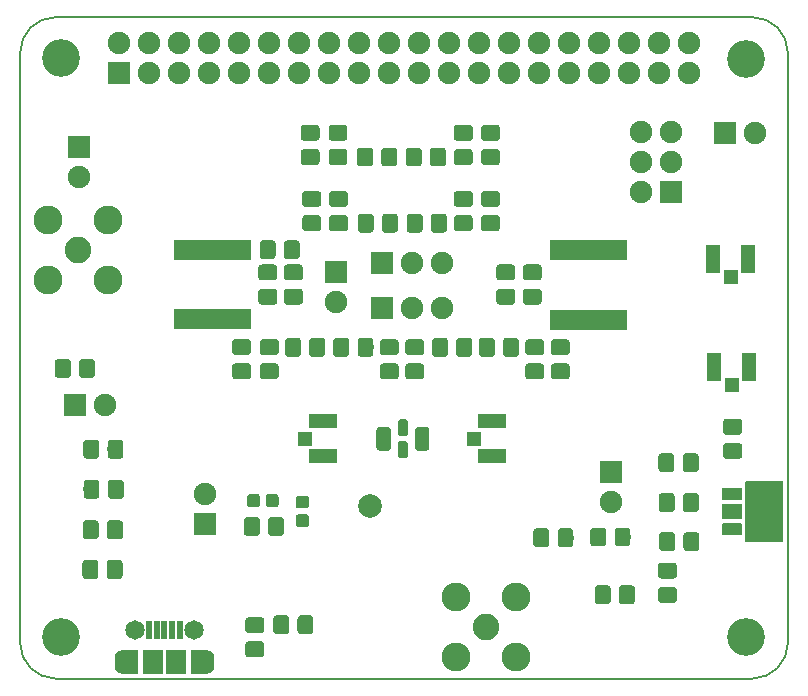
<source format=gts>
G04 #@! TF.GenerationSoftware,KiCad,Pcbnew,(5.1.4)-1*
G04 #@! TF.CreationDate,2019-11-05T17:53:01+05:30*
G04 #@! TF.ProjectId,RPi Hat RF Transmitter V1,52506920-4861-4742-9052-46205472616e,rev?*
G04 #@! TF.SameCoordinates,Original*
G04 #@! TF.FileFunction,Soldermask,Top*
G04 #@! TF.FilePolarity,Negative*
%FSLAX46Y46*%
G04 Gerber Fmt 4.6, Leading zero omitted, Abs format (unit mm)*
G04 Created by KiCad (PCBNEW (5.1.4)-1) date 2019-11-05 17:53:01*
%MOMM*%
%LPD*%
G04 APERTURE LIST*
%ADD10C,0.150000*%
%ADD11C,2.000000*%
%ADD12O,1.900000X1.900000*%
%ADD13R,1.900000X1.900000*%
%ADD14C,0.100000*%
%ADD15C,1.075000*%
%ADD16C,1.350000*%
%ADD17R,2.400000X1.250000*%
%ADD18R,1.250000X1.200000*%
%ADD19R,0.650000X1.675000*%
%ADD20R,1.250000X2.400000*%
%ADD21R,1.200000X1.250000*%
%ADD22C,0.810000*%
%ADD23C,1.240000*%
%ADD24C,2.450000*%
%ADD25C,2.250000*%
%ADD26C,3.000000*%
%ADD27C,1.100000*%
%ADD28C,0.800000*%
%ADD29R,1.400000X2.100000*%
%ADD30O,1.400000X2.100000*%
%ADD31R,1.700000X2.100000*%
%ADD32C,1.650000*%
%ADD33R,0.600000X1.550000*%
%ADD34C,3.200000*%
G04 APERTURE END LIST*
D10*
X78546356Y-63817611D02*
X78546356Y-113817611D01*
X140546356Y-60817611D02*
X81546356Y-60817611D01*
X143546351Y-113822847D02*
X143546356Y-63817611D01*
X81546356Y-116817611D02*
X140546356Y-116817611D01*
X78546356Y-63817611D02*
G75*
G02X81546356Y-60817611I3000000J0D01*
G01*
X140546356Y-60817611D02*
G75*
G02X143546356Y-63817611I0J-3000000D01*
G01*
X81546356Y-116817611D02*
G75*
G02X78546356Y-113817611I0J3000000D01*
G01*
X143546351Y-113822847D02*
G75*
G02X140546356Y-116817611I-2999995J5236D01*
G01*
D11*
X108180000Y-102200000D03*
D12*
X131140000Y-70580000D03*
X133680000Y-70580000D03*
X131140000Y-73120000D03*
X133680000Y-73120000D03*
X131140000Y-75660000D03*
D13*
X133680000Y-75660000D03*
D14*
G36*
X100182592Y-101186294D02*
G01*
X100208681Y-101190164D01*
X100234264Y-101196572D01*
X100259096Y-101205457D01*
X100282938Y-101216734D01*
X100305560Y-101230293D01*
X100326743Y-101246003D01*
X100346285Y-101263715D01*
X100363997Y-101283257D01*
X100379707Y-101304440D01*
X100393266Y-101327062D01*
X100404543Y-101350904D01*
X100413428Y-101375736D01*
X100419836Y-101401319D01*
X100423706Y-101427408D01*
X100425000Y-101453750D01*
X100425000Y-102066250D01*
X100423706Y-102092592D01*
X100419836Y-102118681D01*
X100413428Y-102144264D01*
X100404543Y-102169096D01*
X100393266Y-102192938D01*
X100379707Y-102215560D01*
X100363997Y-102236743D01*
X100346285Y-102256285D01*
X100326743Y-102273997D01*
X100305560Y-102289707D01*
X100282938Y-102303266D01*
X100259096Y-102314543D01*
X100234264Y-102323428D01*
X100208681Y-102329836D01*
X100182592Y-102333706D01*
X100156250Y-102335000D01*
X99618750Y-102335000D01*
X99592408Y-102333706D01*
X99566319Y-102329836D01*
X99540736Y-102323428D01*
X99515904Y-102314543D01*
X99492062Y-102303266D01*
X99469440Y-102289707D01*
X99448257Y-102273997D01*
X99428715Y-102256285D01*
X99411003Y-102236743D01*
X99395293Y-102215560D01*
X99381734Y-102192938D01*
X99370457Y-102169096D01*
X99361572Y-102144264D01*
X99355164Y-102118681D01*
X99351294Y-102092592D01*
X99350000Y-102066250D01*
X99350000Y-101453750D01*
X99351294Y-101427408D01*
X99355164Y-101401319D01*
X99361572Y-101375736D01*
X99370457Y-101350904D01*
X99381734Y-101327062D01*
X99395293Y-101304440D01*
X99411003Y-101283257D01*
X99428715Y-101263715D01*
X99448257Y-101246003D01*
X99469440Y-101230293D01*
X99492062Y-101216734D01*
X99515904Y-101205457D01*
X99540736Y-101196572D01*
X99566319Y-101190164D01*
X99592408Y-101186294D01*
X99618750Y-101185000D01*
X100156250Y-101185000D01*
X100182592Y-101186294D01*
X100182592Y-101186294D01*
G37*
D15*
X99887500Y-101760000D03*
D14*
G36*
X98607592Y-101186294D02*
G01*
X98633681Y-101190164D01*
X98659264Y-101196572D01*
X98684096Y-101205457D01*
X98707938Y-101216734D01*
X98730560Y-101230293D01*
X98751743Y-101246003D01*
X98771285Y-101263715D01*
X98788997Y-101283257D01*
X98804707Y-101304440D01*
X98818266Y-101327062D01*
X98829543Y-101350904D01*
X98838428Y-101375736D01*
X98844836Y-101401319D01*
X98848706Y-101427408D01*
X98850000Y-101453750D01*
X98850000Y-102066250D01*
X98848706Y-102092592D01*
X98844836Y-102118681D01*
X98838428Y-102144264D01*
X98829543Y-102169096D01*
X98818266Y-102192938D01*
X98804707Y-102215560D01*
X98788997Y-102236743D01*
X98771285Y-102256285D01*
X98751743Y-102273997D01*
X98730560Y-102289707D01*
X98707938Y-102303266D01*
X98684096Y-102314543D01*
X98659264Y-102323428D01*
X98633681Y-102329836D01*
X98607592Y-102333706D01*
X98581250Y-102335000D01*
X98043750Y-102335000D01*
X98017408Y-102333706D01*
X97991319Y-102329836D01*
X97965736Y-102323428D01*
X97940904Y-102314543D01*
X97917062Y-102303266D01*
X97894440Y-102289707D01*
X97873257Y-102273997D01*
X97853715Y-102256285D01*
X97836003Y-102236743D01*
X97820293Y-102215560D01*
X97806734Y-102192938D01*
X97795457Y-102169096D01*
X97786572Y-102144264D01*
X97780164Y-102118681D01*
X97776294Y-102092592D01*
X97775000Y-102066250D01*
X97775000Y-101453750D01*
X97776294Y-101427408D01*
X97780164Y-101401319D01*
X97786572Y-101375736D01*
X97795457Y-101350904D01*
X97806734Y-101327062D01*
X97820293Y-101304440D01*
X97836003Y-101283257D01*
X97853715Y-101263715D01*
X97873257Y-101246003D01*
X97894440Y-101230293D01*
X97917062Y-101216734D01*
X97940904Y-101205457D01*
X97965736Y-101196572D01*
X97991319Y-101190164D01*
X98017408Y-101186294D01*
X98043750Y-101185000D01*
X98581250Y-101185000D01*
X98607592Y-101186294D01*
X98607592Y-101186294D01*
G37*
D15*
X98312500Y-101760000D03*
D14*
G36*
X102772592Y-102911294D02*
G01*
X102798681Y-102915164D01*
X102824264Y-102921572D01*
X102849096Y-102930457D01*
X102872938Y-102941734D01*
X102895560Y-102955293D01*
X102916743Y-102971003D01*
X102936285Y-102988715D01*
X102953997Y-103008257D01*
X102969707Y-103029440D01*
X102983266Y-103052062D01*
X102994543Y-103075904D01*
X103003428Y-103100736D01*
X103009836Y-103126319D01*
X103013706Y-103152408D01*
X103015000Y-103178750D01*
X103015000Y-103716250D01*
X103013706Y-103742592D01*
X103009836Y-103768681D01*
X103003428Y-103794264D01*
X102994543Y-103819096D01*
X102983266Y-103842938D01*
X102969707Y-103865560D01*
X102953997Y-103886743D01*
X102936285Y-103906285D01*
X102916743Y-103923997D01*
X102895560Y-103939707D01*
X102872938Y-103953266D01*
X102849096Y-103964543D01*
X102824264Y-103973428D01*
X102798681Y-103979836D01*
X102772592Y-103983706D01*
X102746250Y-103985000D01*
X102133750Y-103985000D01*
X102107408Y-103983706D01*
X102081319Y-103979836D01*
X102055736Y-103973428D01*
X102030904Y-103964543D01*
X102007062Y-103953266D01*
X101984440Y-103939707D01*
X101963257Y-103923997D01*
X101943715Y-103906285D01*
X101926003Y-103886743D01*
X101910293Y-103865560D01*
X101896734Y-103842938D01*
X101885457Y-103819096D01*
X101876572Y-103794264D01*
X101870164Y-103768681D01*
X101866294Y-103742592D01*
X101865000Y-103716250D01*
X101865000Y-103178750D01*
X101866294Y-103152408D01*
X101870164Y-103126319D01*
X101876572Y-103100736D01*
X101885457Y-103075904D01*
X101896734Y-103052062D01*
X101910293Y-103029440D01*
X101926003Y-103008257D01*
X101943715Y-102988715D01*
X101963257Y-102971003D01*
X101984440Y-102955293D01*
X102007062Y-102941734D01*
X102030904Y-102930457D01*
X102055736Y-102921572D01*
X102081319Y-102915164D01*
X102107408Y-102911294D01*
X102133750Y-102910000D01*
X102746250Y-102910000D01*
X102772592Y-102911294D01*
X102772592Y-102911294D01*
G37*
D15*
X102440000Y-103447500D03*
D14*
G36*
X102772592Y-101336294D02*
G01*
X102798681Y-101340164D01*
X102824264Y-101346572D01*
X102849096Y-101355457D01*
X102872938Y-101366734D01*
X102895560Y-101380293D01*
X102916743Y-101396003D01*
X102936285Y-101413715D01*
X102953997Y-101433257D01*
X102969707Y-101454440D01*
X102983266Y-101477062D01*
X102994543Y-101500904D01*
X103003428Y-101525736D01*
X103009836Y-101551319D01*
X103013706Y-101577408D01*
X103015000Y-101603750D01*
X103015000Y-102141250D01*
X103013706Y-102167592D01*
X103009836Y-102193681D01*
X103003428Y-102219264D01*
X102994543Y-102244096D01*
X102983266Y-102267938D01*
X102969707Y-102290560D01*
X102953997Y-102311743D01*
X102936285Y-102331285D01*
X102916743Y-102348997D01*
X102895560Y-102364707D01*
X102872938Y-102378266D01*
X102849096Y-102389543D01*
X102824264Y-102398428D01*
X102798681Y-102404836D01*
X102772592Y-102408706D01*
X102746250Y-102410000D01*
X102133750Y-102410000D01*
X102107408Y-102408706D01*
X102081319Y-102404836D01*
X102055736Y-102398428D01*
X102030904Y-102389543D01*
X102007062Y-102378266D01*
X101984440Y-102364707D01*
X101963257Y-102348997D01*
X101943715Y-102331285D01*
X101926003Y-102311743D01*
X101910293Y-102290560D01*
X101896734Y-102267938D01*
X101885457Y-102244096D01*
X101876572Y-102219264D01*
X101870164Y-102193681D01*
X101866294Y-102167592D01*
X101865000Y-102141250D01*
X101865000Y-101603750D01*
X101866294Y-101577408D01*
X101870164Y-101551319D01*
X101876572Y-101525736D01*
X101885457Y-101500904D01*
X101896734Y-101477062D01*
X101910293Y-101454440D01*
X101926003Y-101433257D01*
X101943715Y-101413715D01*
X101963257Y-101396003D01*
X101984440Y-101380293D01*
X102007062Y-101366734D01*
X102030904Y-101355457D01*
X102055736Y-101346572D01*
X102081319Y-101340164D01*
X102107408Y-101336294D01*
X102133750Y-101335000D01*
X102746250Y-101335000D01*
X102772592Y-101336294D01*
X102772592Y-101336294D01*
G37*
D15*
X102440000Y-101872500D03*
D14*
G36*
X103635289Y-69936413D02*
G01*
X103663778Y-69940639D01*
X103691715Y-69947637D01*
X103718832Y-69957340D01*
X103744867Y-69969653D01*
X103769570Y-69984460D01*
X103792703Y-70001616D01*
X103814043Y-70020957D01*
X103833384Y-70042297D01*
X103850540Y-70065430D01*
X103865347Y-70090133D01*
X103877660Y-70116168D01*
X103887363Y-70143285D01*
X103894361Y-70171222D01*
X103898587Y-70199711D01*
X103900000Y-70228477D01*
X103900000Y-70991523D01*
X103898587Y-71020289D01*
X103894361Y-71048778D01*
X103887363Y-71076715D01*
X103877660Y-71103832D01*
X103865347Y-71129867D01*
X103850540Y-71154570D01*
X103833384Y-71177703D01*
X103814043Y-71199043D01*
X103792703Y-71218384D01*
X103769570Y-71235540D01*
X103744867Y-71250347D01*
X103718832Y-71262660D01*
X103691715Y-71272363D01*
X103663778Y-71279361D01*
X103635289Y-71283587D01*
X103606523Y-71285000D01*
X102593477Y-71285000D01*
X102564711Y-71283587D01*
X102536222Y-71279361D01*
X102508285Y-71272363D01*
X102481168Y-71262660D01*
X102455133Y-71250347D01*
X102430430Y-71235540D01*
X102407297Y-71218384D01*
X102385957Y-71199043D01*
X102366616Y-71177703D01*
X102349460Y-71154570D01*
X102334653Y-71129867D01*
X102322340Y-71103832D01*
X102312637Y-71076715D01*
X102305639Y-71048778D01*
X102301413Y-71020289D01*
X102300000Y-70991523D01*
X102300000Y-70228477D01*
X102301413Y-70199711D01*
X102305639Y-70171222D01*
X102312637Y-70143285D01*
X102322340Y-70116168D01*
X102334653Y-70090133D01*
X102349460Y-70065430D01*
X102366616Y-70042297D01*
X102385957Y-70020957D01*
X102407297Y-70001616D01*
X102430430Y-69984460D01*
X102455133Y-69969653D01*
X102481168Y-69957340D01*
X102508285Y-69947637D01*
X102536222Y-69940639D01*
X102564711Y-69936413D01*
X102593477Y-69935000D01*
X103606523Y-69935000D01*
X103635289Y-69936413D01*
X103635289Y-69936413D01*
G37*
D16*
X103100000Y-70610000D03*
D14*
G36*
X103635289Y-71986413D02*
G01*
X103663778Y-71990639D01*
X103691715Y-71997637D01*
X103718832Y-72007340D01*
X103744867Y-72019653D01*
X103769570Y-72034460D01*
X103792703Y-72051616D01*
X103814043Y-72070957D01*
X103833384Y-72092297D01*
X103850540Y-72115430D01*
X103865347Y-72140133D01*
X103877660Y-72166168D01*
X103887363Y-72193285D01*
X103894361Y-72221222D01*
X103898587Y-72249711D01*
X103900000Y-72278477D01*
X103900000Y-73041523D01*
X103898587Y-73070289D01*
X103894361Y-73098778D01*
X103887363Y-73126715D01*
X103877660Y-73153832D01*
X103865347Y-73179867D01*
X103850540Y-73204570D01*
X103833384Y-73227703D01*
X103814043Y-73249043D01*
X103792703Y-73268384D01*
X103769570Y-73285540D01*
X103744867Y-73300347D01*
X103718832Y-73312660D01*
X103691715Y-73322363D01*
X103663778Y-73329361D01*
X103635289Y-73333587D01*
X103606523Y-73335000D01*
X102593477Y-73335000D01*
X102564711Y-73333587D01*
X102536222Y-73329361D01*
X102508285Y-73322363D01*
X102481168Y-73312660D01*
X102455133Y-73300347D01*
X102430430Y-73285540D01*
X102407297Y-73268384D01*
X102385957Y-73249043D01*
X102366616Y-73227703D01*
X102349460Y-73204570D01*
X102334653Y-73179867D01*
X102322340Y-73153832D01*
X102312637Y-73126715D01*
X102305639Y-73098778D01*
X102301413Y-73070289D01*
X102300000Y-73041523D01*
X102300000Y-72278477D01*
X102301413Y-72249711D01*
X102305639Y-72221222D01*
X102312637Y-72193285D01*
X102322340Y-72166168D01*
X102334653Y-72140133D01*
X102349460Y-72115430D01*
X102366616Y-72092297D01*
X102385957Y-72070957D01*
X102407297Y-72051616D01*
X102430430Y-72034460D01*
X102455133Y-72019653D01*
X102481168Y-72007340D01*
X102508285Y-71997637D01*
X102536222Y-71990639D01*
X102564711Y-71986413D01*
X102593477Y-71985000D01*
X103606523Y-71985000D01*
X103635289Y-71986413D01*
X103635289Y-71986413D01*
G37*
D16*
X103100000Y-72660000D03*
D17*
X118490000Y-95045000D03*
X118490000Y-97995000D03*
D18*
X116965000Y-96520000D03*
D19*
X123730000Y-86420000D03*
X124380000Y-86420000D03*
X125030000Y-86420000D03*
X125680000Y-86420000D03*
X126330000Y-86420000D03*
X126980000Y-86420000D03*
X127630000Y-86420000D03*
X128280000Y-86420000D03*
X128930000Y-86420000D03*
X129580000Y-86420000D03*
X129580000Y-80544000D03*
X128930000Y-80544000D03*
X128280000Y-80544000D03*
X127630000Y-80544000D03*
X126980000Y-80544000D03*
X126330000Y-80544000D03*
X125680000Y-80544000D03*
X125030000Y-80544000D03*
X124380000Y-80544000D03*
X123730000Y-80544000D03*
X97725000Y-80502000D03*
X97075000Y-80502000D03*
X96425000Y-80502000D03*
X95775000Y-80502000D03*
X95125000Y-80502000D03*
X94475000Y-80502000D03*
X93825000Y-80502000D03*
X93175000Y-80502000D03*
X92525000Y-80502000D03*
X91875000Y-80502000D03*
X91875000Y-86378000D03*
X92525000Y-86378000D03*
X93175000Y-86378000D03*
X93825000Y-86378000D03*
X94475000Y-86378000D03*
X95125000Y-86378000D03*
X95775000Y-86378000D03*
X96425000Y-86378000D03*
X97075000Y-86378000D03*
X97725000Y-86378000D03*
D20*
X137245000Y-81320000D03*
X140195000Y-81320000D03*
D21*
X138720000Y-82845000D03*
D20*
X137325000Y-90480000D03*
X140275000Y-90480000D03*
D21*
X138800000Y-92005000D03*
D17*
X104160000Y-95045000D03*
X104160000Y-97995000D03*
D18*
X102635000Y-96520000D03*
D14*
G36*
X99905289Y-79721413D02*
G01*
X99933778Y-79725639D01*
X99961715Y-79732637D01*
X99988832Y-79742340D01*
X100014867Y-79754653D01*
X100039570Y-79769460D01*
X100062703Y-79786616D01*
X100084043Y-79805957D01*
X100103384Y-79827297D01*
X100120540Y-79850430D01*
X100135347Y-79875133D01*
X100147660Y-79901168D01*
X100157363Y-79928285D01*
X100164361Y-79956222D01*
X100168587Y-79984711D01*
X100170000Y-80013477D01*
X100170000Y-81026523D01*
X100168587Y-81055289D01*
X100164361Y-81083778D01*
X100157363Y-81111715D01*
X100147660Y-81138832D01*
X100135347Y-81164867D01*
X100120540Y-81189570D01*
X100103384Y-81212703D01*
X100084043Y-81234043D01*
X100062703Y-81253384D01*
X100039570Y-81270540D01*
X100014867Y-81285347D01*
X99988832Y-81297660D01*
X99961715Y-81307363D01*
X99933778Y-81314361D01*
X99905289Y-81318587D01*
X99876523Y-81320000D01*
X99113477Y-81320000D01*
X99084711Y-81318587D01*
X99056222Y-81314361D01*
X99028285Y-81307363D01*
X99001168Y-81297660D01*
X98975133Y-81285347D01*
X98950430Y-81270540D01*
X98927297Y-81253384D01*
X98905957Y-81234043D01*
X98886616Y-81212703D01*
X98869460Y-81189570D01*
X98854653Y-81164867D01*
X98842340Y-81138832D01*
X98832637Y-81111715D01*
X98825639Y-81083778D01*
X98821413Y-81055289D01*
X98820000Y-81026523D01*
X98820000Y-80013477D01*
X98821413Y-79984711D01*
X98825639Y-79956222D01*
X98832637Y-79928285D01*
X98842340Y-79901168D01*
X98854653Y-79875133D01*
X98869460Y-79850430D01*
X98886616Y-79827297D01*
X98905957Y-79805957D01*
X98927297Y-79786616D01*
X98950430Y-79769460D01*
X98975133Y-79754653D01*
X99001168Y-79742340D01*
X99028285Y-79732637D01*
X99056222Y-79725639D01*
X99084711Y-79721413D01*
X99113477Y-79720000D01*
X99876523Y-79720000D01*
X99905289Y-79721413D01*
X99905289Y-79721413D01*
G37*
D16*
X99495000Y-80520000D03*
D14*
G36*
X101955289Y-79721413D02*
G01*
X101983778Y-79725639D01*
X102011715Y-79732637D01*
X102038832Y-79742340D01*
X102064867Y-79754653D01*
X102089570Y-79769460D01*
X102112703Y-79786616D01*
X102134043Y-79805957D01*
X102153384Y-79827297D01*
X102170540Y-79850430D01*
X102185347Y-79875133D01*
X102197660Y-79901168D01*
X102207363Y-79928285D01*
X102214361Y-79956222D01*
X102218587Y-79984711D01*
X102220000Y-80013477D01*
X102220000Y-81026523D01*
X102218587Y-81055289D01*
X102214361Y-81083778D01*
X102207363Y-81111715D01*
X102197660Y-81138832D01*
X102185347Y-81164867D01*
X102170540Y-81189570D01*
X102153384Y-81212703D01*
X102134043Y-81234043D01*
X102112703Y-81253384D01*
X102089570Y-81270540D01*
X102064867Y-81285347D01*
X102038832Y-81297660D01*
X102011715Y-81307363D01*
X101983778Y-81314361D01*
X101955289Y-81318587D01*
X101926523Y-81320000D01*
X101163477Y-81320000D01*
X101134711Y-81318587D01*
X101106222Y-81314361D01*
X101078285Y-81307363D01*
X101051168Y-81297660D01*
X101025133Y-81285347D01*
X101000430Y-81270540D01*
X100977297Y-81253384D01*
X100955957Y-81234043D01*
X100936616Y-81212703D01*
X100919460Y-81189570D01*
X100904653Y-81164867D01*
X100892340Y-81138832D01*
X100882637Y-81111715D01*
X100875639Y-81083778D01*
X100871413Y-81055289D01*
X100870000Y-81026523D01*
X100870000Y-80013477D01*
X100871413Y-79984711D01*
X100875639Y-79956222D01*
X100882637Y-79928285D01*
X100892340Y-79901168D01*
X100904653Y-79875133D01*
X100919460Y-79850430D01*
X100936616Y-79827297D01*
X100955957Y-79805957D01*
X100977297Y-79786616D01*
X101000430Y-79769460D01*
X101025133Y-79754653D01*
X101051168Y-79742340D01*
X101078285Y-79732637D01*
X101106222Y-79725639D01*
X101134711Y-79721413D01*
X101163477Y-79720000D01*
X101926523Y-79720000D01*
X101955289Y-79721413D01*
X101955289Y-79721413D01*
G37*
D16*
X101545000Y-80520000D03*
D12*
X105320000Y-84980000D03*
D13*
X105320000Y-82440000D03*
D12*
X83500000Y-74380000D03*
D13*
X83500000Y-71840000D03*
D22*
X110960000Y-95415000D03*
X110960000Y-97625000D03*
D14*
G36*
X111182348Y-94870975D02*
G01*
X111202006Y-94873891D01*
X111221283Y-94878720D01*
X111239993Y-94885414D01*
X111257958Y-94893911D01*
X111275003Y-94904127D01*
X111290965Y-94915965D01*
X111305689Y-94929311D01*
X111319035Y-94944035D01*
X111330873Y-94959997D01*
X111341089Y-94977042D01*
X111349586Y-94995007D01*
X111356280Y-95013717D01*
X111361109Y-95032994D01*
X111364025Y-95052652D01*
X111365000Y-95072500D01*
X111365000Y-96112500D01*
X111364025Y-96132348D01*
X111361109Y-96152006D01*
X111356280Y-96171283D01*
X111349586Y-96189993D01*
X111341089Y-96207958D01*
X111330873Y-96225003D01*
X111319035Y-96240965D01*
X111305689Y-96255689D01*
X111290965Y-96269035D01*
X111275003Y-96280873D01*
X111257958Y-96291089D01*
X111239993Y-96299586D01*
X111221283Y-96306280D01*
X111202006Y-96311109D01*
X111182348Y-96314025D01*
X111162500Y-96315000D01*
X110757500Y-96315000D01*
X110737652Y-96314025D01*
X110717994Y-96311109D01*
X110698717Y-96306280D01*
X110680007Y-96299586D01*
X110662042Y-96291089D01*
X110644997Y-96280873D01*
X110629035Y-96269035D01*
X110614311Y-96255689D01*
X110600965Y-96240965D01*
X110589127Y-96225003D01*
X110578911Y-96207958D01*
X110570414Y-96189993D01*
X110563720Y-96171283D01*
X110558891Y-96152006D01*
X110555975Y-96132348D01*
X110555000Y-96112500D01*
X110555000Y-95072500D01*
X110555975Y-95052652D01*
X110558891Y-95032994D01*
X110563720Y-95013717D01*
X110570414Y-94995007D01*
X110578911Y-94977042D01*
X110589127Y-94959997D01*
X110600965Y-94944035D01*
X110614311Y-94929311D01*
X110629035Y-94915965D01*
X110644997Y-94904127D01*
X110662042Y-94893911D01*
X110680007Y-94885414D01*
X110698717Y-94878720D01*
X110717994Y-94873891D01*
X110737652Y-94870975D01*
X110757500Y-94870000D01*
X111162500Y-94870000D01*
X111182348Y-94870975D01*
X111182348Y-94870975D01*
G37*
D22*
X110960000Y-95592500D03*
D14*
G36*
X111182348Y-96725975D02*
G01*
X111202006Y-96728891D01*
X111221283Y-96733720D01*
X111239993Y-96740414D01*
X111257958Y-96748911D01*
X111275003Y-96759127D01*
X111290965Y-96770965D01*
X111305689Y-96784311D01*
X111319035Y-96799035D01*
X111330873Y-96814997D01*
X111341089Y-96832042D01*
X111349586Y-96850007D01*
X111356280Y-96868717D01*
X111361109Y-96887994D01*
X111364025Y-96907652D01*
X111365000Y-96927500D01*
X111365000Y-97967500D01*
X111364025Y-97987348D01*
X111361109Y-98007006D01*
X111356280Y-98026283D01*
X111349586Y-98044993D01*
X111341089Y-98062958D01*
X111330873Y-98080003D01*
X111319035Y-98095965D01*
X111305689Y-98110689D01*
X111290965Y-98124035D01*
X111275003Y-98135873D01*
X111257958Y-98146089D01*
X111239993Y-98154586D01*
X111221283Y-98161280D01*
X111202006Y-98166109D01*
X111182348Y-98169025D01*
X111162500Y-98170000D01*
X110757500Y-98170000D01*
X110737652Y-98169025D01*
X110717994Y-98166109D01*
X110698717Y-98161280D01*
X110680007Y-98154586D01*
X110662042Y-98146089D01*
X110644997Y-98135873D01*
X110629035Y-98124035D01*
X110614311Y-98110689D01*
X110600965Y-98095965D01*
X110589127Y-98080003D01*
X110578911Y-98062958D01*
X110570414Y-98044993D01*
X110563720Y-98026283D01*
X110558891Y-98007006D01*
X110555975Y-97987348D01*
X110555000Y-97967500D01*
X110555000Y-96927500D01*
X110555975Y-96907652D01*
X110558891Y-96887994D01*
X110563720Y-96868717D01*
X110570414Y-96850007D01*
X110578911Y-96832042D01*
X110589127Y-96814997D01*
X110600965Y-96799035D01*
X110614311Y-96784311D01*
X110629035Y-96770965D01*
X110644997Y-96759127D01*
X110662042Y-96748911D01*
X110680007Y-96740414D01*
X110698717Y-96733720D01*
X110717994Y-96728891D01*
X110737652Y-96725975D01*
X110757500Y-96725000D01*
X111162500Y-96725000D01*
X111182348Y-96725975D01*
X111182348Y-96725975D01*
G37*
D22*
X110960000Y-97447500D03*
D14*
G36*
X112936570Y-95521433D02*
G01*
X112965459Y-95525718D01*
X112993789Y-95532815D01*
X113021287Y-95542653D01*
X113047688Y-95555140D01*
X113072738Y-95570155D01*
X113096195Y-95587552D01*
X113117835Y-95607165D01*
X113137448Y-95628805D01*
X113154845Y-95652262D01*
X113169860Y-95677312D01*
X113182347Y-95703713D01*
X113192185Y-95731211D01*
X113199282Y-95759541D01*
X113203567Y-95788430D01*
X113205000Y-95817600D01*
X113205000Y-97222400D01*
X113203567Y-97251570D01*
X113199282Y-97280459D01*
X113192185Y-97308789D01*
X113182347Y-97336287D01*
X113169860Y-97362688D01*
X113154845Y-97387738D01*
X113137448Y-97411195D01*
X113117835Y-97432835D01*
X113096195Y-97452448D01*
X113072738Y-97469845D01*
X113047688Y-97484860D01*
X113021287Y-97497347D01*
X112993789Y-97507185D01*
X112965459Y-97514282D01*
X112936570Y-97518567D01*
X112907400Y-97520000D01*
X112262600Y-97520000D01*
X112233430Y-97518567D01*
X112204541Y-97514282D01*
X112176211Y-97507185D01*
X112148713Y-97497347D01*
X112122312Y-97484860D01*
X112097262Y-97469845D01*
X112073805Y-97452448D01*
X112052165Y-97432835D01*
X112032552Y-97411195D01*
X112015155Y-97387738D01*
X112000140Y-97362688D01*
X111987653Y-97336287D01*
X111977815Y-97308789D01*
X111970718Y-97280459D01*
X111966433Y-97251570D01*
X111965000Y-97222400D01*
X111965000Y-95817600D01*
X111966433Y-95788430D01*
X111970718Y-95759541D01*
X111977815Y-95731211D01*
X111987653Y-95703713D01*
X112000140Y-95677312D01*
X112015155Y-95652262D01*
X112032552Y-95628805D01*
X112052165Y-95607165D01*
X112073805Y-95587552D01*
X112097262Y-95570155D01*
X112122312Y-95555140D01*
X112148713Y-95542653D01*
X112176211Y-95532815D01*
X112204541Y-95525718D01*
X112233430Y-95521433D01*
X112262600Y-95520000D01*
X112907400Y-95520000D01*
X112936570Y-95521433D01*
X112936570Y-95521433D01*
G37*
D23*
X112585000Y-96520000D03*
D14*
G36*
X109686570Y-95521433D02*
G01*
X109715459Y-95525718D01*
X109743789Y-95532815D01*
X109771287Y-95542653D01*
X109797688Y-95555140D01*
X109822738Y-95570155D01*
X109846195Y-95587552D01*
X109867835Y-95607165D01*
X109887448Y-95628805D01*
X109904845Y-95652262D01*
X109919860Y-95677312D01*
X109932347Y-95703713D01*
X109942185Y-95731211D01*
X109949282Y-95759541D01*
X109953567Y-95788430D01*
X109955000Y-95817600D01*
X109955000Y-97222400D01*
X109953567Y-97251570D01*
X109949282Y-97280459D01*
X109942185Y-97308789D01*
X109932347Y-97336287D01*
X109919860Y-97362688D01*
X109904845Y-97387738D01*
X109887448Y-97411195D01*
X109867835Y-97432835D01*
X109846195Y-97452448D01*
X109822738Y-97469845D01*
X109797688Y-97484860D01*
X109771287Y-97497347D01*
X109743789Y-97507185D01*
X109715459Y-97514282D01*
X109686570Y-97518567D01*
X109657400Y-97520000D01*
X109012600Y-97520000D01*
X108983430Y-97518567D01*
X108954541Y-97514282D01*
X108926211Y-97507185D01*
X108898713Y-97497347D01*
X108872312Y-97484860D01*
X108847262Y-97469845D01*
X108823805Y-97452448D01*
X108802165Y-97432835D01*
X108782552Y-97411195D01*
X108765155Y-97387738D01*
X108750140Y-97362688D01*
X108737653Y-97336287D01*
X108727815Y-97308789D01*
X108720718Y-97280459D01*
X108716433Y-97251570D01*
X108715000Y-97222400D01*
X108715000Y-95817600D01*
X108716433Y-95788430D01*
X108720718Y-95759541D01*
X108727815Y-95731211D01*
X108737653Y-95703713D01*
X108750140Y-95677312D01*
X108765155Y-95652262D01*
X108782552Y-95628805D01*
X108802165Y-95607165D01*
X108823805Y-95587552D01*
X108847262Y-95570155D01*
X108872312Y-95555140D01*
X108898713Y-95542653D01*
X108926211Y-95532815D01*
X108954541Y-95525718D01*
X108983430Y-95521433D01*
X109012600Y-95520000D01*
X109657400Y-95520000D01*
X109686570Y-95521433D01*
X109686570Y-95521433D01*
G37*
D23*
X109335000Y-96520000D03*
D14*
G36*
X122435289Y-81761413D02*
G01*
X122463778Y-81765639D01*
X122491715Y-81772637D01*
X122518832Y-81782340D01*
X122544867Y-81794653D01*
X122569570Y-81809460D01*
X122592703Y-81826616D01*
X122614043Y-81845957D01*
X122633384Y-81867297D01*
X122650540Y-81890430D01*
X122665347Y-81915133D01*
X122677660Y-81941168D01*
X122687363Y-81968285D01*
X122694361Y-81996222D01*
X122698587Y-82024711D01*
X122700000Y-82053477D01*
X122700000Y-82816523D01*
X122698587Y-82845289D01*
X122694361Y-82873778D01*
X122687363Y-82901715D01*
X122677660Y-82928832D01*
X122665347Y-82954867D01*
X122650540Y-82979570D01*
X122633384Y-83002703D01*
X122614043Y-83024043D01*
X122592703Y-83043384D01*
X122569570Y-83060540D01*
X122544867Y-83075347D01*
X122518832Y-83087660D01*
X122491715Y-83097363D01*
X122463778Y-83104361D01*
X122435289Y-83108587D01*
X122406523Y-83110000D01*
X121393477Y-83110000D01*
X121364711Y-83108587D01*
X121336222Y-83104361D01*
X121308285Y-83097363D01*
X121281168Y-83087660D01*
X121255133Y-83075347D01*
X121230430Y-83060540D01*
X121207297Y-83043384D01*
X121185957Y-83024043D01*
X121166616Y-83002703D01*
X121149460Y-82979570D01*
X121134653Y-82954867D01*
X121122340Y-82928832D01*
X121112637Y-82901715D01*
X121105639Y-82873778D01*
X121101413Y-82845289D01*
X121100000Y-82816523D01*
X121100000Y-82053477D01*
X121101413Y-82024711D01*
X121105639Y-81996222D01*
X121112637Y-81968285D01*
X121122340Y-81941168D01*
X121134653Y-81915133D01*
X121149460Y-81890430D01*
X121166616Y-81867297D01*
X121185957Y-81845957D01*
X121207297Y-81826616D01*
X121230430Y-81809460D01*
X121255133Y-81794653D01*
X121281168Y-81782340D01*
X121308285Y-81772637D01*
X121336222Y-81765639D01*
X121364711Y-81761413D01*
X121393477Y-81760000D01*
X122406523Y-81760000D01*
X122435289Y-81761413D01*
X122435289Y-81761413D01*
G37*
D16*
X121900000Y-82435000D03*
D14*
G36*
X122435289Y-83811413D02*
G01*
X122463778Y-83815639D01*
X122491715Y-83822637D01*
X122518832Y-83832340D01*
X122544867Y-83844653D01*
X122569570Y-83859460D01*
X122592703Y-83876616D01*
X122614043Y-83895957D01*
X122633384Y-83917297D01*
X122650540Y-83940430D01*
X122665347Y-83965133D01*
X122677660Y-83991168D01*
X122687363Y-84018285D01*
X122694361Y-84046222D01*
X122698587Y-84074711D01*
X122700000Y-84103477D01*
X122700000Y-84866523D01*
X122698587Y-84895289D01*
X122694361Y-84923778D01*
X122687363Y-84951715D01*
X122677660Y-84978832D01*
X122665347Y-85004867D01*
X122650540Y-85029570D01*
X122633384Y-85052703D01*
X122614043Y-85074043D01*
X122592703Y-85093384D01*
X122569570Y-85110540D01*
X122544867Y-85125347D01*
X122518832Y-85137660D01*
X122491715Y-85147363D01*
X122463778Y-85154361D01*
X122435289Y-85158587D01*
X122406523Y-85160000D01*
X121393477Y-85160000D01*
X121364711Y-85158587D01*
X121336222Y-85154361D01*
X121308285Y-85147363D01*
X121281168Y-85137660D01*
X121255133Y-85125347D01*
X121230430Y-85110540D01*
X121207297Y-85093384D01*
X121185957Y-85074043D01*
X121166616Y-85052703D01*
X121149460Y-85029570D01*
X121134653Y-85004867D01*
X121122340Y-84978832D01*
X121112637Y-84951715D01*
X121105639Y-84923778D01*
X121101413Y-84895289D01*
X121100000Y-84866523D01*
X121100000Y-84103477D01*
X121101413Y-84074711D01*
X121105639Y-84046222D01*
X121112637Y-84018285D01*
X121122340Y-83991168D01*
X121134653Y-83965133D01*
X121149460Y-83940430D01*
X121166616Y-83917297D01*
X121185957Y-83895957D01*
X121207297Y-83876616D01*
X121230430Y-83859460D01*
X121255133Y-83844653D01*
X121281168Y-83832340D01*
X121308285Y-83822637D01*
X121336222Y-83815639D01*
X121364711Y-83811413D01*
X121393477Y-83810000D01*
X122406523Y-83810000D01*
X122435289Y-83811413D01*
X122435289Y-83811413D01*
G37*
D16*
X121900000Y-84485000D03*
D14*
G36*
X120195289Y-81761413D02*
G01*
X120223778Y-81765639D01*
X120251715Y-81772637D01*
X120278832Y-81782340D01*
X120304867Y-81794653D01*
X120329570Y-81809460D01*
X120352703Y-81826616D01*
X120374043Y-81845957D01*
X120393384Y-81867297D01*
X120410540Y-81890430D01*
X120425347Y-81915133D01*
X120437660Y-81941168D01*
X120447363Y-81968285D01*
X120454361Y-81996222D01*
X120458587Y-82024711D01*
X120460000Y-82053477D01*
X120460000Y-82816523D01*
X120458587Y-82845289D01*
X120454361Y-82873778D01*
X120447363Y-82901715D01*
X120437660Y-82928832D01*
X120425347Y-82954867D01*
X120410540Y-82979570D01*
X120393384Y-83002703D01*
X120374043Y-83024043D01*
X120352703Y-83043384D01*
X120329570Y-83060540D01*
X120304867Y-83075347D01*
X120278832Y-83087660D01*
X120251715Y-83097363D01*
X120223778Y-83104361D01*
X120195289Y-83108587D01*
X120166523Y-83110000D01*
X119153477Y-83110000D01*
X119124711Y-83108587D01*
X119096222Y-83104361D01*
X119068285Y-83097363D01*
X119041168Y-83087660D01*
X119015133Y-83075347D01*
X118990430Y-83060540D01*
X118967297Y-83043384D01*
X118945957Y-83024043D01*
X118926616Y-83002703D01*
X118909460Y-82979570D01*
X118894653Y-82954867D01*
X118882340Y-82928832D01*
X118872637Y-82901715D01*
X118865639Y-82873778D01*
X118861413Y-82845289D01*
X118860000Y-82816523D01*
X118860000Y-82053477D01*
X118861413Y-82024711D01*
X118865639Y-81996222D01*
X118872637Y-81968285D01*
X118882340Y-81941168D01*
X118894653Y-81915133D01*
X118909460Y-81890430D01*
X118926616Y-81867297D01*
X118945957Y-81845957D01*
X118967297Y-81826616D01*
X118990430Y-81809460D01*
X119015133Y-81794653D01*
X119041168Y-81782340D01*
X119068285Y-81772637D01*
X119096222Y-81765639D01*
X119124711Y-81761413D01*
X119153477Y-81760000D01*
X120166523Y-81760000D01*
X120195289Y-81761413D01*
X120195289Y-81761413D01*
G37*
D16*
X119660000Y-82435000D03*
D14*
G36*
X120195289Y-83811413D02*
G01*
X120223778Y-83815639D01*
X120251715Y-83822637D01*
X120278832Y-83832340D01*
X120304867Y-83844653D01*
X120329570Y-83859460D01*
X120352703Y-83876616D01*
X120374043Y-83895957D01*
X120393384Y-83917297D01*
X120410540Y-83940430D01*
X120425347Y-83965133D01*
X120437660Y-83991168D01*
X120447363Y-84018285D01*
X120454361Y-84046222D01*
X120458587Y-84074711D01*
X120460000Y-84103477D01*
X120460000Y-84866523D01*
X120458587Y-84895289D01*
X120454361Y-84923778D01*
X120447363Y-84951715D01*
X120437660Y-84978832D01*
X120425347Y-85004867D01*
X120410540Y-85029570D01*
X120393384Y-85052703D01*
X120374043Y-85074043D01*
X120352703Y-85093384D01*
X120329570Y-85110540D01*
X120304867Y-85125347D01*
X120278832Y-85137660D01*
X120251715Y-85147363D01*
X120223778Y-85154361D01*
X120195289Y-85158587D01*
X120166523Y-85160000D01*
X119153477Y-85160000D01*
X119124711Y-85158587D01*
X119096222Y-85154361D01*
X119068285Y-85147363D01*
X119041168Y-85137660D01*
X119015133Y-85125347D01*
X118990430Y-85110540D01*
X118967297Y-85093384D01*
X118945957Y-85074043D01*
X118926616Y-85052703D01*
X118909460Y-85029570D01*
X118894653Y-85004867D01*
X118882340Y-84978832D01*
X118872637Y-84951715D01*
X118865639Y-84923778D01*
X118861413Y-84895289D01*
X118860000Y-84866523D01*
X118860000Y-84103477D01*
X118861413Y-84074711D01*
X118865639Y-84046222D01*
X118872637Y-84018285D01*
X118882340Y-83991168D01*
X118894653Y-83965133D01*
X118909460Y-83940430D01*
X118926616Y-83917297D01*
X118945957Y-83895957D01*
X118967297Y-83876616D01*
X118990430Y-83859460D01*
X119015133Y-83844653D01*
X119041168Y-83832340D01*
X119068285Y-83822637D01*
X119096222Y-83815639D01*
X119124711Y-83811413D01*
X119153477Y-83810000D01*
X120166523Y-83810000D01*
X120195289Y-83811413D01*
X120195289Y-83811413D01*
G37*
D16*
X119660000Y-84485000D03*
D14*
G36*
X100055289Y-83811413D02*
G01*
X100083778Y-83815639D01*
X100111715Y-83822637D01*
X100138832Y-83832340D01*
X100164867Y-83844653D01*
X100189570Y-83859460D01*
X100212703Y-83876616D01*
X100234043Y-83895957D01*
X100253384Y-83917297D01*
X100270540Y-83940430D01*
X100285347Y-83965133D01*
X100297660Y-83991168D01*
X100307363Y-84018285D01*
X100314361Y-84046222D01*
X100318587Y-84074711D01*
X100320000Y-84103477D01*
X100320000Y-84866523D01*
X100318587Y-84895289D01*
X100314361Y-84923778D01*
X100307363Y-84951715D01*
X100297660Y-84978832D01*
X100285347Y-85004867D01*
X100270540Y-85029570D01*
X100253384Y-85052703D01*
X100234043Y-85074043D01*
X100212703Y-85093384D01*
X100189570Y-85110540D01*
X100164867Y-85125347D01*
X100138832Y-85137660D01*
X100111715Y-85147363D01*
X100083778Y-85154361D01*
X100055289Y-85158587D01*
X100026523Y-85160000D01*
X99013477Y-85160000D01*
X98984711Y-85158587D01*
X98956222Y-85154361D01*
X98928285Y-85147363D01*
X98901168Y-85137660D01*
X98875133Y-85125347D01*
X98850430Y-85110540D01*
X98827297Y-85093384D01*
X98805957Y-85074043D01*
X98786616Y-85052703D01*
X98769460Y-85029570D01*
X98754653Y-85004867D01*
X98742340Y-84978832D01*
X98732637Y-84951715D01*
X98725639Y-84923778D01*
X98721413Y-84895289D01*
X98720000Y-84866523D01*
X98720000Y-84103477D01*
X98721413Y-84074711D01*
X98725639Y-84046222D01*
X98732637Y-84018285D01*
X98742340Y-83991168D01*
X98754653Y-83965133D01*
X98769460Y-83940430D01*
X98786616Y-83917297D01*
X98805957Y-83895957D01*
X98827297Y-83876616D01*
X98850430Y-83859460D01*
X98875133Y-83844653D01*
X98901168Y-83832340D01*
X98928285Y-83822637D01*
X98956222Y-83815639D01*
X98984711Y-83811413D01*
X99013477Y-83810000D01*
X100026523Y-83810000D01*
X100055289Y-83811413D01*
X100055289Y-83811413D01*
G37*
D16*
X99520000Y-84485000D03*
D14*
G36*
X100055289Y-81761413D02*
G01*
X100083778Y-81765639D01*
X100111715Y-81772637D01*
X100138832Y-81782340D01*
X100164867Y-81794653D01*
X100189570Y-81809460D01*
X100212703Y-81826616D01*
X100234043Y-81845957D01*
X100253384Y-81867297D01*
X100270540Y-81890430D01*
X100285347Y-81915133D01*
X100297660Y-81941168D01*
X100307363Y-81968285D01*
X100314361Y-81996222D01*
X100318587Y-82024711D01*
X100320000Y-82053477D01*
X100320000Y-82816523D01*
X100318587Y-82845289D01*
X100314361Y-82873778D01*
X100307363Y-82901715D01*
X100297660Y-82928832D01*
X100285347Y-82954867D01*
X100270540Y-82979570D01*
X100253384Y-83002703D01*
X100234043Y-83024043D01*
X100212703Y-83043384D01*
X100189570Y-83060540D01*
X100164867Y-83075347D01*
X100138832Y-83087660D01*
X100111715Y-83097363D01*
X100083778Y-83104361D01*
X100055289Y-83108587D01*
X100026523Y-83110000D01*
X99013477Y-83110000D01*
X98984711Y-83108587D01*
X98956222Y-83104361D01*
X98928285Y-83097363D01*
X98901168Y-83087660D01*
X98875133Y-83075347D01*
X98850430Y-83060540D01*
X98827297Y-83043384D01*
X98805957Y-83024043D01*
X98786616Y-83002703D01*
X98769460Y-82979570D01*
X98754653Y-82954867D01*
X98742340Y-82928832D01*
X98732637Y-82901715D01*
X98725639Y-82873778D01*
X98721413Y-82845289D01*
X98720000Y-82816523D01*
X98720000Y-82053477D01*
X98721413Y-82024711D01*
X98725639Y-81996222D01*
X98732637Y-81968285D01*
X98742340Y-81941168D01*
X98754653Y-81915133D01*
X98769460Y-81890430D01*
X98786616Y-81867297D01*
X98805957Y-81845957D01*
X98827297Y-81826616D01*
X98850430Y-81809460D01*
X98875133Y-81794653D01*
X98901168Y-81782340D01*
X98928285Y-81772637D01*
X98956222Y-81765639D01*
X98984711Y-81761413D01*
X99013477Y-81760000D01*
X100026523Y-81760000D01*
X100055289Y-81761413D01*
X100055289Y-81761413D01*
G37*
D16*
X99520000Y-82435000D03*
D14*
G36*
X102215289Y-83811413D02*
G01*
X102243778Y-83815639D01*
X102271715Y-83822637D01*
X102298832Y-83832340D01*
X102324867Y-83844653D01*
X102349570Y-83859460D01*
X102372703Y-83876616D01*
X102394043Y-83895957D01*
X102413384Y-83917297D01*
X102430540Y-83940430D01*
X102445347Y-83965133D01*
X102457660Y-83991168D01*
X102467363Y-84018285D01*
X102474361Y-84046222D01*
X102478587Y-84074711D01*
X102480000Y-84103477D01*
X102480000Y-84866523D01*
X102478587Y-84895289D01*
X102474361Y-84923778D01*
X102467363Y-84951715D01*
X102457660Y-84978832D01*
X102445347Y-85004867D01*
X102430540Y-85029570D01*
X102413384Y-85052703D01*
X102394043Y-85074043D01*
X102372703Y-85093384D01*
X102349570Y-85110540D01*
X102324867Y-85125347D01*
X102298832Y-85137660D01*
X102271715Y-85147363D01*
X102243778Y-85154361D01*
X102215289Y-85158587D01*
X102186523Y-85160000D01*
X101173477Y-85160000D01*
X101144711Y-85158587D01*
X101116222Y-85154361D01*
X101088285Y-85147363D01*
X101061168Y-85137660D01*
X101035133Y-85125347D01*
X101010430Y-85110540D01*
X100987297Y-85093384D01*
X100965957Y-85074043D01*
X100946616Y-85052703D01*
X100929460Y-85029570D01*
X100914653Y-85004867D01*
X100902340Y-84978832D01*
X100892637Y-84951715D01*
X100885639Y-84923778D01*
X100881413Y-84895289D01*
X100880000Y-84866523D01*
X100880000Y-84103477D01*
X100881413Y-84074711D01*
X100885639Y-84046222D01*
X100892637Y-84018285D01*
X100902340Y-83991168D01*
X100914653Y-83965133D01*
X100929460Y-83940430D01*
X100946616Y-83917297D01*
X100965957Y-83895957D01*
X100987297Y-83876616D01*
X101010430Y-83859460D01*
X101035133Y-83844653D01*
X101061168Y-83832340D01*
X101088285Y-83822637D01*
X101116222Y-83815639D01*
X101144711Y-83811413D01*
X101173477Y-83810000D01*
X102186523Y-83810000D01*
X102215289Y-83811413D01*
X102215289Y-83811413D01*
G37*
D16*
X101680000Y-84485000D03*
D14*
G36*
X102215289Y-81761413D02*
G01*
X102243778Y-81765639D01*
X102271715Y-81772637D01*
X102298832Y-81782340D01*
X102324867Y-81794653D01*
X102349570Y-81809460D01*
X102372703Y-81826616D01*
X102394043Y-81845957D01*
X102413384Y-81867297D01*
X102430540Y-81890430D01*
X102445347Y-81915133D01*
X102457660Y-81941168D01*
X102467363Y-81968285D01*
X102474361Y-81996222D01*
X102478587Y-82024711D01*
X102480000Y-82053477D01*
X102480000Y-82816523D01*
X102478587Y-82845289D01*
X102474361Y-82873778D01*
X102467363Y-82901715D01*
X102457660Y-82928832D01*
X102445347Y-82954867D01*
X102430540Y-82979570D01*
X102413384Y-83002703D01*
X102394043Y-83024043D01*
X102372703Y-83043384D01*
X102349570Y-83060540D01*
X102324867Y-83075347D01*
X102298832Y-83087660D01*
X102271715Y-83097363D01*
X102243778Y-83104361D01*
X102215289Y-83108587D01*
X102186523Y-83110000D01*
X101173477Y-83110000D01*
X101144711Y-83108587D01*
X101116222Y-83104361D01*
X101088285Y-83097363D01*
X101061168Y-83087660D01*
X101035133Y-83075347D01*
X101010430Y-83060540D01*
X100987297Y-83043384D01*
X100965957Y-83024043D01*
X100946616Y-83002703D01*
X100929460Y-82979570D01*
X100914653Y-82954867D01*
X100902340Y-82928832D01*
X100892637Y-82901715D01*
X100885639Y-82873778D01*
X100881413Y-82845289D01*
X100880000Y-82816523D01*
X100880000Y-82053477D01*
X100881413Y-82024711D01*
X100885639Y-81996222D01*
X100892637Y-81968285D01*
X100902340Y-81941168D01*
X100914653Y-81915133D01*
X100929460Y-81890430D01*
X100946616Y-81867297D01*
X100965957Y-81845957D01*
X100987297Y-81826616D01*
X101010430Y-81809460D01*
X101035133Y-81794653D01*
X101061168Y-81782340D01*
X101088285Y-81772637D01*
X101116222Y-81765639D01*
X101144711Y-81761413D01*
X101173477Y-81760000D01*
X102186523Y-81760000D01*
X102215289Y-81761413D01*
X102215289Y-81761413D01*
G37*
D16*
X101680000Y-82435000D03*
D14*
G36*
X124816289Y-90143413D02*
G01*
X124844778Y-90147639D01*
X124872715Y-90154637D01*
X124899832Y-90164340D01*
X124925867Y-90176653D01*
X124950570Y-90191460D01*
X124973703Y-90208616D01*
X124995043Y-90227957D01*
X125014384Y-90249297D01*
X125031540Y-90272430D01*
X125046347Y-90297133D01*
X125058660Y-90323168D01*
X125068363Y-90350285D01*
X125075361Y-90378222D01*
X125079587Y-90406711D01*
X125081000Y-90435477D01*
X125081000Y-91198523D01*
X125079587Y-91227289D01*
X125075361Y-91255778D01*
X125068363Y-91283715D01*
X125058660Y-91310832D01*
X125046347Y-91336867D01*
X125031540Y-91361570D01*
X125014384Y-91384703D01*
X124995043Y-91406043D01*
X124973703Y-91425384D01*
X124950570Y-91442540D01*
X124925867Y-91457347D01*
X124899832Y-91469660D01*
X124872715Y-91479363D01*
X124844778Y-91486361D01*
X124816289Y-91490587D01*
X124787523Y-91492000D01*
X123774477Y-91492000D01*
X123745711Y-91490587D01*
X123717222Y-91486361D01*
X123689285Y-91479363D01*
X123662168Y-91469660D01*
X123636133Y-91457347D01*
X123611430Y-91442540D01*
X123588297Y-91425384D01*
X123566957Y-91406043D01*
X123547616Y-91384703D01*
X123530460Y-91361570D01*
X123515653Y-91336867D01*
X123503340Y-91310832D01*
X123493637Y-91283715D01*
X123486639Y-91255778D01*
X123482413Y-91227289D01*
X123481000Y-91198523D01*
X123481000Y-90435477D01*
X123482413Y-90406711D01*
X123486639Y-90378222D01*
X123493637Y-90350285D01*
X123503340Y-90323168D01*
X123515653Y-90297133D01*
X123530460Y-90272430D01*
X123547616Y-90249297D01*
X123566957Y-90227957D01*
X123588297Y-90208616D01*
X123611430Y-90191460D01*
X123636133Y-90176653D01*
X123662168Y-90164340D01*
X123689285Y-90154637D01*
X123717222Y-90147639D01*
X123745711Y-90143413D01*
X123774477Y-90142000D01*
X124787523Y-90142000D01*
X124816289Y-90143413D01*
X124816289Y-90143413D01*
G37*
D16*
X124281000Y-90817000D03*
D14*
G36*
X124816289Y-88093413D02*
G01*
X124844778Y-88097639D01*
X124872715Y-88104637D01*
X124899832Y-88114340D01*
X124925867Y-88126653D01*
X124950570Y-88141460D01*
X124973703Y-88158616D01*
X124995043Y-88177957D01*
X125014384Y-88199297D01*
X125031540Y-88222430D01*
X125046347Y-88247133D01*
X125058660Y-88273168D01*
X125068363Y-88300285D01*
X125075361Y-88328222D01*
X125079587Y-88356711D01*
X125081000Y-88385477D01*
X125081000Y-89148523D01*
X125079587Y-89177289D01*
X125075361Y-89205778D01*
X125068363Y-89233715D01*
X125058660Y-89260832D01*
X125046347Y-89286867D01*
X125031540Y-89311570D01*
X125014384Y-89334703D01*
X124995043Y-89356043D01*
X124973703Y-89375384D01*
X124950570Y-89392540D01*
X124925867Y-89407347D01*
X124899832Y-89419660D01*
X124872715Y-89429363D01*
X124844778Y-89436361D01*
X124816289Y-89440587D01*
X124787523Y-89442000D01*
X123774477Y-89442000D01*
X123745711Y-89440587D01*
X123717222Y-89436361D01*
X123689285Y-89429363D01*
X123662168Y-89419660D01*
X123636133Y-89407347D01*
X123611430Y-89392540D01*
X123588297Y-89375384D01*
X123566957Y-89356043D01*
X123547616Y-89334703D01*
X123530460Y-89311570D01*
X123515653Y-89286867D01*
X123503340Y-89260832D01*
X123493637Y-89233715D01*
X123486639Y-89205778D01*
X123482413Y-89177289D01*
X123481000Y-89148523D01*
X123481000Y-88385477D01*
X123482413Y-88356711D01*
X123486639Y-88328222D01*
X123493637Y-88300285D01*
X123503340Y-88273168D01*
X123515653Y-88247133D01*
X123530460Y-88222430D01*
X123547616Y-88199297D01*
X123566957Y-88177957D01*
X123588297Y-88158616D01*
X123611430Y-88141460D01*
X123636133Y-88126653D01*
X123662168Y-88114340D01*
X123689285Y-88104637D01*
X123717222Y-88097639D01*
X123745711Y-88093413D01*
X123774477Y-88092000D01*
X124787523Y-88092000D01*
X124816289Y-88093413D01*
X124816289Y-88093413D01*
G37*
D16*
X124281000Y-88767000D03*
D14*
G36*
X120509289Y-87968413D02*
G01*
X120537778Y-87972639D01*
X120565715Y-87979637D01*
X120592832Y-87989340D01*
X120618867Y-88001653D01*
X120643570Y-88016460D01*
X120666703Y-88033616D01*
X120688043Y-88052957D01*
X120707384Y-88074297D01*
X120724540Y-88097430D01*
X120739347Y-88122133D01*
X120751660Y-88148168D01*
X120761363Y-88175285D01*
X120768361Y-88203222D01*
X120772587Y-88231711D01*
X120774000Y-88260477D01*
X120774000Y-89273523D01*
X120772587Y-89302289D01*
X120768361Y-89330778D01*
X120761363Y-89358715D01*
X120751660Y-89385832D01*
X120739347Y-89411867D01*
X120724540Y-89436570D01*
X120707384Y-89459703D01*
X120688043Y-89481043D01*
X120666703Y-89500384D01*
X120643570Y-89517540D01*
X120618867Y-89532347D01*
X120592832Y-89544660D01*
X120565715Y-89554363D01*
X120537778Y-89561361D01*
X120509289Y-89565587D01*
X120480523Y-89567000D01*
X119717477Y-89567000D01*
X119688711Y-89565587D01*
X119660222Y-89561361D01*
X119632285Y-89554363D01*
X119605168Y-89544660D01*
X119579133Y-89532347D01*
X119554430Y-89517540D01*
X119531297Y-89500384D01*
X119509957Y-89481043D01*
X119490616Y-89459703D01*
X119473460Y-89436570D01*
X119458653Y-89411867D01*
X119446340Y-89385832D01*
X119436637Y-89358715D01*
X119429639Y-89330778D01*
X119425413Y-89302289D01*
X119424000Y-89273523D01*
X119424000Y-88260477D01*
X119425413Y-88231711D01*
X119429639Y-88203222D01*
X119436637Y-88175285D01*
X119446340Y-88148168D01*
X119458653Y-88122133D01*
X119473460Y-88097430D01*
X119490616Y-88074297D01*
X119509957Y-88052957D01*
X119531297Y-88033616D01*
X119554430Y-88016460D01*
X119579133Y-88001653D01*
X119605168Y-87989340D01*
X119632285Y-87979637D01*
X119660222Y-87972639D01*
X119688711Y-87968413D01*
X119717477Y-87967000D01*
X120480523Y-87967000D01*
X120509289Y-87968413D01*
X120509289Y-87968413D01*
G37*
D16*
X120099000Y-88767000D03*
D14*
G36*
X118459289Y-87968413D02*
G01*
X118487778Y-87972639D01*
X118515715Y-87979637D01*
X118542832Y-87989340D01*
X118568867Y-88001653D01*
X118593570Y-88016460D01*
X118616703Y-88033616D01*
X118638043Y-88052957D01*
X118657384Y-88074297D01*
X118674540Y-88097430D01*
X118689347Y-88122133D01*
X118701660Y-88148168D01*
X118711363Y-88175285D01*
X118718361Y-88203222D01*
X118722587Y-88231711D01*
X118724000Y-88260477D01*
X118724000Y-89273523D01*
X118722587Y-89302289D01*
X118718361Y-89330778D01*
X118711363Y-89358715D01*
X118701660Y-89385832D01*
X118689347Y-89411867D01*
X118674540Y-89436570D01*
X118657384Y-89459703D01*
X118638043Y-89481043D01*
X118616703Y-89500384D01*
X118593570Y-89517540D01*
X118568867Y-89532347D01*
X118542832Y-89544660D01*
X118515715Y-89554363D01*
X118487778Y-89561361D01*
X118459289Y-89565587D01*
X118430523Y-89567000D01*
X117667477Y-89567000D01*
X117638711Y-89565587D01*
X117610222Y-89561361D01*
X117582285Y-89554363D01*
X117555168Y-89544660D01*
X117529133Y-89532347D01*
X117504430Y-89517540D01*
X117481297Y-89500384D01*
X117459957Y-89481043D01*
X117440616Y-89459703D01*
X117423460Y-89436570D01*
X117408653Y-89411867D01*
X117396340Y-89385832D01*
X117386637Y-89358715D01*
X117379639Y-89330778D01*
X117375413Y-89302289D01*
X117374000Y-89273523D01*
X117374000Y-88260477D01*
X117375413Y-88231711D01*
X117379639Y-88203222D01*
X117386637Y-88175285D01*
X117396340Y-88148168D01*
X117408653Y-88122133D01*
X117423460Y-88097430D01*
X117440616Y-88074297D01*
X117459957Y-88052957D01*
X117481297Y-88033616D01*
X117504430Y-88016460D01*
X117529133Y-88001653D01*
X117555168Y-87989340D01*
X117582285Y-87979637D01*
X117610222Y-87972639D01*
X117638711Y-87968413D01*
X117667477Y-87967000D01*
X118430523Y-87967000D01*
X118459289Y-87968413D01*
X118459289Y-87968413D01*
G37*
D16*
X118049000Y-88767000D03*
D14*
G36*
X122657289Y-90143413D02*
G01*
X122685778Y-90147639D01*
X122713715Y-90154637D01*
X122740832Y-90164340D01*
X122766867Y-90176653D01*
X122791570Y-90191460D01*
X122814703Y-90208616D01*
X122836043Y-90227957D01*
X122855384Y-90249297D01*
X122872540Y-90272430D01*
X122887347Y-90297133D01*
X122899660Y-90323168D01*
X122909363Y-90350285D01*
X122916361Y-90378222D01*
X122920587Y-90406711D01*
X122922000Y-90435477D01*
X122922000Y-91198523D01*
X122920587Y-91227289D01*
X122916361Y-91255778D01*
X122909363Y-91283715D01*
X122899660Y-91310832D01*
X122887347Y-91336867D01*
X122872540Y-91361570D01*
X122855384Y-91384703D01*
X122836043Y-91406043D01*
X122814703Y-91425384D01*
X122791570Y-91442540D01*
X122766867Y-91457347D01*
X122740832Y-91469660D01*
X122713715Y-91479363D01*
X122685778Y-91486361D01*
X122657289Y-91490587D01*
X122628523Y-91492000D01*
X121615477Y-91492000D01*
X121586711Y-91490587D01*
X121558222Y-91486361D01*
X121530285Y-91479363D01*
X121503168Y-91469660D01*
X121477133Y-91457347D01*
X121452430Y-91442540D01*
X121429297Y-91425384D01*
X121407957Y-91406043D01*
X121388616Y-91384703D01*
X121371460Y-91361570D01*
X121356653Y-91336867D01*
X121344340Y-91310832D01*
X121334637Y-91283715D01*
X121327639Y-91255778D01*
X121323413Y-91227289D01*
X121322000Y-91198523D01*
X121322000Y-90435477D01*
X121323413Y-90406711D01*
X121327639Y-90378222D01*
X121334637Y-90350285D01*
X121344340Y-90323168D01*
X121356653Y-90297133D01*
X121371460Y-90272430D01*
X121388616Y-90249297D01*
X121407957Y-90227957D01*
X121429297Y-90208616D01*
X121452430Y-90191460D01*
X121477133Y-90176653D01*
X121503168Y-90164340D01*
X121530285Y-90154637D01*
X121558222Y-90147639D01*
X121586711Y-90143413D01*
X121615477Y-90142000D01*
X122628523Y-90142000D01*
X122657289Y-90143413D01*
X122657289Y-90143413D01*
G37*
D16*
X122122000Y-90817000D03*
D14*
G36*
X122657289Y-88093413D02*
G01*
X122685778Y-88097639D01*
X122713715Y-88104637D01*
X122740832Y-88114340D01*
X122766867Y-88126653D01*
X122791570Y-88141460D01*
X122814703Y-88158616D01*
X122836043Y-88177957D01*
X122855384Y-88199297D01*
X122872540Y-88222430D01*
X122887347Y-88247133D01*
X122899660Y-88273168D01*
X122909363Y-88300285D01*
X122916361Y-88328222D01*
X122920587Y-88356711D01*
X122922000Y-88385477D01*
X122922000Y-89148523D01*
X122920587Y-89177289D01*
X122916361Y-89205778D01*
X122909363Y-89233715D01*
X122899660Y-89260832D01*
X122887347Y-89286867D01*
X122872540Y-89311570D01*
X122855384Y-89334703D01*
X122836043Y-89356043D01*
X122814703Y-89375384D01*
X122791570Y-89392540D01*
X122766867Y-89407347D01*
X122740832Y-89419660D01*
X122713715Y-89429363D01*
X122685778Y-89436361D01*
X122657289Y-89440587D01*
X122628523Y-89442000D01*
X121615477Y-89442000D01*
X121586711Y-89440587D01*
X121558222Y-89436361D01*
X121530285Y-89429363D01*
X121503168Y-89419660D01*
X121477133Y-89407347D01*
X121452430Y-89392540D01*
X121429297Y-89375384D01*
X121407957Y-89356043D01*
X121388616Y-89334703D01*
X121371460Y-89311570D01*
X121356653Y-89286867D01*
X121344340Y-89260832D01*
X121334637Y-89233715D01*
X121327639Y-89205778D01*
X121323413Y-89177289D01*
X121322000Y-89148523D01*
X121322000Y-88385477D01*
X121323413Y-88356711D01*
X121327639Y-88328222D01*
X121334637Y-88300285D01*
X121344340Y-88273168D01*
X121356653Y-88247133D01*
X121371460Y-88222430D01*
X121388616Y-88199297D01*
X121407957Y-88177957D01*
X121429297Y-88158616D01*
X121452430Y-88141460D01*
X121477133Y-88126653D01*
X121503168Y-88114340D01*
X121530285Y-88104637D01*
X121558222Y-88097639D01*
X121586711Y-88093413D01*
X121615477Y-88092000D01*
X122628523Y-88092000D01*
X122657289Y-88093413D01*
X122657289Y-88093413D01*
G37*
D16*
X122122000Y-88767000D03*
D14*
G36*
X116563289Y-87968413D02*
G01*
X116591778Y-87972639D01*
X116619715Y-87979637D01*
X116646832Y-87989340D01*
X116672867Y-88001653D01*
X116697570Y-88016460D01*
X116720703Y-88033616D01*
X116742043Y-88052957D01*
X116761384Y-88074297D01*
X116778540Y-88097430D01*
X116793347Y-88122133D01*
X116805660Y-88148168D01*
X116815363Y-88175285D01*
X116822361Y-88203222D01*
X116826587Y-88231711D01*
X116828000Y-88260477D01*
X116828000Y-89273523D01*
X116826587Y-89302289D01*
X116822361Y-89330778D01*
X116815363Y-89358715D01*
X116805660Y-89385832D01*
X116793347Y-89411867D01*
X116778540Y-89436570D01*
X116761384Y-89459703D01*
X116742043Y-89481043D01*
X116720703Y-89500384D01*
X116697570Y-89517540D01*
X116672867Y-89532347D01*
X116646832Y-89544660D01*
X116619715Y-89554363D01*
X116591778Y-89561361D01*
X116563289Y-89565587D01*
X116534523Y-89567000D01*
X115771477Y-89567000D01*
X115742711Y-89565587D01*
X115714222Y-89561361D01*
X115686285Y-89554363D01*
X115659168Y-89544660D01*
X115633133Y-89532347D01*
X115608430Y-89517540D01*
X115585297Y-89500384D01*
X115563957Y-89481043D01*
X115544616Y-89459703D01*
X115527460Y-89436570D01*
X115512653Y-89411867D01*
X115500340Y-89385832D01*
X115490637Y-89358715D01*
X115483639Y-89330778D01*
X115479413Y-89302289D01*
X115478000Y-89273523D01*
X115478000Y-88260477D01*
X115479413Y-88231711D01*
X115483639Y-88203222D01*
X115490637Y-88175285D01*
X115500340Y-88148168D01*
X115512653Y-88122133D01*
X115527460Y-88097430D01*
X115544616Y-88074297D01*
X115563957Y-88052957D01*
X115585297Y-88033616D01*
X115608430Y-88016460D01*
X115633133Y-88001653D01*
X115659168Y-87989340D01*
X115686285Y-87979637D01*
X115714222Y-87972639D01*
X115742711Y-87968413D01*
X115771477Y-87967000D01*
X116534523Y-87967000D01*
X116563289Y-87968413D01*
X116563289Y-87968413D01*
G37*
D16*
X116153000Y-88767000D03*
D14*
G36*
X114513289Y-87968413D02*
G01*
X114541778Y-87972639D01*
X114569715Y-87979637D01*
X114596832Y-87989340D01*
X114622867Y-88001653D01*
X114647570Y-88016460D01*
X114670703Y-88033616D01*
X114692043Y-88052957D01*
X114711384Y-88074297D01*
X114728540Y-88097430D01*
X114743347Y-88122133D01*
X114755660Y-88148168D01*
X114765363Y-88175285D01*
X114772361Y-88203222D01*
X114776587Y-88231711D01*
X114778000Y-88260477D01*
X114778000Y-89273523D01*
X114776587Y-89302289D01*
X114772361Y-89330778D01*
X114765363Y-89358715D01*
X114755660Y-89385832D01*
X114743347Y-89411867D01*
X114728540Y-89436570D01*
X114711384Y-89459703D01*
X114692043Y-89481043D01*
X114670703Y-89500384D01*
X114647570Y-89517540D01*
X114622867Y-89532347D01*
X114596832Y-89544660D01*
X114569715Y-89554363D01*
X114541778Y-89561361D01*
X114513289Y-89565587D01*
X114484523Y-89567000D01*
X113721477Y-89567000D01*
X113692711Y-89565587D01*
X113664222Y-89561361D01*
X113636285Y-89554363D01*
X113609168Y-89544660D01*
X113583133Y-89532347D01*
X113558430Y-89517540D01*
X113535297Y-89500384D01*
X113513957Y-89481043D01*
X113494616Y-89459703D01*
X113477460Y-89436570D01*
X113462653Y-89411867D01*
X113450340Y-89385832D01*
X113440637Y-89358715D01*
X113433639Y-89330778D01*
X113429413Y-89302289D01*
X113428000Y-89273523D01*
X113428000Y-88260477D01*
X113429413Y-88231711D01*
X113433639Y-88203222D01*
X113440637Y-88175285D01*
X113450340Y-88148168D01*
X113462653Y-88122133D01*
X113477460Y-88097430D01*
X113494616Y-88074297D01*
X113513957Y-88052957D01*
X113535297Y-88033616D01*
X113558430Y-88016460D01*
X113583133Y-88001653D01*
X113609168Y-87989340D01*
X113636285Y-87979637D01*
X113664222Y-87972639D01*
X113692711Y-87968413D01*
X113721477Y-87967000D01*
X114484523Y-87967000D01*
X114513289Y-87968413D01*
X114513289Y-87968413D01*
G37*
D16*
X114103000Y-88767000D03*
D14*
G36*
X135792289Y-104420913D02*
G01*
X135820778Y-104425139D01*
X135848715Y-104432137D01*
X135875832Y-104441840D01*
X135901867Y-104454153D01*
X135926570Y-104468960D01*
X135949703Y-104486116D01*
X135971043Y-104505457D01*
X135990384Y-104526797D01*
X136007540Y-104549930D01*
X136022347Y-104574633D01*
X136034660Y-104600668D01*
X136044363Y-104627785D01*
X136051361Y-104655722D01*
X136055587Y-104684211D01*
X136057000Y-104712977D01*
X136057000Y-105726023D01*
X136055587Y-105754789D01*
X136051361Y-105783278D01*
X136044363Y-105811215D01*
X136034660Y-105838332D01*
X136022347Y-105864367D01*
X136007540Y-105889070D01*
X135990384Y-105912203D01*
X135971043Y-105933543D01*
X135949703Y-105952884D01*
X135926570Y-105970040D01*
X135901867Y-105984847D01*
X135875832Y-105997160D01*
X135848715Y-106006863D01*
X135820778Y-106013861D01*
X135792289Y-106018087D01*
X135763523Y-106019500D01*
X135000477Y-106019500D01*
X134971711Y-106018087D01*
X134943222Y-106013861D01*
X134915285Y-106006863D01*
X134888168Y-105997160D01*
X134862133Y-105984847D01*
X134837430Y-105970040D01*
X134814297Y-105952884D01*
X134792957Y-105933543D01*
X134773616Y-105912203D01*
X134756460Y-105889070D01*
X134741653Y-105864367D01*
X134729340Y-105838332D01*
X134719637Y-105811215D01*
X134712639Y-105783278D01*
X134708413Y-105754789D01*
X134707000Y-105726023D01*
X134707000Y-104712977D01*
X134708413Y-104684211D01*
X134712639Y-104655722D01*
X134719637Y-104627785D01*
X134729340Y-104600668D01*
X134741653Y-104574633D01*
X134756460Y-104549930D01*
X134773616Y-104526797D01*
X134792957Y-104505457D01*
X134814297Y-104486116D01*
X134837430Y-104468960D01*
X134862133Y-104454153D01*
X134888168Y-104441840D01*
X134915285Y-104432137D01*
X134943222Y-104425139D01*
X134971711Y-104420913D01*
X135000477Y-104419500D01*
X135763523Y-104419500D01*
X135792289Y-104420913D01*
X135792289Y-104420913D01*
G37*
D16*
X135382000Y-105219500D03*
D14*
G36*
X133742289Y-104420913D02*
G01*
X133770778Y-104425139D01*
X133798715Y-104432137D01*
X133825832Y-104441840D01*
X133851867Y-104454153D01*
X133876570Y-104468960D01*
X133899703Y-104486116D01*
X133921043Y-104505457D01*
X133940384Y-104526797D01*
X133957540Y-104549930D01*
X133972347Y-104574633D01*
X133984660Y-104600668D01*
X133994363Y-104627785D01*
X134001361Y-104655722D01*
X134005587Y-104684211D01*
X134007000Y-104712977D01*
X134007000Y-105726023D01*
X134005587Y-105754789D01*
X134001361Y-105783278D01*
X133994363Y-105811215D01*
X133984660Y-105838332D01*
X133972347Y-105864367D01*
X133957540Y-105889070D01*
X133940384Y-105912203D01*
X133921043Y-105933543D01*
X133899703Y-105952884D01*
X133876570Y-105970040D01*
X133851867Y-105984847D01*
X133825832Y-105997160D01*
X133798715Y-106006863D01*
X133770778Y-106013861D01*
X133742289Y-106018087D01*
X133713523Y-106019500D01*
X132950477Y-106019500D01*
X132921711Y-106018087D01*
X132893222Y-106013861D01*
X132865285Y-106006863D01*
X132838168Y-105997160D01*
X132812133Y-105984847D01*
X132787430Y-105970040D01*
X132764297Y-105952884D01*
X132742957Y-105933543D01*
X132723616Y-105912203D01*
X132706460Y-105889070D01*
X132691653Y-105864367D01*
X132679340Y-105838332D01*
X132669637Y-105811215D01*
X132662639Y-105783278D01*
X132658413Y-105754789D01*
X132657000Y-105726023D01*
X132657000Y-104712977D01*
X132658413Y-104684211D01*
X132662639Y-104655722D01*
X132669637Y-104627785D01*
X132679340Y-104600668D01*
X132691653Y-104574633D01*
X132706460Y-104549930D01*
X132723616Y-104526797D01*
X132742957Y-104505457D01*
X132764297Y-104486116D01*
X132787430Y-104468960D01*
X132812133Y-104454153D01*
X132838168Y-104441840D01*
X132865285Y-104432137D01*
X132893222Y-104425139D01*
X132921711Y-104420913D01*
X132950477Y-104419500D01*
X133713523Y-104419500D01*
X133742289Y-104420913D01*
X133742289Y-104420913D01*
G37*
D16*
X133332000Y-105219500D03*
D24*
X120523000Y-114998500D03*
X115443000Y-114998500D03*
X115443000Y-109918500D03*
X120523000Y-109918500D03*
D25*
X117983000Y-112458500D03*
D24*
X80937000Y-83038500D03*
X80937000Y-77958500D03*
X86017000Y-77958500D03*
X86017000Y-83038500D03*
D25*
X83477000Y-80498500D03*
D14*
G36*
X128281289Y-108929413D02*
G01*
X128309778Y-108933639D01*
X128337715Y-108940637D01*
X128364832Y-108950340D01*
X128390867Y-108962653D01*
X128415570Y-108977460D01*
X128438703Y-108994616D01*
X128460043Y-109013957D01*
X128479384Y-109035297D01*
X128496540Y-109058430D01*
X128511347Y-109083133D01*
X128523660Y-109109168D01*
X128533363Y-109136285D01*
X128540361Y-109164222D01*
X128544587Y-109192711D01*
X128546000Y-109221477D01*
X128546000Y-110234523D01*
X128544587Y-110263289D01*
X128540361Y-110291778D01*
X128533363Y-110319715D01*
X128523660Y-110346832D01*
X128511347Y-110372867D01*
X128496540Y-110397570D01*
X128479384Y-110420703D01*
X128460043Y-110442043D01*
X128438703Y-110461384D01*
X128415570Y-110478540D01*
X128390867Y-110493347D01*
X128364832Y-110505660D01*
X128337715Y-110515363D01*
X128309778Y-110522361D01*
X128281289Y-110526587D01*
X128252523Y-110528000D01*
X127489477Y-110528000D01*
X127460711Y-110526587D01*
X127432222Y-110522361D01*
X127404285Y-110515363D01*
X127377168Y-110505660D01*
X127351133Y-110493347D01*
X127326430Y-110478540D01*
X127303297Y-110461384D01*
X127281957Y-110442043D01*
X127262616Y-110420703D01*
X127245460Y-110397570D01*
X127230653Y-110372867D01*
X127218340Y-110346832D01*
X127208637Y-110319715D01*
X127201639Y-110291778D01*
X127197413Y-110263289D01*
X127196000Y-110234523D01*
X127196000Y-109221477D01*
X127197413Y-109192711D01*
X127201639Y-109164222D01*
X127208637Y-109136285D01*
X127218340Y-109109168D01*
X127230653Y-109083133D01*
X127245460Y-109058430D01*
X127262616Y-109035297D01*
X127281957Y-109013957D01*
X127303297Y-108994616D01*
X127326430Y-108977460D01*
X127351133Y-108962653D01*
X127377168Y-108950340D01*
X127404285Y-108940637D01*
X127432222Y-108933639D01*
X127460711Y-108929413D01*
X127489477Y-108928000D01*
X128252523Y-108928000D01*
X128281289Y-108929413D01*
X128281289Y-108929413D01*
G37*
D16*
X127871000Y-109728000D03*
D14*
G36*
X130331289Y-108929413D02*
G01*
X130359778Y-108933639D01*
X130387715Y-108940637D01*
X130414832Y-108950340D01*
X130440867Y-108962653D01*
X130465570Y-108977460D01*
X130488703Y-108994616D01*
X130510043Y-109013957D01*
X130529384Y-109035297D01*
X130546540Y-109058430D01*
X130561347Y-109083133D01*
X130573660Y-109109168D01*
X130583363Y-109136285D01*
X130590361Y-109164222D01*
X130594587Y-109192711D01*
X130596000Y-109221477D01*
X130596000Y-110234523D01*
X130594587Y-110263289D01*
X130590361Y-110291778D01*
X130583363Y-110319715D01*
X130573660Y-110346832D01*
X130561347Y-110372867D01*
X130546540Y-110397570D01*
X130529384Y-110420703D01*
X130510043Y-110442043D01*
X130488703Y-110461384D01*
X130465570Y-110478540D01*
X130440867Y-110493347D01*
X130414832Y-110505660D01*
X130387715Y-110515363D01*
X130359778Y-110522361D01*
X130331289Y-110526587D01*
X130302523Y-110528000D01*
X129539477Y-110528000D01*
X129510711Y-110526587D01*
X129482222Y-110522361D01*
X129454285Y-110515363D01*
X129427168Y-110505660D01*
X129401133Y-110493347D01*
X129376430Y-110478540D01*
X129353297Y-110461384D01*
X129331957Y-110442043D01*
X129312616Y-110420703D01*
X129295460Y-110397570D01*
X129280653Y-110372867D01*
X129268340Y-110346832D01*
X129258637Y-110319715D01*
X129251639Y-110291778D01*
X129247413Y-110263289D01*
X129246000Y-110234523D01*
X129246000Y-109221477D01*
X129247413Y-109192711D01*
X129251639Y-109164222D01*
X129258637Y-109136285D01*
X129268340Y-109109168D01*
X129280653Y-109083133D01*
X129295460Y-109058430D01*
X129312616Y-109035297D01*
X129331957Y-109013957D01*
X129353297Y-108994616D01*
X129376430Y-108977460D01*
X129401133Y-108962653D01*
X129427168Y-108950340D01*
X129454285Y-108940637D01*
X129482222Y-108933639D01*
X129510711Y-108929413D01*
X129539477Y-108928000D01*
X130302523Y-108928000D01*
X130331289Y-108929413D01*
X130331289Y-108929413D01*
G37*
D16*
X129921000Y-109728000D03*
D14*
G36*
X135746789Y-101118913D02*
G01*
X135775278Y-101123139D01*
X135803215Y-101130137D01*
X135830332Y-101139840D01*
X135856367Y-101152153D01*
X135881070Y-101166960D01*
X135904203Y-101184116D01*
X135925543Y-101203457D01*
X135944884Y-101224797D01*
X135962040Y-101247930D01*
X135976847Y-101272633D01*
X135989160Y-101298668D01*
X135998863Y-101325785D01*
X136005861Y-101353722D01*
X136010087Y-101382211D01*
X136011500Y-101410977D01*
X136011500Y-102424023D01*
X136010087Y-102452789D01*
X136005861Y-102481278D01*
X135998863Y-102509215D01*
X135989160Y-102536332D01*
X135976847Y-102562367D01*
X135962040Y-102587070D01*
X135944884Y-102610203D01*
X135925543Y-102631543D01*
X135904203Y-102650884D01*
X135881070Y-102668040D01*
X135856367Y-102682847D01*
X135830332Y-102695160D01*
X135803215Y-102704863D01*
X135775278Y-102711861D01*
X135746789Y-102716087D01*
X135718023Y-102717500D01*
X134954977Y-102717500D01*
X134926211Y-102716087D01*
X134897722Y-102711861D01*
X134869785Y-102704863D01*
X134842668Y-102695160D01*
X134816633Y-102682847D01*
X134791930Y-102668040D01*
X134768797Y-102650884D01*
X134747457Y-102631543D01*
X134728116Y-102610203D01*
X134710960Y-102587070D01*
X134696153Y-102562367D01*
X134683840Y-102536332D01*
X134674137Y-102509215D01*
X134667139Y-102481278D01*
X134662913Y-102452789D01*
X134661500Y-102424023D01*
X134661500Y-101410977D01*
X134662913Y-101382211D01*
X134667139Y-101353722D01*
X134674137Y-101325785D01*
X134683840Y-101298668D01*
X134696153Y-101272633D01*
X134710960Y-101247930D01*
X134728116Y-101224797D01*
X134747457Y-101203457D01*
X134768797Y-101184116D01*
X134791930Y-101166960D01*
X134816633Y-101152153D01*
X134842668Y-101139840D01*
X134869785Y-101130137D01*
X134897722Y-101123139D01*
X134926211Y-101118913D01*
X134954977Y-101117500D01*
X135718023Y-101117500D01*
X135746789Y-101118913D01*
X135746789Y-101118913D01*
G37*
D16*
X135336500Y-101917500D03*
D14*
G36*
X133696789Y-101118913D02*
G01*
X133725278Y-101123139D01*
X133753215Y-101130137D01*
X133780332Y-101139840D01*
X133806367Y-101152153D01*
X133831070Y-101166960D01*
X133854203Y-101184116D01*
X133875543Y-101203457D01*
X133894884Y-101224797D01*
X133912040Y-101247930D01*
X133926847Y-101272633D01*
X133939160Y-101298668D01*
X133948863Y-101325785D01*
X133955861Y-101353722D01*
X133960087Y-101382211D01*
X133961500Y-101410977D01*
X133961500Y-102424023D01*
X133960087Y-102452789D01*
X133955861Y-102481278D01*
X133948863Y-102509215D01*
X133939160Y-102536332D01*
X133926847Y-102562367D01*
X133912040Y-102587070D01*
X133894884Y-102610203D01*
X133875543Y-102631543D01*
X133854203Y-102650884D01*
X133831070Y-102668040D01*
X133806367Y-102682847D01*
X133780332Y-102695160D01*
X133753215Y-102704863D01*
X133725278Y-102711861D01*
X133696789Y-102716087D01*
X133668023Y-102717500D01*
X132904977Y-102717500D01*
X132876211Y-102716087D01*
X132847722Y-102711861D01*
X132819785Y-102704863D01*
X132792668Y-102695160D01*
X132766633Y-102682847D01*
X132741930Y-102668040D01*
X132718797Y-102650884D01*
X132697457Y-102631543D01*
X132678116Y-102610203D01*
X132660960Y-102587070D01*
X132646153Y-102562367D01*
X132633840Y-102536332D01*
X132624137Y-102509215D01*
X132617139Y-102481278D01*
X132612913Y-102452789D01*
X132611500Y-102424023D01*
X132611500Y-101410977D01*
X132612913Y-101382211D01*
X132617139Y-101353722D01*
X132624137Y-101325785D01*
X132633840Y-101298668D01*
X132646153Y-101272633D01*
X132660960Y-101247930D01*
X132678116Y-101224797D01*
X132697457Y-101203457D01*
X132718797Y-101184116D01*
X132741930Y-101166960D01*
X132766633Y-101152153D01*
X132792668Y-101139840D01*
X132819785Y-101130137D01*
X132847722Y-101123139D01*
X132876211Y-101118913D01*
X132904977Y-101117500D01*
X133668023Y-101117500D01*
X133696789Y-101118913D01*
X133696789Y-101118913D01*
G37*
D16*
X133286500Y-101917500D03*
D14*
G36*
X135728789Y-97753413D02*
G01*
X135757278Y-97757639D01*
X135785215Y-97764637D01*
X135812332Y-97774340D01*
X135838367Y-97786653D01*
X135863070Y-97801460D01*
X135886203Y-97818616D01*
X135907543Y-97837957D01*
X135926884Y-97859297D01*
X135944040Y-97882430D01*
X135958847Y-97907133D01*
X135971160Y-97933168D01*
X135980863Y-97960285D01*
X135987861Y-97988222D01*
X135992087Y-98016711D01*
X135993500Y-98045477D01*
X135993500Y-99058523D01*
X135992087Y-99087289D01*
X135987861Y-99115778D01*
X135980863Y-99143715D01*
X135971160Y-99170832D01*
X135958847Y-99196867D01*
X135944040Y-99221570D01*
X135926884Y-99244703D01*
X135907543Y-99266043D01*
X135886203Y-99285384D01*
X135863070Y-99302540D01*
X135838367Y-99317347D01*
X135812332Y-99329660D01*
X135785215Y-99339363D01*
X135757278Y-99346361D01*
X135728789Y-99350587D01*
X135700023Y-99352000D01*
X134936977Y-99352000D01*
X134908211Y-99350587D01*
X134879722Y-99346361D01*
X134851785Y-99339363D01*
X134824668Y-99329660D01*
X134798633Y-99317347D01*
X134773930Y-99302540D01*
X134750797Y-99285384D01*
X134729457Y-99266043D01*
X134710116Y-99244703D01*
X134692960Y-99221570D01*
X134678153Y-99196867D01*
X134665840Y-99170832D01*
X134656137Y-99143715D01*
X134649139Y-99115778D01*
X134644913Y-99087289D01*
X134643500Y-99058523D01*
X134643500Y-98045477D01*
X134644913Y-98016711D01*
X134649139Y-97988222D01*
X134656137Y-97960285D01*
X134665840Y-97933168D01*
X134678153Y-97907133D01*
X134692960Y-97882430D01*
X134710116Y-97859297D01*
X134729457Y-97837957D01*
X134750797Y-97818616D01*
X134773930Y-97801460D01*
X134798633Y-97786653D01*
X134824668Y-97774340D01*
X134851785Y-97764637D01*
X134879722Y-97757639D01*
X134908211Y-97753413D01*
X134936977Y-97752000D01*
X135700023Y-97752000D01*
X135728789Y-97753413D01*
X135728789Y-97753413D01*
G37*
D16*
X135318500Y-98552000D03*
D14*
G36*
X133678789Y-97753413D02*
G01*
X133707278Y-97757639D01*
X133735215Y-97764637D01*
X133762332Y-97774340D01*
X133788367Y-97786653D01*
X133813070Y-97801460D01*
X133836203Y-97818616D01*
X133857543Y-97837957D01*
X133876884Y-97859297D01*
X133894040Y-97882430D01*
X133908847Y-97907133D01*
X133921160Y-97933168D01*
X133930863Y-97960285D01*
X133937861Y-97988222D01*
X133942087Y-98016711D01*
X133943500Y-98045477D01*
X133943500Y-99058523D01*
X133942087Y-99087289D01*
X133937861Y-99115778D01*
X133930863Y-99143715D01*
X133921160Y-99170832D01*
X133908847Y-99196867D01*
X133894040Y-99221570D01*
X133876884Y-99244703D01*
X133857543Y-99266043D01*
X133836203Y-99285384D01*
X133813070Y-99302540D01*
X133788367Y-99317347D01*
X133762332Y-99329660D01*
X133735215Y-99339363D01*
X133707278Y-99346361D01*
X133678789Y-99350587D01*
X133650023Y-99352000D01*
X132886977Y-99352000D01*
X132858211Y-99350587D01*
X132829722Y-99346361D01*
X132801785Y-99339363D01*
X132774668Y-99329660D01*
X132748633Y-99317347D01*
X132723930Y-99302540D01*
X132700797Y-99285384D01*
X132679457Y-99266043D01*
X132660116Y-99244703D01*
X132642960Y-99221570D01*
X132628153Y-99196867D01*
X132615840Y-99170832D01*
X132606137Y-99143715D01*
X132599139Y-99115778D01*
X132594913Y-99087289D01*
X132593500Y-99058523D01*
X132593500Y-98045477D01*
X132594913Y-98016711D01*
X132599139Y-97988222D01*
X132606137Y-97960285D01*
X132615840Y-97933168D01*
X132628153Y-97907133D01*
X132642960Y-97882430D01*
X132660116Y-97859297D01*
X132679457Y-97837957D01*
X132700797Y-97818616D01*
X132723930Y-97801460D01*
X132748633Y-97786653D01*
X132774668Y-97774340D01*
X132801785Y-97764637D01*
X132829722Y-97757639D01*
X132858211Y-97753413D01*
X132886977Y-97752000D01*
X133650023Y-97752000D01*
X133678789Y-97753413D01*
X133678789Y-97753413D01*
G37*
D16*
X133268500Y-98552000D03*
D14*
G36*
X139409789Y-96871413D02*
G01*
X139438278Y-96875639D01*
X139466215Y-96882637D01*
X139493332Y-96892340D01*
X139519367Y-96904653D01*
X139544070Y-96919460D01*
X139567203Y-96936616D01*
X139588543Y-96955957D01*
X139607884Y-96977297D01*
X139625040Y-97000430D01*
X139639847Y-97025133D01*
X139652160Y-97051168D01*
X139661863Y-97078285D01*
X139668861Y-97106222D01*
X139673087Y-97134711D01*
X139674500Y-97163477D01*
X139674500Y-97926523D01*
X139673087Y-97955289D01*
X139668861Y-97983778D01*
X139661863Y-98011715D01*
X139652160Y-98038832D01*
X139639847Y-98064867D01*
X139625040Y-98089570D01*
X139607884Y-98112703D01*
X139588543Y-98134043D01*
X139567203Y-98153384D01*
X139544070Y-98170540D01*
X139519367Y-98185347D01*
X139493332Y-98197660D01*
X139466215Y-98207363D01*
X139438278Y-98214361D01*
X139409789Y-98218587D01*
X139381023Y-98220000D01*
X138367977Y-98220000D01*
X138339211Y-98218587D01*
X138310722Y-98214361D01*
X138282785Y-98207363D01*
X138255668Y-98197660D01*
X138229633Y-98185347D01*
X138204930Y-98170540D01*
X138181797Y-98153384D01*
X138160457Y-98134043D01*
X138141116Y-98112703D01*
X138123960Y-98089570D01*
X138109153Y-98064867D01*
X138096840Y-98038832D01*
X138087137Y-98011715D01*
X138080139Y-97983778D01*
X138075913Y-97955289D01*
X138074500Y-97926523D01*
X138074500Y-97163477D01*
X138075913Y-97134711D01*
X138080139Y-97106222D01*
X138087137Y-97078285D01*
X138096840Y-97051168D01*
X138109153Y-97025133D01*
X138123960Y-97000430D01*
X138141116Y-96977297D01*
X138160457Y-96955957D01*
X138181797Y-96936616D01*
X138204930Y-96919460D01*
X138229633Y-96904653D01*
X138255668Y-96892340D01*
X138282785Y-96882637D01*
X138310722Y-96875639D01*
X138339211Y-96871413D01*
X138367977Y-96870000D01*
X139381023Y-96870000D01*
X139409789Y-96871413D01*
X139409789Y-96871413D01*
G37*
D16*
X138874500Y-97545000D03*
D14*
G36*
X139409789Y-94821413D02*
G01*
X139438278Y-94825639D01*
X139466215Y-94832637D01*
X139493332Y-94842340D01*
X139519367Y-94854653D01*
X139544070Y-94869460D01*
X139567203Y-94886616D01*
X139588543Y-94905957D01*
X139607884Y-94927297D01*
X139625040Y-94950430D01*
X139639847Y-94975133D01*
X139652160Y-95001168D01*
X139661863Y-95028285D01*
X139668861Y-95056222D01*
X139673087Y-95084711D01*
X139674500Y-95113477D01*
X139674500Y-95876523D01*
X139673087Y-95905289D01*
X139668861Y-95933778D01*
X139661863Y-95961715D01*
X139652160Y-95988832D01*
X139639847Y-96014867D01*
X139625040Y-96039570D01*
X139607884Y-96062703D01*
X139588543Y-96084043D01*
X139567203Y-96103384D01*
X139544070Y-96120540D01*
X139519367Y-96135347D01*
X139493332Y-96147660D01*
X139466215Y-96157363D01*
X139438278Y-96164361D01*
X139409789Y-96168587D01*
X139381023Y-96170000D01*
X138367977Y-96170000D01*
X138339211Y-96168587D01*
X138310722Y-96164361D01*
X138282785Y-96157363D01*
X138255668Y-96147660D01*
X138229633Y-96135347D01*
X138204930Y-96120540D01*
X138181797Y-96103384D01*
X138160457Y-96084043D01*
X138141116Y-96062703D01*
X138123960Y-96039570D01*
X138109153Y-96014867D01*
X138096840Y-95988832D01*
X138087137Y-95961715D01*
X138080139Y-95933778D01*
X138075913Y-95905289D01*
X138074500Y-95876523D01*
X138074500Y-95113477D01*
X138075913Y-95084711D01*
X138080139Y-95056222D01*
X138087137Y-95028285D01*
X138096840Y-95001168D01*
X138109153Y-94975133D01*
X138123960Y-94950430D01*
X138141116Y-94927297D01*
X138160457Y-94905957D01*
X138181797Y-94886616D01*
X138204930Y-94869460D01*
X138229633Y-94854653D01*
X138255668Y-94842340D01*
X138282785Y-94832637D01*
X138310722Y-94825639D01*
X138339211Y-94821413D01*
X138367977Y-94820000D01*
X139381023Y-94820000D01*
X139409789Y-94821413D01*
X139409789Y-94821413D01*
G37*
D16*
X138874500Y-95495000D03*
D14*
G36*
X116595289Y-75536413D02*
G01*
X116623778Y-75540639D01*
X116651715Y-75547637D01*
X116678832Y-75557340D01*
X116704867Y-75569653D01*
X116729570Y-75584460D01*
X116752703Y-75601616D01*
X116774043Y-75620957D01*
X116793384Y-75642297D01*
X116810540Y-75665430D01*
X116825347Y-75690133D01*
X116837660Y-75716168D01*
X116847363Y-75743285D01*
X116854361Y-75771222D01*
X116858587Y-75799711D01*
X116860000Y-75828477D01*
X116860000Y-76591523D01*
X116858587Y-76620289D01*
X116854361Y-76648778D01*
X116847363Y-76676715D01*
X116837660Y-76703832D01*
X116825347Y-76729867D01*
X116810540Y-76754570D01*
X116793384Y-76777703D01*
X116774043Y-76799043D01*
X116752703Y-76818384D01*
X116729570Y-76835540D01*
X116704867Y-76850347D01*
X116678832Y-76862660D01*
X116651715Y-76872363D01*
X116623778Y-76879361D01*
X116595289Y-76883587D01*
X116566523Y-76885000D01*
X115553477Y-76885000D01*
X115524711Y-76883587D01*
X115496222Y-76879361D01*
X115468285Y-76872363D01*
X115441168Y-76862660D01*
X115415133Y-76850347D01*
X115390430Y-76835540D01*
X115367297Y-76818384D01*
X115345957Y-76799043D01*
X115326616Y-76777703D01*
X115309460Y-76754570D01*
X115294653Y-76729867D01*
X115282340Y-76703832D01*
X115272637Y-76676715D01*
X115265639Y-76648778D01*
X115261413Y-76620289D01*
X115260000Y-76591523D01*
X115260000Y-75828477D01*
X115261413Y-75799711D01*
X115265639Y-75771222D01*
X115272637Y-75743285D01*
X115282340Y-75716168D01*
X115294653Y-75690133D01*
X115309460Y-75665430D01*
X115326616Y-75642297D01*
X115345957Y-75620957D01*
X115367297Y-75601616D01*
X115390430Y-75584460D01*
X115415133Y-75569653D01*
X115441168Y-75557340D01*
X115468285Y-75547637D01*
X115496222Y-75540639D01*
X115524711Y-75536413D01*
X115553477Y-75535000D01*
X116566523Y-75535000D01*
X116595289Y-75536413D01*
X116595289Y-75536413D01*
G37*
D16*
X116060000Y-76210000D03*
D14*
G36*
X116595289Y-77586413D02*
G01*
X116623778Y-77590639D01*
X116651715Y-77597637D01*
X116678832Y-77607340D01*
X116704867Y-77619653D01*
X116729570Y-77634460D01*
X116752703Y-77651616D01*
X116774043Y-77670957D01*
X116793384Y-77692297D01*
X116810540Y-77715430D01*
X116825347Y-77740133D01*
X116837660Y-77766168D01*
X116847363Y-77793285D01*
X116854361Y-77821222D01*
X116858587Y-77849711D01*
X116860000Y-77878477D01*
X116860000Y-78641523D01*
X116858587Y-78670289D01*
X116854361Y-78698778D01*
X116847363Y-78726715D01*
X116837660Y-78753832D01*
X116825347Y-78779867D01*
X116810540Y-78804570D01*
X116793384Y-78827703D01*
X116774043Y-78849043D01*
X116752703Y-78868384D01*
X116729570Y-78885540D01*
X116704867Y-78900347D01*
X116678832Y-78912660D01*
X116651715Y-78922363D01*
X116623778Y-78929361D01*
X116595289Y-78933587D01*
X116566523Y-78935000D01*
X115553477Y-78935000D01*
X115524711Y-78933587D01*
X115496222Y-78929361D01*
X115468285Y-78922363D01*
X115441168Y-78912660D01*
X115415133Y-78900347D01*
X115390430Y-78885540D01*
X115367297Y-78868384D01*
X115345957Y-78849043D01*
X115326616Y-78827703D01*
X115309460Y-78804570D01*
X115294653Y-78779867D01*
X115282340Y-78753832D01*
X115272637Y-78726715D01*
X115265639Y-78698778D01*
X115261413Y-78670289D01*
X115260000Y-78641523D01*
X115260000Y-77878477D01*
X115261413Y-77849711D01*
X115265639Y-77821222D01*
X115272637Y-77793285D01*
X115282340Y-77766168D01*
X115294653Y-77740133D01*
X115309460Y-77715430D01*
X115326616Y-77692297D01*
X115345957Y-77670957D01*
X115367297Y-77651616D01*
X115390430Y-77634460D01*
X115415133Y-77619653D01*
X115441168Y-77607340D01*
X115468285Y-77597637D01*
X115496222Y-77590639D01*
X115524711Y-77586413D01*
X115553477Y-77585000D01*
X116566523Y-77585000D01*
X116595289Y-77586413D01*
X116595289Y-77586413D01*
G37*
D16*
X116060000Y-78260000D03*
D14*
G36*
X110270289Y-77461413D02*
G01*
X110298778Y-77465639D01*
X110326715Y-77472637D01*
X110353832Y-77482340D01*
X110379867Y-77494653D01*
X110404570Y-77509460D01*
X110427703Y-77526616D01*
X110449043Y-77545957D01*
X110468384Y-77567297D01*
X110485540Y-77590430D01*
X110500347Y-77615133D01*
X110512660Y-77641168D01*
X110522363Y-77668285D01*
X110529361Y-77696222D01*
X110533587Y-77724711D01*
X110535000Y-77753477D01*
X110535000Y-78766523D01*
X110533587Y-78795289D01*
X110529361Y-78823778D01*
X110522363Y-78851715D01*
X110512660Y-78878832D01*
X110500347Y-78904867D01*
X110485540Y-78929570D01*
X110468384Y-78952703D01*
X110449043Y-78974043D01*
X110427703Y-78993384D01*
X110404570Y-79010540D01*
X110379867Y-79025347D01*
X110353832Y-79037660D01*
X110326715Y-79047363D01*
X110298778Y-79054361D01*
X110270289Y-79058587D01*
X110241523Y-79060000D01*
X109478477Y-79060000D01*
X109449711Y-79058587D01*
X109421222Y-79054361D01*
X109393285Y-79047363D01*
X109366168Y-79037660D01*
X109340133Y-79025347D01*
X109315430Y-79010540D01*
X109292297Y-78993384D01*
X109270957Y-78974043D01*
X109251616Y-78952703D01*
X109234460Y-78929570D01*
X109219653Y-78904867D01*
X109207340Y-78878832D01*
X109197637Y-78851715D01*
X109190639Y-78823778D01*
X109186413Y-78795289D01*
X109185000Y-78766523D01*
X109185000Y-77753477D01*
X109186413Y-77724711D01*
X109190639Y-77696222D01*
X109197637Y-77668285D01*
X109207340Y-77641168D01*
X109219653Y-77615133D01*
X109234460Y-77590430D01*
X109251616Y-77567297D01*
X109270957Y-77545957D01*
X109292297Y-77526616D01*
X109315430Y-77509460D01*
X109340133Y-77494653D01*
X109366168Y-77482340D01*
X109393285Y-77472637D01*
X109421222Y-77465639D01*
X109449711Y-77461413D01*
X109478477Y-77460000D01*
X110241523Y-77460000D01*
X110270289Y-77461413D01*
X110270289Y-77461413D01*
G37*
D16*
X109860000Y-78260000D03*
D14*
G36*
X108220289Y-77461413D02*
G01*
X108248778Y-77465639D01*
X108276715Y-77472637D01*
X108303832Y-77482340D01*
X108329867Y-77494653D01*
X108354570Y-77509460D01*
X108377703Y-77526616D01*
X108399043Y-77545957D01*
X108418384Y-77567297D01*
X108435540Y-77590430D01*
X108450347Y-77615133D01*
X108462660Y-77641168D01*
X108472363Y-77668285D01*
X108479361Y-77696222D01*
X108483587Y-77724711D01*
X108485000Y-77753477D01*
X108485000Y-78766523D01*
X108483587Y-78795289D01*
X108479361Y-78823778D01*
X108472363Y-78851715D01*
X108462660Y-78878832D01*
X108450347Y-78904867D01*
X108435540Y-78929570D01*
X108418384Y-78952703D01*
X108399043Y-78974043D01*
X108377703Y-78993384D01*
X108354570Y-79010540D01*
X108329867Y-79025347D01*
X108303832Y-79037660D01*
X108276715Y-79047363D01*
X108248778Y-79054361D01*
X108220289Y-79058587D01*
X108191523Y-79060000D01*
X107428477Y-79060000D01*
X107399711Y-79058587D01*
X107371222Y-79054361D01*
X107343285Y-79047363D01*
X107316168Y-79037660D01*
X107290133Y-79025347D01*
X107265430Y-79010540D01*
X107242297Y-78993384D01*
X107220957Y-78974043D01*
X107201616Y-78952703D01*
X107184460Y-78929570D01*
X107169653Y-78904867D01*
X107157340Y-78878832D01*
X107147637Y-78851715D01*
X107140639Y-78823778D01*
X107136413Y-78795289D01*
X107135000Y-78766523D01*
X107135000Y-77753477D01*
X107136413Y-77724711D01*
X107140639Y-77696222D01*
X107147637Y-77668285D01*
X107157340Y-77641168D01*
X107169653Y-77615133D01*
X107184460Y-77590430D01*
X107201616Y-77567297D01*
X107220957Y-77545957D01*
X107242297Y-77526616D01*
X107265430Y-77509460D01*
X107290133Y-77494653D01*
X107316168Y-77482340D01*
X107343285Y-77472637D01*
X107371222Y-77465639D01*
X107399711Y-77461413D01*
X107428477Y-77460000D01*
X108191523Y-77460000D01*
X108220289Y-77461413D01*
X108220289Y-77461413D01*
G37*
D16*
X107810000Y-78260000D03*
D14*
G36*
X103775289Y-75536413D02*
G01*
X103803778Y-75540639D01*
X103831715Y-75547637D01*
X103858832Y-75557340D01*
X103884867Y-75569653D01*
X103909570Y-75584460D01*
X103932703Y-75601616D01*
X103954043Y-75620957D01*
X103973384Y-75642297D01*
X103990540Y-75665430D01*
X104005347Y-75690133D01*
X104017660Y-75716168D01*
X104027363Y-75743285D01*
X104034361Y-75771222D01*
X104038587Y-75799711D01*
X104040000Y-75828477D01*
X104040000Y-76591523D01*
X104038587Y-76620289D01*
X104034361Y-76648778D01*
X104027363Y-76676715D01*
X104017660Y-76703832D01*
X104005347Y-76729867D01*
X103990540Y-76754570D01*
X103973384Y-76777703D01*
X103954043Y-76799043D01*
X103932703Y-76818384D01*
X103909570Y-76835540D01*
X103884867Y-76850347D01*
X103858832Y-76862660D01*
X103831715Y-76872363D01*
X103803778Y-76879361D01*
X103775289Y-76883587D01*
X103746523Y-76885000D01*
X102733477Y-76885000D01*
X102704711Y-76883587D01*
X102676222Y-76879361D01*
X102648285Y-76872363D01*
X102621168Y-76862660D01*
X102595133Y-76850347D01*
X102570430Y-76835540D01*
X102547297Y-76818384D01*
X102525957Y-76799043D01*
X102506616Y-76777703D01*
X102489460Y-76754570D01*
X102474653Y-76729867D01*
X102462340Y-76703832D01*
X102452637Y-76676715D01*
X102445639Y-76648778D01*
X102441413Y-76620289D01*
X102440000Y-76591523D01*
X102440000Y-75828477D01*
X102441413Y-75799711D01*
X102445639Y-75771222D01*
X102452637Y-75743285D01*
X102462340Y-75716168D01*
X102474653Y-75690133D01*
X102489460Y-75665430D01*
X102506616Y-75642297D01*
X102525957Y-75620957D01*
X102547297Y-75601616D01*
X102570430Y-75584460D01*
X102595133Y-75569653D01*
X102621168Y-75557340D01*
X102648285Y-75547637D01*
X102676222Y-75540639D01*
X102704711Y-75536413D01*
X102733477Y-75535000D01*
X103746523Y-75535000D01*
X103775289Y-75536413D01*
X103775289Y-75536413D01*
G37*
D16*
X103240000Y-76210000D03*
D14*
G36*
X103775289Y-77586413D02*
G01*
X103803778Y-77590639D01*
X103831715Y-77597637D01*
X103858832Y-77607340D01*
X103884867Y-77619653D01*
X103909570Y-77634460D01*
X103932703Y-77651616D01*
X103954043Y-77670957D01*
X103973384Y-77692297D01*
X103990540Y-77715430D01*
X104005347Y-77740133D01*
X104017660Y-77766168D01*
X104027363Y-77793285D01*
X104034361Y-77821222D01*
X104038587Y-77849711D01*
X104040000Y-77878477D01*
X104040000Y-78641523D01*
X104038587Y-78670289D01*
X104034361Y-78698778D01*
X104027363Y-78726715D01*
X104017660Y-78753832D01*
X104005347Y-78779867D01*
X103990540Y-78804570D01*
X103973384Y-78827703D01*
X103954043Y-78849043D01*
X103932703Y-78868384D01*
X103909570Y-78885540D01*
X103884867Y-78900347D01*
X103858832Y-78912660D01*
X103831715Y-78922363D01*
X103803778Y-78929361D01*
X103775289Y-78933587D01*
X103746523Y-78935000D01*
X102733477Y-78935000D01*
X102704711Y-78933587D01*
X102676222Y-78929361D01*
X102648285Y-78922363D01*
X102621168Y-78912660D01*
X102595133Y-78900347D01*
X102570430Y-78885540D01*
X102547297Y-78868384D01*
X102525957Y-78849043D01*
X102506616Y-78827703D01*
X102489460Y-78804570D01*
X102474653Y-78779867D01*
X102462340Y-78753832D01*
X102452637Y-78726715D01*
X102445639Y-78698778D01*
X102441413Y-78670289D01*
X102440000Y-78641523D01*
X102440000Y-77878477D01*
X102441413Y-77849711D01*
X102445639Y-77821222D01*
X102452637Y-77793285D01*
X102462340Y-77766168D01*
X102474653Y-77740133D01*
X102489460Y-77715430D01*
X102506616Y-77692297D01*
X102525957Y-77670957D01*
X102547297Y-77651616D01*
X102570430Y-77634460D01*
X102595133Y-77619653D01*
X102621168Y-77607340D01*
X102648285Y-77597637D01*
X102676222Y-77590639D01*
X102704711Y-77586413D01*
X102733477Y-77585000D01*
X103746523Y-77585000D01*
X103775289Y-77586413D01*
X103775289Y-77586413D01*
G37*
D16*
X103240000Y-78260000D03*
D14*
G36*
X110338289Y-90143413D02*
G01*
X110366778Y-90147639D01*
X110394715Y-90154637D01*
X110421832Y-90164340D01*
X110447867Y-90176653D01*
X110472570Y-90191460D01*
X110495703Y-90208616D01*
X110517043Y-90227957D01*
X110536384Y-90249297D01*
X110553540Y-90272430D01*
X110568347Y-90297133D01*
X110580660Y-90323168D01*
X110590363Y-90350285D01*
X110597361Y-90378222D01*
X110601587Y-90406711D01*
X110603000Y-90435477D01*
X110603000Y-91198523D01*
X110601587Y-91227289D01*
X110597361Y-91255778D01*
X110590363Y-91283715D01*
X110580660Y-91310832D01*
X110568347Y-91336867D01*
X110553540Y-91361570D01*
X110536384Y-91384703D01*
X110517043Y-91406043D01*
X110495703Y-91425384D01*
X110472570Y-91442540D01*
X110447867Y-91457347D01*
X110421832Y-91469660D01*
X110394715Y-91479363D01*
X110366778Y-91486361D01*
X110338289Y-91490587D01*
X110309523Y-91492000D01*
X109296477Y-91492000D01*
X109267711Y-91490587D01*
X109239222Y-91486361D01*
X109211285Y-91479363D01*
X109184168Y-91469660D01*
X109158133Y-91457347D01*
X109133430Y-91442540D01*
X109110297Y-91425384D01*
X109088957Y-91406043D01*
X109069616Y-91384703D01*
X109052460Y-91361570D01*
X109037653Y-91336867D01*
X109025340Y-91310832D01*
X109015637Y-91283715D01*
X109008639Y-91255778D01*
X109004413Y-91227289D01*
X109003000Y-91198523D01*
X109003000Y-90435477D01*
X109004413Y-90406711D01*
X109008639Y-90378222D01*
X109015637Y-90350285D01*
X109025340Y-90323168D01*
X109037653Y-90297133D01*
X109052460Y-90272430D01*
X109069616Y-90249297D01*
X109088957Y-90227957D01*
X109110297Y-90208616D01*
X109133430Y-90191460D01*
X109158133Y-90176653D01*
X109184168Y-90164340D01*
X109211285Y-90154637D01*
X109239222Y-90147639D01*
X109267711Y-90143413D01*
X109296477Y-90142000D01*
X110309523Y-90142000D01*
X110338289Y-90143413D01*
X110338289Y-90143413D01*
G37*
D16*
X109803000Y-90817000D03*
D14*
G36*
X110338289Y-88093413D02*
G01*
X110366778Y-88097639D01*
X110394715Y-88104637D01*
X110421832Y-88114340D01*
X110447867Y-88126653D01*
X110472570Y-88141460D01*
X110495703Y-88158616D01*
X110517043Y-88177957D01*
X110536384Y-88199297D01*
X110553540Y-88222430D01*
X110568347Y-88247133D01*
X110580660Y-88273168D01*
X110590363Y-88300285D01*
X110597361Y-88328222D01*
X110601587Y-88356711D01*
X110603000Y-88385477D01*
X110603000Y-89148523D01*
X110601587Y-89177289D01*
X110597361Y-89205778D01*
X110590363Y-89233715D01*
X110580660Y-89260832D01*
X110568347Y-89286867D01*
X110553540Y-89311570D01*
X110536384Y-89334703D01*
X110517043Y-89356043D01*
X110495703Y-89375384D01*
X110472570Y-89392540D01*
X110447867Y-89407347D01*
X110421832Y-89419660D01*
X110394715Y-89429363D01*
X110366778Y-89436361D01*
X110338289Y-89440587D01*
X110309523Y-89442000D01*
X109296477Y-89442000D01*
X109267711Y-89440587D01*
X109239222Y-89436361D01*
X109211285Y-89429363D01*
X109184168Y-89419660D01*
X109158133Y-89407347D01*
X109133430Y-89392540D01*
X109110297Y-89375384D01*
X109088957Y-89356043D01*
X109069616Y-89334703D01*
X109052460Y-89311570D01*
X109037653Y-89286867D01*
X109025340Y-89260832D01*
X109015637Y-89233715D01*
X109008639Y-89205778D01*
X109004413Y-89177289D01*
X109003000Y-89148523D01*
X109003000Y-88385477D01*
X109004413Y-88356711D01*
X109008639Y-88328222D01*
X109015637Y-88300285D01*
X109025340Y-88273168D01*
X109037653Y-88247133D01*
X109052460Y-88222430D01*
X109069616Y-88199297D01*
X109088957Y-88177957D01*
X109110297Y-88158616D01*
X109133430Y-88141460D01*
X109158133Y-88126653D01*
X109184168Y-88114340D01*
X109211285Y-88104637D01*
X109239222Y-88097639D01*
X109267711Y-88093413D01*
X109296477Y-88092000D01*
X110309523Y-88092000D01*
X110338289Y-88093413D01*
X110338289Y-88093413D01*
G37*
D16*
X109803000Y-88767000D03*
D14*
G36*
X116595289Y-69941413D02*
G01*
X116623778Y-69945639D01*
X116651715Y-69952637D01*
X116678832Y-69962340D01*
X116704867Y-69974653D01*
X116729570Y-69989460D01*
X116752703Y-70006616D01*
X116774043Y-70025957D01*
X116793384Y-70047297D01*
X116810540Y-70070430D01*
X116825347Y-70095133D01*
X116837660Y-70121168D01*
X116847363Y-70148285D01*
X116854361Y-70176222D01*
X116858587Y-70204711D01*
X116860000Y-70233477D01*
X116860000Y-70996523D01*
X116858587Y-71025289D01*
X116854361Y-71053778D01*
X116847363Y-71081715D01*
X116837660Y-71108832D01*
X116825347Y-71134867D01*
X116810540Y-71159570D01*
X116793384Y-71182703D01*
X116774043Y-71204043D01*
X116752703Y-71223384D01*
X116729570Y-71240540D01*
X116704867Y-71255347D01*
X116678832Y-71267660D01*
X116651715Y-71277363D01*
X116623778Y-71284361D01*
X116595289Y-71288587D01*
X116566523Y-71290000D01*
X115553477Y-71290000D01*
X115524711Y-71288587D01*
X115496222Y-71284361D01*
X115468285Y-71277363D01*
X115441168Y-71267660D01*
X115415133Y-71255347D01*
X115390430Y-71240540D01*
X115367297Y-71223384D01*
X115345957Y-71204043D01*
X115326616Y-71182703D01*
X115309460Y-71159570D01*
X115294653Y-71134867D01*
X115282340Y-71108832D01*
X115272637Y-71081715D01*
X115265639Y-71053778D01*
X115261413Y-71025289D01*
X115260000Y-70996523D01*
X115260000Y-70233477D01*
X115261413Y-70204711D01*
X115265639Y-70176222D01*
X115272637Y-70148285D01*
X115282340Y-70121168D01*
X115294653Y-70095133D01*
X115309460Y-70070430D01*
X115326616Y-70047297D01*
X115345957Y-70025957D01*
X115367297Y-70006616D01*
X115390430Y-69989460D01*
X115415133Y-69974653D01*
X115441168Y-69962340D01*
X115468285Y-69952637D01*
X115496222Y-69945639D01*
X115524711Y-69941413D01*
X115553477Y-69940000D01*
X116566523Y-69940000D01*
X116595289Y-69941413D01*
X116595289Y-69941413D01*
G37*
D16*
X116060000Y-70615000D03*
D14*
G36*
X116595289Y-71991413D02*
G01*
X116623778Y-71995639D01*
X116651715Y-72002637D01*
X116678832Y-72012340D01*
X116704867Y-72024653D01*
X116729570Y-72039460D01*
X116752703Y-72056616D01*
X116774043Y-72075957D01*
X116793384Y-72097297D01*
X116810540Y-72120430D01*
X116825347Y-72145133D01*
X116837660Y-72171168D01*
X116847363Y-72198285D01*
X116854361Y-72226222D01*
X116858587Y-72254711D01*
X116860000Y-72283477D01*
X116860000Y-73046523D01*
X116858587Y-73075289D01*
X116854361Y-73103778D01*
X116847363Y-73131715D01*
X116837660Y-73158832D01*
X116825347Y-73184867D01*
X116810540Y-73209570D01*
X116793384Y-73232703D01*
X116774043Y-73254043D01*
X116752703Y-73273384D01*
X116729570Y-73290540D01*
X116704867Y-73305347D01*
X116678832Y-73317660D01*
X116651715Y-73327363D01*
X116623778Y-73334361D01*
X116595289Y-73338587D01*
X116566523Y-73340000D01*
X115553477Y-73340000D01*
X115524711Y-73338587D01*
X115496222Y-73334361D01*
X115468285Y-73327363D01*
X115441168Y-73317660D01*
X115415133Y-73305347D01*
X115390430Y-73290540D01*
X115367297Y-73273384D01*
X115345957Y-73254043D01*
X115326616Y-73232703D01*
X115309460Y-73209570D01*
X115294653Y-73184867D01*
X115282340Y-73158832D01*
X115272637Y-73131715D01*
X115265639Y-73103778D01*
X115261413Y-73075289D01*
X115260000Y-73046523D01*
X115260000Y-72283477D01*
X115261413Y-72254711D01*
X115265639Y-72226222D01*
X115272637Y-72198285D01*
X115282340Y-72171168D01*
X115294653Y-72145133D01*
X115309460Y-72120430D01*
X115326616Y-72097297D01*
X115345957Y-72075957D01*
X115367297Y-72056616D01*
X115390430Y-72039460D01*
X115415133Y-72024653D01*
X115441168Y-72012340D01*
X115468285Y-72002637D01*
X115496222Y-71995639D01*
X115524711Y-71991413D01*
X115553477Y-71990000D01*
X116566523Y-71990000D01*
X116595289Y-71991413D01*
X116595289Y-71991413D01*
G37*
D16*
X116060000Y-72665000D03*
D14*
G36*
X104117289Y-87968413D02*
G01*
X104145778Y-87972639D01*
X104173715Y-87979637D01*
X104200832Y-87989340D01*
X104226867Y-88001653D01*
X104251570Y-88016460D01*
X104274703Y-88033616D01*
X104296043Y-88052957D01*
X104315384Y-88074297D01*
X104332540Y-88097430D01*
X104347347Y-88122133D01*
X104359660Y-88148168D01*
X104369363Y-88175285D01*
X104376361Y-88203222D01*
X104380587Y-88231711D01*
X104382000Y-88260477D01*
X104382000Y-89273523D01*
X104380587Y-89302289D01*
X104376361Y-89330778D01*
X104369363Y-89358715D01*
X104359660Y-89385832D01*
X104347347Y-89411867D01*
X104332540Y-89436570D01*
X104315384Y-89459703D01*
X104296043Y-89481043D01*
X104274703Y-89500384D01*
X104251570Y-89517540D01*
X104226867Y-89532347D01*
X104200832Y-89544660D01*
X104173715Y-89554363D01*
X104145778Y-89561361D01*
X104117289Y-89565587D01*
X104088523Y-89567000D01*
X103325477Y-89567000D01*
X103296711Y-89565587D01*
X103268222Y-89561361D01*
X103240285Y-89554363D01*
X103213168Y-89544660D01*
X103187133Y-89532347D01*
X103162430Y-89517540D01*
X103139297Y-89500384D01*
X103117957Y-89481043D01*
X103098616Y-89459703D01*
X103081460Y-89436570D01*
X103066653Y-89411867D01*
X103054340Y-89385832D01*
X103044637Y-89358715D01*
X103037639Y-89330778D01*
X103033413Y-89302289D01*
X103032000Y-89273523D01*
X103032000Y-88260477D01*
X103033413Y-88231711D01*
X103037639Y-88203222D01*
X103044637Y-88175285D01*
X103054340Y-88148168D01*
X103066653Y-88122133D01*
X103081460Y-88097430D01*
X103098616Y-88074297D01*
X103117957Y-88052957D01*
X103139297Y-88033616D01*
X103162430Y-88016460D01*
X103187133Y-88001653D01*
X103213168Y-87989340D01*
X103240285Y-87979637D01*
X103268222Y-87972639D01*
X103296711Y-87968413D01*
X103325477Y-87967000D01*
X104088523Y-87967000D01*
X104117289Y-87968413D01*
X104117289Y-87968413D01*
G37*
D16*
X103707000Y-88767000D03*
D14*
G36*
X102067289Y-87968413D02*
G01*
X102095778Y-87972639D01*
X102123715Y-87979637D01*
X102150832Y-87989340D01*
X102176867Y-88001653D01*
X102201570Y-88016460D01*
X102224703Y-88033616D01*
X102246043Y-88052957D01*
X102265384Y-88074297D01*
X102282540Y-88097430D01*
X102297347Y-88122133D01*
X102309660Y-88148168D01*
X102319363Y-88175285D01*
X102326361Y-88203222D01*
X102330587Y-88231711D01*
X102332000Y-88260477D01*
X102332000Y-89273523D01*
X102330587Y-89302289D01*
X102326361Y-89330778D01*
X102319363Y-89358715D01*
X102309660Y-89385832D01*
X102297347Y-89411867D01*
X102282540Y-89436570D01*
X102265384Y-89459703D01*
X102246043Y-89481043D01*
X102224703Y-89500384D01*
X102201570Y-89517540D01*
X102176867Y-89532347D01*
X102150832Y-89544660D01*
X102123715Y-89554363D01*
X102095778Y-89561361D01*
X102067289Y-89565587D01*
X102038523Y-89567000D01*
X101275477Y-89567000D01*
X101246711Y-89565587D01*
X101218222Y-89561361D01*
X101190285Y-89554363D01*
X101163168Y-89544660D01*
X101137133Y-89532347D01*
X101112430Y-89517540D01*
X101089297Y-89500384D01*
X101067957Y-89481043D01*
X101048616Y-89459703D01*
X101031460Y-89436570D01*
X101016653Y-89411867D01*
X101004340Y-89385832D01*
X100994637Y-89358715D01*
X100987639Y-89330778D01*
X100983413Y-89302289D01*
X100982000Y-89273523D01*
X100982000Y-88260477D01*
X100983413Y-88231711D01*
X100987639Y-88203222D01*
X100994637Y-88175285D01*
X101004340Y-88148168D01*
X101016653Y-88122133D01*
X101031460Y-88097430D01*
X101048616Y-88074297D01*
X101067957Y-88052957D01*
X101089297Y-88033616D01*
X101112430Y-88016460D01*
X101137133Y-88001653D01*
X101163168Y-87989340D01*
X101190285Y-87979637D01*
X101218222Y-87972639D01*
X101246711Y-87968413D01*
X101275477Y-87967000D01*
X102038523Y-87967000D01*
X102067289Y-87968413D01*
X102067289Y-87968413D01*
G37*
D16*
X101657000Y-88767000D03*
D14*
G36*
X110210289Y-71866913D02*
G01*
X110238778Y-71871139D01*
X110266715Y-71878137D01*
X110293832Y-71887840D01*
X110319867Y-71900153D01*
X110344570Y-71914960D01*
X110367703Y-71932116D01*
X110389043Y-71951457D01*
X110408384Y-71972797D01*
X110425540Y-71995930D01*
X110440347Y-72020633D01*
X110452660Y-72046668D01*
X110462363Y-72073785D01*
X110469361Y-72101722D01*
X110473587Y-72130211D01*
X110475000Y-72158977D01*
X110475000Y-73172023D01*
X110473587Y-73200789D01*
X110469361Y-73229278D01*
X110462363Y-73257215D01*
X110452660Y-73284332D01*
X110440347Y-73310367D01*
X110425540Y-73335070D01*
X110408384Y-73358203D01*
X110389043Y-73379543D01*
X110367703Y-73398884D01*
X110344570Y-73416040D01*
X110319867Y-73430847D01*
X110293832Y-73443160D01*
X110266715Y-73452863D01*
X110238778Y-73459861D01*
X110210289Y-73464087D01*
X110181523Y-73465500D01*
X109418477Y-73465500D01*
X109389711Y-73464087D01*
X109361222Y-73459861D01*
X109333285Y-73452863D01*
X109306168Y-73443160D01*
X109280133Y-73430847D01*
X109255430Y-73416040D01*
X109232297Y-73398884D01*
X109210957Y-73379543D01*
X109191616Y-73358203D01*
X109174460Y-73335070D01*
X109159653Y-73310367D01*
X109147340Y-73284332D01*
X109137637Y-73257215D01*
X109130639Y-73229278D01*
X109126413Y-73200789D01*
X109125000Y-73172023D01*
X109125000Y-72158977D01*
X109126413Y-72130211D01*
X109130639Y-72101722D01*
X109137637Y-72073785D01*
X109147340Y-72046668D01*
X109159653Y-72020633D01*
X109174460Y-71995930D01*
X109191616Y-71972797D01*
X109210957Y-71951457D01*
X109232297Y-71932116D01*
X109255430Y-71914960D01*
X109280133Y-71900153D01*
X109306168Y-71887840D01*
X109333285Y-71878137D01*
X109361222Y-71871139D01*
X109389711Y-71866913D01*
X109418477Y-71865500D01*
X110181523Y-71865500D01*
X110210289Y-71866913D01*
X110210289Y-71866913D01*
G37*
D16*
X109800000Y-72665500D03*
D14*
G36*
X108160289Y-71866913D02*
G01*
X108188778Y-71871139D01*
X108216715Y-71878137D01*
X108243832Y-71887840D01*
X108269867Y-71900153D01*
X108294570Y-71914960D01*
X108317703Y-71932116D01*
X108339043Y-71951457D01*
X108358384Y-71972797D01*
X108375540Y-71995930D01*
X108390347Y-72020633D01*
X108402660Y-72046668D01*
X108412363Y-72073785D01*
X108419361Y-72101722D01*
X108423587Y-72130211D01*
X108425000Y-72158977D01*
X108425000Y-73172023D01*
X108423587Y-73200789D01*
X108419361Y-73229278D01*
X108412363Y-73257215D01*
X108402660Y-73284332D01*
X108390347Y-73310367D01*
X108375540Y-73335070D01*
X108358384Y-73358203D01*
X108339043Y-73379543D01*
X108317703Y-73398884D01*
X108294570Y-73416040D01*
X108269867Y-73430847D01*
X108243832Y-73443160D01*
X108216715Y-73452863D01*
X108188778Y-73459861D01*
X108160289Y-73464087D01*
X108131523Y-73465500D01*
X107368477Y-73465500D01*
X107339711Y-73464087D01*
X107311222Y-73459861D01*
X107283285Y-73452863D01*
X107256168Y-73443160D01*
X107230133Y-73430847D01*
X107205430Y-73416040D01*
X107182297Y-73398884D01*
X107160957Y-73379543D01*
X107141616Y-73358203D01*
X107124460Y-73335070D01*
X107109653Y-73310367D01*
X107097340Y-73284332D01*
X107087637Y-73257215D01*
X107080639Y-73229278D01*
X107076413Y-73200789D01*
X107075000Y-73172023D01*
X107075000Y-72158977D01*
X107076413Y-72130211D01*
X107080639Y-72101722D01*
X107087637Y-72073785D01*
X107097340Y-72046668D01*
X107109653Y-72020633D01*
X107124460Y-71995930D01*
X107141616Y-71972797D01*
X107160957Y-71951457D01*
X107182297Y-71932116D01*
X107205430Y-71914960D01*
X107230133Y-71900153D01*
X107256168Y-71887840D01*
X107283285Y-71878137D01*
X107311222Y-71871139D01*
X107339711Y-71866913D01*
X107368477Y-71865500D01*
X108131523Y-71865500D01*
X108160289Y-71866913D01*
X108160289Y-71866913D01*
G37*
D16*
X107750000Y-72665500D03*
D14*
G36*
X97828789Y-90125413D02*
G01*
X97857278Y-90129639D01*
X97885215Y-90136637D01*
X97912332Y-90146340D01*
X97938367Y-90158653D01*
X97963070Y-90173460D01*
X97986203Y-90190616D01*
X98007543Y-90209957D01*
X98026884Y-90231297D01*
X98044040Y-90254430D01*
X98058847Y-90279133D01*
X98071160Y-90305168D01*
X98080863Y-90332285D01*
X98087861Y-90360222D01*
X98092087Y-90388711D01*
X98093500Y-90417477D01*
X98093500Y-91180523D01*
X98092087Y-91209289D01*
X98087861Y-91237778D01*
X98080863Y-91265715D01*
X98071160Y-91292832D01*
X98058847Y-91318867D01*
X98044040Y-91343570D01*
X98026884Y-91366703D01*
X98007543Y-91388043D01*
X97986203Y-91407384D01*
X97963070Y-91424540D01*
X97938367Y-91439347D01*
X97912332Y-91451660D01*
X97885215Y-91461363D01*
X97857278Y-91468361D01*
X97828789Y-91472587D01*
X97800023Y-91474000D01*
X96786977Y-91474000D01*
X96758211Y-91472587D01*
X96729722Y-91468361D01*
X96701785Y-91461363D01*
X96674668Y-91451660D01*
X96648633Y-91439347D01*
X96623930Y-91424540D01*
X96600797Y-91407384D01*
X96579457Y-91388043D01*
X96560116Y-91366703D01*
X96542960Y-91343570D01*
X96528153Y-91318867D01*
X96515840Y-91292832D01*
X96506137Y-91265715D01*
X96499139Y-91237778D01*
X96494913Y-91209289D01*
X96493500Y-91180523D01*
X96493500Y-90417477D01*
X96494913Y-90388711D01*
X96499139Y-90360222D01*
X96506137Y-90332285D01*
X96515840Y-90305168D01*
X96528153Y-90279133D01*
X96542960Y-90254430D01*
X96560116Y-90231297D01*
X96579457Y-90209957D01*
X96600797Y-90190616D01*
X96623930Y-90173460D01*
X96648633Y-90158653D01*
X96674668Y-90146340D01*
X96701785Y-90136637D01*
X96729722Y-90129639D01*
X96758211Y-90125413D01*
X96786977Y-90124000D01*
X97800023Y-90124000D01*
X97828789Y-90125413D01*
X97828789Y-90125413D01*
G37*
D16*
X97293500Y-90799000D03*
D14*
G36*
X97828789Y-88075413D02*
G01*
X97857278Y-88079639D01*
X97885215Y-88086637D01*
X97912332Y-88096340D01*
X97938367Y-88108653D01*
X97963070Y-88123460D01*
X97986203Y-88140616D01*
X98007543Y-88159957D01*
X98026884Y-88181297D01*
X98044040Y-88204430D01*
X98058847Y-88229133D01*
X98071160Y-88255168D01*
X98080863Y-88282285D01*
X98087861Y-88310222D01*
X98092087Y-88338711D01*
X98093500Y-88367477D01*
X98093500Y-89130523D01*
X98092087Y-89159289D01*
X98087861Y-89187778D01*
X98080863Y-89215715D01*
X98071160Y-89242832D01*
X98058847Y-89268867D01*
X98044040Y-89293570D01*
X98026884Y-89316703D01*
X98007543Y-89338043D01*
X97986203Y-89357384D01*
X97963070Y-89374540D01*
X97938367Y-89389347D01*
X97912332Y-89401660D01*
X97885215Y-89411363D01*
X97857278Y-89418361D01*
X97828789Y-89422587D01*
X97800023Y-89424000D01*
X96786977Y-89424000D01*
X96758211Y-89422587D01*
X96729722Y-89418361D01*
X96701785Y-89411363D01*
X96674668Y-89401660D01*
X96648633Y-89389347D01*
X96623930Y-89374540D01*
X96600797Y-89357384D01*
X96579457Y-89338043D01*
X96560116Y-89316703D01*
X96542960Y-89293570D01*
X96528153Y-89268867D01*
X96515840Y-89242832D01*
X96506137Y-89215715D01*
X96499139Y-89187778D01*
X96494913Y-89159289D01*
X96493500Y-89130523D01*
X96493500Y-88367477D01*
X96494913Y-88338711D01*
X96499139Y-88310222D01*
X96506137Y-88282285D01*
X96515840Y-88255168D01*
X96528153Y-88229133D01*
X96542960Y-88204430D01*
X96560116Y-88181297D01*
X96579457Y-88159957D01*
X96600797Y-88140616D01*
X96623930Y-88123460D01*
X96648633Y-88108653D01*
X96674668Y-88096340D01*
X96701785Y-88086637D01*
X96729722Y-88079639D01*
X96758211Y-88075413D01*
X96786977Y-88074000D01*
X97800023Y-88074000D01*
X97828789Y-88075413D01*
X97828789Y-88075413D01*
G37*
D16*
X97293500Y-88749000D03*
D12*
X140779500Y-70612000D03*
D13*
X138239500Y-70612000D03*
D26*
X141546500Y-102679500D03*
D14*
G36*
X143144579Y-105199009D02*
G01*
X143138888Y-105217768D01*
X143129647Y-105235057D01*
X143117211Y-105250211D01*
X143102057Y-105262647D01*
X143084768Y-105271888D01*
X143066009Y-105277579D01*
X143046500Y-105279500D01*
X140046500Y-105279500D01*
X140026991Y-105277579D01*
X140008232Y-105271888D01*
X139990943Y-105262647D01*
X139975789Y-105250211D01*
X139963353Y-105235057D01*
X139954112Y-105217768D01*
X139948421Y-105199009D01*
X139946500Y-105179500D01*
X139946500Y-100179500D01*
X139948421Y-100159991D01*
X139954112Y-100141232D01*
X139963353Y-100123943D01*
X139975789Y-100108789D01*
X139990943Y-100096353D01*
X140008232Y-100087112D01*
X140026991Y-100081421D01*
X140046500Y-100079500D01*
X143046500Y-100079500D01*
X143066009Y-100081421D01*
X143084768Y-100087112D01*
X143102057Y-100096353D01*
X143117211Y-100108789D01*
X143129647Y-100123943D01*
X143138888Y-100141232D01*
X143144579Y-100159991D01*
X143146500Y-100179500D01*
X143146500Y-105179500D01*
X143144579Y-105199009D01*
X143144579Y-105199009D01*
G37*
D27*
X138828000Y-102679500D03*
D14*
G36*
X139676079Y-103249009D02*
G01*
X139670388Y-103267768D01*
X139661147Y-103285057D01*
X139648711Y-103300211D01*
X139633557Y-103312647D01*
X139616268Y-103321888D01*
X139597509Y-103327579D01*
X139578000Y-103329500D01*
X138078000Y-103329500D01*
X138058491Y-103327579D01*
X138039732Y-103321888D01*
X138022443Y-103312647D01*
X138007289Y-103300211D01*
X137994853Y-103285057D01*
X137985612Y-103267768D01*
X137979921Y-103249009D01*
X137978000Y-103229500D01*
X137978000Y-102129500D01*
X137979921Y-102109991D01*
X137985612Y-102091232D01*
X137994853Y-102073943D01*
X138007289Y-102058789D01*
X138022443Y-102046353D01*
X138039732Y-102037112D01*
X138058491Y-102031421D01*
X138078000Y-102029500D01*
X139578000Y-102029500D01*
X139597509Y-102031421D01*
X139616268Y-102037112D01*
X139633557Y-102046353D01*
X139648711Y-102058789D01*
X139661147Y-102073943D01*
X139670388Y-102091232D01*
X139676079Y-102109991D01*
X139678000Y-102129500D01*
X139678000Y-103229500D01*
X139676079Y-103249009D01*
X139676079Y-103249009D01*
G37*
D28*
X138828000Y-104179500D03*
D14*
G36*
X139676079Y-104599009D02*
G01*
X139670388Y-104617768D01*
X139661147Y-104635057D01*
X139648711Y-104650211D01*
X139633557Y-104662647D01*
X139616268Y-104671888D01*
X139597509Y-104677579D01*
X139578000Y-104679500D01*
X138078000Y-104679500D01*
X138058491Y-104677579D01*
X138039732Y-104671888D01*
X138022443Y-104662647D01*
X138007289Y-104650211D01*
X137994853Y-104635057D01*
X137985612Y-104617768D01*
X137979921Y-104599009D01*
X137978000Y-104579500D01*
X137978000Y-103779500D01*
X137979921Y-103759991D01*
X137985612Y-103741232D01*
X137994853Y-103723943D01*
X138007289Y-103708789D01*
X138022443Y-103696353D01*
X138039732Y-103687112D01*
X138058491Y-103681421D01*
X138078000Y-103679500D01*
X139578000Y-103679500D01*
X139597509Y-103681421D01*
X139616268Y-103687112D01*
X139633557Y-103696353D01*
X139648711Y-103708789D01*
X139661147Y-103723943D01*
X139670388Y-103741232D01*
X139676079Y-103759991D01*
X139678000Y-103779500D01*
X139678000Y-104579500D01*
X139676079Y-104599009D01*
X139676079Y-104599009D01*
G37*
D28*
X138828000Y-101179500D03*
D14*
G36*
X139676079Y-101599009D02*
G01*
X139670388Y-101617768D01*
X139661147Y-101635057D01*
X139648711Y-101650211D01*
X139633557Y-101662647D01*
X139616268Y-101671888D01*
X139597509Y-101677579D01*
X139578000Y-101679500D01*
X138078000Y-101679500D01*
X138058491Y-101677579D01*
X138039732Y-101671888D01*
X138022443Y-101662647D01*
X138007289Y-101650211D01*
X137994853Y-101635057D01*
X137985612Y-101617768D01*
X137979921Y-101599009D01*
X137978000Y-101579500D01*
X137978000Y-100779500D01*
X137979921Y-100759991D01*
X137985612Y-100741232D01*
X137994853Y-100723943D01*
X138007289Y-100708789D01*
X138022443Y-100696353D01*
X138039732Y-100687112D01*
X138058491Y-100681421D01*
X138078000Y-100679500D01*
X139578000Y-100679500D01*
X139597509Y-100681421D01*
X139616268Y-100687112D01*
X139633557Y-100696353D01*
X139648711Y-100708789D01*
X139661147Y-100723943D01*
X139670388Y-100741232D01*
X139676079Y-100759991D01*
X139678000Y-100779500D01*
X139678000Y-101579500D01*
X139676079Y-101599009D01*
X139676079Y-101599009D01*
G37*
G36*
X84610289Y-89761413D02*
G01*
X84638778Y-89765639D01*
X84666715Y-89772637D01*
X84693832Y-89782340D01*
X84719867Y-89794653D01*
X84744570Y-89809460D01*
X84767703Y-89826616D01*
X84789043Y-89845957D01*
X84808384Y-89867297D01*
X84825540Y-89890430D01*
X84840347Y-89915133D01*
X84852660Y-89941168D01*
X84862363Y-89968285D01*
X84869361Y-89996222D01*
X84873587Y-90024711D01*
X84875000Y-90053477D01*
X84875000Y-91066523D01*
X84873587Y-91095289D01*
X84869361Y-91123778D01*
X84862363Y-91151715D01*
X84852660Y-91178832D01*
X84840347Y-91204867D01*
X84825540Y-91229570D01*
X84808384Y-91252703D01*
X84789043Y-91274043D01*
X84767703Y-91293384D01*
X84744570Y-91310540D01*
X84719867Y-91325347D01*
X84693832Y-91337660D01*
X84666715Y-91347363D01*
X84638778Y-91354361D01*
X84610289Y-91358587D01*
X84581523Y-91360000D01*
X83818477Y-91360000D01*
X83789711Y-91358587D01*
X83761222Y-91354361D01*
X83733285Y-91347363D01*
X83706168Y-91337660D01*
X83680133Y-91325347D01*
X83655430Y-91310540D01*
X83632297Y-91293384D01*
X83610957Y-91274043D01*
X83591616Y-91252703D01*
X83574460Y-91229570D01*
X83559653Y-91204867D01*
X83547340Y-91178832D01*
X83537637Y-91151715D01*
X83530639Y-91123778D01*
X83526413Y-91095289D01*
X83525000Y-91066523D01*
X83525000Y-90053477D01*
X83526413Y-90024711D01*
X83530639Y-89996222D01*
X83537637Y-89968285D01*
X83547340Y-89941168D01*
X83559653Y-89915133D01*
X83574460Y-89890430D01*
X83591616Y-89867297D01*
X83610957Y-89845957D01*
X83632297Y-89826616D01*
X83655430Y-89809460D01*
X83680133Y-89794653D01*
X83706168Y-89782340D01*
X83733285Y-89772637D01*
X83761222Y-89765639D01*
X83789711Y-89761413D01*
X83818477Y-89760000D01*
X84581523Y-89760000D01*
X84610289Y-89761413D01*
X84610289Y-89761413D01*
G37*
D16*
X84200000Y-90560000D03*
D14*
G36*
X82560289Y-89761413D02*
G01*
X82588778Y-89765639D01*
X82616715Y-89772637D01*
X82643832Y-89782340D01*
X82669867Y-89794653D01*
X82694570Y-89809460D01*
X82717703Y-89826616D01*
X82739043Y-89845957D01*
X82758384Y-89867297D01*
X82775540Y-89890430D01*
X82790347Y-89915133D01*
X82802660Y-89941168D01*
X82812363Y-89968285D01*
X82819361Y-89996222D01*
X82823587Y-90024711D01*
X82825000Y-90053477D01*
X82825000Y-91066523D01*
X82823587Y-91095289D01*
X82819361Y-91123778D01*
X82812363Y-91151715D01*
X82802660Y-91178832D01*
X82790347Y-91204867D01*
X82775540Y-91229570D01*
X82758384Y-91252703D01*
X82739043Y-91274043D01*
X82717703Y-91293384D01*
X82694570Y-91310540D01*
X82669867Y-91325347D01*
X82643832Y-91337660D01*
X82616715Y-91347363D01*
X82588778Y-91354361D01*
X82560289Y-91358587D01*
X82531523Y-91360000D01*
X81768477Y-91360000D01*
X81739711Y-91358587D01*
X81711222Y-91354361D01*
X81683285Y-91347363D01*
X81656168Y-91337660D01*
X81630133Y-91325347D01*
X81605430Y-91310540D01*
X81582297Y-91293384D01*
X81560957Y-91274043D01*
X81541616Y-91252703D01*
X81524460Y-91229570D01*
X81509653Y-91204867D01*
X81497340Y-91178832D01*
X81487637Y-91151715D01*
X81480639Y-91123778D01*
X81476413Y-91095289D01*
X81475000Y-91066523D01*
X81475000Y-90053477D01*
X81476413Y-90024711D01*
X81480639Y-89996222D01*
X81487637Y-89968285D01*
X81497340Y-89941168D01*
X81509653Y-89915133D01*
X81524460Y-89890430D01*
X81541616Y-89867297D01*
X81560957Y-89845957D01*
X81582297Y-89826616D01*
X81605430Y-89809460D01*
X81630133Y-89794653D01*
X81656168Y-89782340D01*
X81683285Y-89772637D01*
X81711222Y-89765639D01*
X81739711Y-89761413D01*
X81768477Y-89760000D01*
X82531523Y-89760000D01*
X82560289Y-89761413D01*
X82560289Y-89761413D01*
G37*
D16*
X82150000Y-90560000D03*
D14*
G36*
X125133289Y-104103413D02*
G01*
X125161778Y-104107639D01*
X125189715Y-104114637D01*
X125216832Y-104124340D01*
X125242867Y-104136653D01*
X125267570Y-104151460D01*
X125290703Y-104168616D01*
X125312043Y-104187957D01*
X125331384Y-104209297D01*
X125348540Y-104232430D01*
X125363347Y-104257133D01*
X125375660Y-104283168D01*
X125385363Y-104310285D01*
X125392361Y-104338222D01*
X125396587Y-104366711D01*
X125398000Y-104395477D01*
X125398000Y-105408523D01*
X125396587Y-105437289D01*
X125392361Y-105465778D01*
X125385363Y-105493715D01*
X125375660Y-105520832D01*
X125363347Y-105546867D01*
X125348540Y-105571570D01*
X125331384Y-105594703D01*
X125312043Y-105616043D01*
X125290703Y-105635384D01*
X125267570Y-105652540D01*
X125242867Y-105667347D01*
X125216832Y-105679660D01*
X125189715Y-105689363D01*
X125161778Y-105696361D01*
X125133289Y-105700587D01*
X125104523Y-105702000D01*
X124341477Y-105702000D01*
X124312711Y-105700587D01*
X124284222Y-105696361D01*
X124256285Y-105689363D01*
X124229168Y-105679660D01*
X124203133Y-105667347D01*
X124178430Y-105652540D01*
X124155297Y-105635384D01*
X124133957Y-105616043D01*
X124114616Y-105594703D01*
X124097460Y-105571570D01*
X124082653Y-105546867D01*
X124070340Y-105520832D01*
X124060637Y-105493715D01*
X124053639Y-105465778D01*
X124049413Y-105437289D01*
X124048000Y-105408523D01*
X124048000Y-104395477D01*
X124049413Y-104366711D01*
X124053639Y-104338222D01*
X124060637Y-104310285D01*
X124070340Y-104283168D01*
X124082653Y-104257133D01*
X124097460Y-104232430D01*
X124114616Y-104209297D01*
X124133957Y-104187957D01*
X124155297Y-104168616D01*
X124178430Y-104151460D01*
X124203133Y-104136653D01*
X124229168Y-104124340D01*
X124256285Y-104114637D01*
X124284222Y-104107639D01*
X124312711Y-104103413D01*
X124341477Y-104102000D01*
X125104523Y-104102000D01*
X125133289Y-104103413D01*
X125133289Y-104103413D01*
G37*
D16*
X124723000Y-104902000D03*
D14*
G36*
X123083289Y-104103413D02*
G01*
X123111778Y-104107639D01*
X123139715Y-104114637D01*
X123166832Y-104124340D01*
X123192867Y-104136653D01*
X123217570Y-104151460D01*
X123240703Y-104168616D01*
X123262043Y-104187957D01*
X123281384Y-104209297D01*
X123298540Y-104232430D01*
X123313347Y-104257133D01*
X123325660Y-104283168D01*
X123335363Y-104310285D01*
X123342361Y-104338222D01*
X123346587Y-104366711D01*
X123348000Y-104395477D01*
X123348000Y-105408523D01*
X123346587Y-105437289D01*
X123342361Y-105465778D01*
X123335363Y-105493715D01*
X123325660Y-105520832D01*
X123313347Y-105546867D01*
X123298540Y-105571570D01*
X123281384Y-105594703D01*
X123262043Y-105616043D01*
X123240703Y-105635384D01*
X123217570Y-105652540D01*
X123192867Y-105667347D01*
X123166832Y-105679660D01*
X123139715Y-105689363D01*
X123111778Y-105696361D01*
X123083289Y-105700587D01*
X123054523Y-105702000D01*
X122291477Y-105702000D01*
X122262711Y-105700587D01*
X122234222Y-105696361D01*
X122206285Y-105689363D01*
X122179168Y-105679660D01*
X122153133Y-105667347D01*
X122128430Y-105652540D01*
X122105297Y-105635384D01*
X122083957Y-105616043D01*
X122064616Y-105594703D01*
X122047460Y-105571570D01*
X122032653Y-105546867D01*
X122020340Y-105520832D01*
X122010637Y-105493715D01*
X122003639Y-105465778D01*
X121999413Y-105437289D01*
X121998000Y-105408523D01*
X121998000Y-104395477D01*
X121999413Y-104366711D01*
X122003639Y-104338222D01*
X122010637Y-104310285D01*
X122020340Y-104283168D01*
X122032653Y-104257133D01*
X122047460Y-104232430D01*
X122064616Y-104209297D01*
X122083957Y-104187957D01*
X122105297Y-104168616D01*
X122128430Y-104151460D01*
X122153133Y-104136653D01*
X122179168Y-104124340D01*
X122206285Y-104114637D01*
X122234222Y-104107639D01*
X122262711Y-104103413D01*
X122291477Y-104102000D01*
X123054523Y-104102000D01*
X123083289Y-104103413D01*
X123083289Y-104103413D01*
G37*
D16*
X122673000Y-104902000D03*
D14*
G36*
X101065289Y-111461413D02*
G01*
X101093778Y-111465639D01*
X101121715Y-111472637D01*
X101148832Y-111482340D01*
X101174867Y-111494653D01*
X101199570Y-111509460D01*
X101222703Y-111526616D01*
X101244043Y-111545957D01*
X101263384Y-111567297D01*
X101280540Y-111590430D01*
X101295347Y-111615133D01*
X101307660Y-111641168D01*
X101317363Y-111668285D01*
X101324361Y-111696222D01*
X101328587Y-111724711D01*
X101330000Y-111753477D01*
X101330000Y-112766523D01*
X101328587Y-112795289D01*
X101324361Y-112823778D01*
X101317363Y-112851715D01*
X101307660Y-112878832D01*
X101295347Y-112904867D01*
X101280540Y-112929570D01*
X101263384Y-112952703D01*
X101244043Y-112974043D01*
X101222703Y-112993384D01*
X101199570Y-113010540D01*
X101174867Y-113025347D01*
X101148832Y-113037660D01*
X101121715Y-113047363D01*
X101093778Y-113054361D01*
X101065289Y-113058587D01*
X101036523Y-113060000D01*
X100273477Y-113060000D01*
X100244711Y-113058587D01*
X100216222Y-113054361D01*
X100188285Y-113047363D01*
X100161168Y-113037660D01*
X100135133Y-113025347D01*
X100110430Y-113010540D01*
X100087297Y-112993384D01*
X100065957Y-112974043D01*
X100046616Y-112952703D01*
X100029460Y-112929570D01*
X100014653Y-112904867D01*
X100002340Y-112878832D01*
X99992637Y-112851715D01*
X99985639Y-112823778D01*
X99981413Y-112795289D01*
X99980000Y-112766523D01*
X99980000Y-111753477D01*
X99981413Y-111724711D01*
X99985639Y-111696222D01*
X99992637Y-111668285D01*
X100002340Y-111641168D01*
X100014653Y-111615133D01*
X100029460Y-111590430D01*
X100046616Y-111567297D01*
X100065957Y-111545957D01*
X100087297Y-111526616D01*
X100110430Y-111509460D01*
X100135133Y-111494653D01*
X100161168Y-111482340D01*
X100188285Y-111472637D01*
X100216222Y-111465639D01*
X100244711Y-111461413D01*
X100273477Y-111460000D01*
X101036523Y-111460000D01*
X101065289Y-111461413D01*
X101065289Y-111461413D01*
G37*
D16*
X100655000Y-112260000D03*
D14*
G36*
X103115289Y-111461413D02*
G01*
X103143778Y-111465639D01*
X103171715Y-111472637D01*
X103198832Y-111482340D01*
X103224867Y-111494653D01*
X103249570Y-111509460D01*
X103272703Y-111526616D01*
X103294043Y-111545957D01*
X103313384Y-111567297D01*
X103330540Y-111590430D01*
X103345347Y-111615133D01*
X103357660Y-111641168D01*
X103367363Y-111668285D01*
X103374361Y-111696222D01*
X103378587Y-111724711D01*
X103380000Y-111753477D01*
X103380000Y-112766523D01*
X103378587Y-112795289D01*
X103374361Y-112823778D01*
X103367363Y-112851715D01*
X103357660Y-112878832D01*
X103345347Y-112904867D01*
X103330540Y-112929570D01*
X103313384Y-112952703D01*
X103294043Y-112974043D01*
X103272703Y-112993384D01*
X103249570Y-113010540D01*
X103224867Y-113025347D01*
X103198832Y-113037660D01*
X103171715Y-113047363D01*
X103143778Y-113054361D01*
X103115289Y-113058587D01*
X103086523Y-113060000D01*
X102323477Y-113060000D01*
X102294711Y-113058587D01*
X102266222Y-113054361D01*
X102238285Y-113047363D01*
X102211168Y-113037660D01*
X102185133Y-113025347D01*
X102160430Y-113010540D01*
X102137297Y-112993384D01*
X102115957Y-112974043D01*
X102096616Y-112952703D01*
X102079460Y-112929570D01*
X102064653Y-112904867D01*
X102052340Y-112878832D01*
X102042637Y-112851715D01*
X102035639Y-112823778D01*
X102031413Y-112795289D01*
X102030000Y-112766523D01*
X102030000Y-111753477D01*
X102031413Y-111724711D01*
X102035639Y-111696222D01*
X102042637Y-111668285D01*
X102052340Y-111641168D01*
X102064653Y-111615133D01*
X102079460Y-111590430D01*
X102096616Y-111567297D01*
X102115957Y-111545957D01*
X102137297Y-111526616D01*
X102160430Y-111509460D01*
X102185133Y-111494653D01*
X102211168Y-111482340D01*
X102238285Y-111472637D01*
X102266222Y-111465639D01*
X102294711Y-111461413D01*
X102323477Y-111460000D01*
X103086523Y-111460000D01*
X103115289Y-111461413D01*
X103115289Y-111461413D01*
G37*
D16*
X102705000Y-112260000D03*
D14*
G36*
X133885289Y-109054413D02*
G01*
X133913778Y-109058639D01*
X133941715Y-109065637D01*
X133968832Y-109075340D01*
X133994867Y-109087653D01*
X134019570Y-109102460D01*
X134042703Y-109119616D01*
X134064043Y-109138957D01*
X134083384Y-109160297D01*
X134100540Y-109183430D01*
X134115347Y-109208133D01*
X134127660Y-109234168D01*
X134137363Y-109261285D01*
X134144361Y-109289222D01*
X134148587Y-109317711D01*
X134150000Y-109346477D01*
X134150000Y-110109523D01*
X134148587Y-110138289D01*
X134144361Y-110166778D01*
X134137363Y-110194715D01*
X134127660Y-110221832D01*
X134115347Y-110247867D01*
X134100540Y-110272570D01*
X134083384Y-110295703D01*
X134064043Y-110317043D01*
X134042703Y-110336384D01*
X134019570Y-110353540D01*
X133994867Y-110368347D01*
X133968832Y-110380660D01*
X133941715Y-110390363D01*
X133913778Y-110397361D01*
X133885289Y-110401587D01*
X133856523Y-110403000D01*
X132843477Y-110403000D01*
X132814711Y-110401587D01*
X132786222Y-110397361D01*
X132758285Y-110390363D01*
X132731168Y-110380660D01*
X132705133Y-110368347D01*
X132680430Y-110353540D01*
X132657297Y-110336384D01*
X132635957Y-110317043D01*
X132616616Y-110295703D01*
X132599460Y-110272570D01*
X132584653Y-110247867D01*
X132572340Y-110221832D01*
X132562637Y-110194715D01*
X132555639Y-110166778D01*
X132551413Y-110138289D01*
X132550000Y-110109523D01*
X132550000Y-109346477D01*
X132551413Y-109317711D01*
X132555639Y-109289222D01*
X132562637Y-109261285D01*
X132572340Y-109234168D01*
X132584653Y-109208133D01*
X132599460Y-109183430D01*
X132616616Y-109160297D01*
X132635957Y-109138957D01*
X132657297Y-109119616D01*
X132680430Y-109102460D01*
X132705133Y-109087653D01*
X132731168Y-109075340D01*
X132758285Y-109065637D01*
X132786222Y-109058639D01*
X132814711Y-109054413D01*
X132843477Y-109053000D01*
X133856523Y-109053000D01*
X133885289Y-109054413D01*
X133885289Y-109054413D01*
G37*
D16*
X133350000Y-109728000D03*
D14*
G36*
X133885289Y-107004413D02*
G01*
X133913778Y-107008639D01*
X133941715Y-107015637D01*
X133968832Y-107025340D01*
X133994867Y-107037653D01*
X134019570Y-107052460D01*
X134042703Y-107069616D01*
X134064043Y-107088957D01*
X134083384Y-107110297D01*
X134100540Y-107133430D01*
X134115347Y-107158133D01*
X134127660Y-107184168D01*
X134137363Y-107211285D01*
X134144361Y-107239222D01*
X134148587Y-107267711D01*
X134150000Y-107296477D01*
X134150000Y-108059523D01*
X134148587Y-108088289D01*
X134144361Y-108116778D01*
X134137363Y-108144715D01*
X134127660Y-108171832D01*
X134115347Y-108197867D01*
X134100540Y-108222570D01*
X134083384Y-108245703D01*
X134064043Y-108267043D01*
X134042703Y-108286384D01*
X134019570Y-108303540D01*
X133994867Y-108318347D01*
X133968832Y-108330660D01*
X133941715Y-108340363D01*
X133913778Y-108347361D01*
X133885289Y-108351587D01*
X133856523Y-108353000D01*
X132843477Y-108353000D01*
X132814711Y-108351587D01*
X132786222Y-108347361D01*
X132758285Y-108340363D01*
X132731168Y-108330660D01*
X132705133Y-108318347D01*
X132680430Y-108303540D01*
X132657297Y-108286384D01*
X132635957Y-108267043D01*
X132616616Y-108245703D01*
X132599460Y-108222570D01*
X132584653Y-108197867D01*
X132572340Y-108171832D01*
X132562637Y-108144715D01*
X132555639Y-108116778D01*
X132551413Y-108088289D01*
X132550000Y-108059523D01*
X132550000Y-107296477D01*
X132551413Y-107267711D01*
X132555639Y-107239222D01*
X132562637Y-107211285D01*
X132572340Y-107184168D01*
X132584653Y-107158133D01*
X132599460Y-107133430D01*
X132616616Y-107110297D01*
X132635957Y-107088957D01*
X132657297Y-107069616D01*
X132680430Y-107052460D01*
X132705133Y-107037653D01*
X132731168Y-107025340D01*
X132758285Y-107015637D01*
X132786222Y-107008639D01*
X132814711Y-107004413D01*
X132843477Y-107003000D01*
X133856523Y-107003000D01*
X133885289Y-107004413D01*
X133885289Y-107004413D01*
G37*
D16*
X133350000Y-107678000D03*
D14*
G36*
X118895289Y-75536413D02*
G01*
X118923778Y-75540639D01*
X118951715Y-75547637D01*
X118978832Y-75557340D01*
X119004867Y-75569653D01*
X119029570Y-75584460D01*
X119052703Y-75601616D01*
X119074043Y-75620957D01*
X119093384Y-75642297D01*
X119110540Y-75665430D01*
X119125347Y-75690133D01*
X119137660Y-75716168D01*
X119147363Y-75743285D01*
X119154361Y-75771222D01*
X119158587Y-75799711D01*
X119160000Y-75828477D01*
X119160000Y-76591523D01*
X119158587Y-76620289D01*
X119154361Y-76648778D01*
X119147363Y-76676715D01*
X119137660Y-76703832D01*
X119125347Y-76729867D01*
X119110540Y-76754570D01*
X119093384Y-76777703D01*
X119074043Y-76799043D01*
X119052703Y-76818384D01*
X119029570Y-76835540D01*
X119004867Y-76850347D01*
X118978832Y-76862660D01*
X118951715Y-76872363D01*
X118923778Y-76879361D01*
X118895289Y-76883587D01*
X118866523Y-76885000D01*
X117853477Y-76885000D01*
X117824711Y-76883587D01*
X117796222Y-76879361D01*
X117768285Y-76872363D01*
X117741168Y-76862660D01*
X117715133Y-76850347D01*
X117690430Y-76835540D01*
X117667297Y-76818384D01*
X117645957Y-76799043D01*
X117626616Y-76777703D01*
X117609460Y-76754570D01*
X117594653Y-76729867D01*
X117582340Y-76703832D01*
X117572637Y-76676715D01*
X117565639Y-76648778D01*
X117561413Y-76620289D01*
X117560000Y-76591523D01*
X117560000Y-75828477D01*
X117561413Y-75799711D01*
X117565639Y-75771222D01*
X117572637Y-75743285D01*
X117582340Y-75716168D01*
X117594653Y-75690133D01*
X117609460Y-75665430D01*
X117626616Y-75642297D01*
X117645957Y-75620957D01*
X117667297Y-75601616D01*
X117690430Y-75584460D01*
X117715133Y-75569653D01*
X117741168Y-75557340D01*
X117768285Y-75547637D01*
X117796222Y-75540639D01*
X117824711Y-75536413D01*
X117853477Y-75535000D01*
X118866523Y-75535000D01*
X118895289Y-75536413D01*
X118895289Y-75536413D01*
G37*
D16*
X118360000Y-76210000D03*
D14*
G36*
X118895289Y-77586413D02*
G01*
X118923778Y-77590639D01*
X118951715Y-77597637D01*
X118978832Y-77607340D01*
X119004867Y-77619653D01*
X119029570Y-77634460D01*
X119052703Y-77651616D01*
X119074043Y-77670957D01*
X119093384Y-77692297D01*
X119110540Y-77715430D01*
X119125347Y-77740133D01*
X119137660Y-77766168D01*
X119147363Y-77793285D01*
X119154361Y-77821222D01*
X119158587Y-77849711D01*
X119160000Y-77878477D01*
X119160000Y-78641523D01*
X119158587Y-78670289D01*
X119154361Y-78698778D01*
X119147363Y-78726715D01*
X119137660Y-78753832D01*
X119125347Y-78779867D01*
X119110540Y-78804570D01*
X119093384Y-78827703D01*
X119074043Y-78849043D01*
X119052703Y-78868384D01*
X119029570Y-78885540D01*
X119004867Y-78900347D01*
X118978832Y-78912660D01*
X118951715Y-78922363D01*
X118923778Y-78929361D01*
X118895289Y-78933587D01*
X118866523Y-78935000D01*
X117853477Y-78935000D01*
X117824711Y-78933587D01*
X117796222Y-78929361D01*
X117768285Y-78922363D01*
X117741168Y-78912660D01*
X117715133Y-78900347D01*
X117690430Y-78885540D01*
X117667297Y-78868384D01*
X117645957Y-78849043D01*
X117626616Y-78827703D01*
X117609460Y-78804570D01*
X117594653Y-78779867D01*
X117582340Y-78753832D01*
X117572637Y-78726715D01*
X117565639Y-78698778D01*
X117561413Y-78670289D01*
X117560000Y-78641523D01*
X117560000Y-77878477D01*
X117561413Y-77849711D01*
X117565639Y-77821222D01*
X117572637Y-77793285D01*
X117582340Y-77766168D01*
X117594653Y-77740133D01*
X117609460Y-77715430D01*
X117626616Y-77692297D01*
X117645957Y-77670957D01*
X117667297Y-77651616D01*
X117690430Y-77634460D01*
X117715133Y-77619653D01*
X117741168Y-77607340D01*
X117768285Y-77597637D01*
X117796222Y-77590639D01*
X117824711Y-77586413D01*
X117853477Y-77585000D01*
X118866523Y-77585000D01*
X118895289Y-77586413D01*
X118895289Y-77586413D01*
G37*
D16*
X118360000Y-78260000D03*
D14*
G36*
X114410289Y-77461413D02*
G01*
X114438778Y-77465639D01*
X114466715Y-77472637D01*
X114493832Y-77482340D01*
X114519867Y-77494653D01*
X114544570Y-77509460D01*
X114567703Y-77526616D01*
X114589043Y-77545957D01*
X114608384Y-77567297D01*
X114625540Y-77590430D01*
X114640347Y-77615133D01*
X114652660Y-77641168D01*
X114662363Y-77668285D01*
X114669361Y-77696222D01*
X114673587Y-77724711D01*
X114675000Y-77753477D01*
X114675000Y-78766523D01*
X114673587Y-78795289D01*
X114669361Y-78823778D01*
X114662363Y-78851715D01*
X114652660Y-78878832D01*
X114640347Y-78904867D01*
X114625540Y-78929570D01*
X114608384Y-78952703D01*
X114589043Y-78974043D01*
X114567703Y-78993384D01*
X114544570Y-79010540D01*
X114519867Y-79025347D01*
X114493832Y-79037660D01*
X114466715Y-79047363D01*
X114438778Y-79054361D01*
X114410289Y-79058587D01*
X114381523Y-79060000D01*
X113618477Y-79060000D01*
X113589711Y-79058587D01*
X113561222Y-79054361D01*
X113533285Y-79047363D01*
X113506168Y-79037660D01*
X113480133Y-79025347D01*
X113455430Y-79010540D01*
X113432297Y-78993384D01*
X113410957Y-78974043D01*
X113391616Y-78952703D01*
X113374460Y-78929570D01*
X113359653Y-78904867D01*
X113347340Y-78878832D01*
X113337637Y-78851715D01*
X113330639Y-78823778D01*
X113326413Y-78795289D01*
X113325000Y-78766523D01*
X113325000Y-77753477D01*
X113326413Y-77724711D01*
X113330639Y-77696222D01*
X113337637Y-77668285D01*
X113347340Y-77641168D01*
X113359653Y-77615133D01*
X113374460Y-77590430D01*
X113391616Y-77567297D01*
X113410957Y-77545957D01*
X113432297Y-77526616D01*
X113455430Y-77509460D01*
X113480133Y-77494653D01*
X113506168Y-77482340D01*
X113533285Y-77472637D01*
X113561222Y-77465639D01*
X113589711Y-77461413D01*
X113618477Y-77460000D01*
X114381523Y-77460000D01*
X114410289Y-77461413D01*
X114410289Y-77461413D01*
G37*
D16*
X114000000Y-78260000D03*
D14*
G36*
X112360289Y-77461413D02*
G01*
X112388778Y-77465639D01*
X112416715Y-77472637D01*
X112443832Y-77482340D01*
X112469867Y-77494653D01*
X112494570Y-77509460D01*
X112517703Y-77526616D01*
X112539043Y-77545957D01*
X112558384Y-77567297D01*
X112575540Y-77590430D01*
X112590347Y-77615133D01*
X112602660Y-77641168D01*
X112612363Y-77668285D01*
X112619361Y-77696222D01*
X112623587Y-77724711D01*
X112625000Y-77753477D01*
X112625000Y-78766523D01*
X112623587Y-78795289D01*
X112619361Y-78823778D01*
X112612363Y-78851715D01*
X112602660Y-78878832D01*
X112590347Y-78904867D01*
X112575540Y-78929570D01*
X112558384Y-78952703D01*
X112539043Y-78974043D01*
X112517703Y-78993384D01*
X112494570Y-79010540D01*
X112469867Y-79025347D01*
X112443832Y-79037660D01*
X112416715Y-79047363D01*
X112388778Y-79054361D01*
X112360289Y-79058587D01*
X112331523Y-79060000D01*
X111568477Y-79060000D01*
X111539711Y-79058587D01*
X111511222Y-79054361D01*
X111483285Y-79047363D01*
X111456168Y-79037660D01*
X111430133Y-79025347D01*
X111405430Y-79010540D01*
X111382297Y-78993384D01*
X111360957Y-78974043D01*
X111341616Y-78952703D01*
X111324460Y-78929570D01*
X111309653Y-78904867D01*
X111297340Y-78878832D01*
X111287637Y-78851715D01*
X111280639Y-78823778D01*
X111276413Y-78795289D01*
X111275000Y-78766523D01*
X111275000Y-77753477D01*
X111276413Y-77724711D01*
X111280639Y-77696222D01*
X111287637Y-77668285D01*
X111297340Y-77641168D01*
X111309653Y-77615133D01*
X111324460Y-77590430D01*
X111341616Y-77567297D01*
X111360957Y-77545957D01*
X111382297Y-77526616D01*
X111405430Y-77509460D01*
X111430133Y-77494653D01*
X111456168Y-77482340D01*
X111483285Y-77472637D01*
X111511222Y-77465639D01*
X111539711Y-77461413D01*
X111568477Y-77460000D01*
X112331523Y-77460000D01*
X112360289Y-77461413D01*
X112360289Y-77461413D01*
G37*
D16*
X111950000Y-78260000D03*
D14*
G36*
X106035289Y-75536413D02*
G01*
X106063778Y-75540639D01*
X106091715Y-75547637D01*
X106118832Y-75557340D01*
X106144867Y-75569653D01*
X106169570Y-75584460D01*
X106192703Y-75601616D01*
X106214043Y-75620957D01*
X106233384Y-75642297D01*
X106250540Y-75665430D01*
X106265347Y-75690133D01*
X106277660Y-75716168D01*
X106287363Y-75743285D01*
X106294361Y-75771222D01*
X106298587Y-75799711D01*
X106300000Y-75828477D01*
X106300000Y-76591523D01*
X106298587Y-76620289D01*
X106294361Y-76648778D01*
X106287363Y-76676715D01*
X106277660Y-76703832D01*
X106265347Y-76729867D01*
X106250540Y-76754570D01*
X106233384Y-76777703D01*
X106214043Y-76799043D01*
X106192703Y-76818384D01*
X106169570Y-76835540D01*
X106144867Y-76850347D01*
X106118832Y-76862660D01*
X106091715Y-76872363D01*
X106063778Y-76879361D01*
X106035289Y-76883587D01*
X106006523Y-76885000D01*
X104993477Y-76885000D01*
X104964711Y-76883587D01*
X104936222Y-76879361D01*
X104908285Y-76872363D01*
X104881168Y-76862660D01*
X104855133Y-76850347D01*
X104830430Y-76835540D01*
X104807297Y-76818384D01*
X104785957Y-76799043D01*
X104766616Y-76777703D01*
X104749460Y-76754570D01*
X104734653Y-76729867D01*
X104722340Y-76703832D01*
X104712637Y-76676715D01*
X104705639Y-76648778D01*
X104701413Y-76620289D01*
X104700000Y-76591523D01*
X104700000Y-75828477D01*
X104701413Y-75799711D01*
X104705639Y-75771222D01*
X104712637Y-75743285D01*
X104722340Y-75716168D01*
X104734653Y-75690133D01*
X104749460Y-75665430D01*
X104766616Y-75642297D01*
X104785957Y-75620957D01*
X104807297Y-75601616D01*
X104830430Y-75584460D01*
X104855133Y-75569653D01*
X104881168Y-75557340D01*
X104908285Y-75547637D01*
X104936222Y-75540639D01*
X104964711Y-75536413D01*
X104993477Y-75535000D01*
X106006523Y-75535000D01*
X106035289Y-75536413D01*
X106035289Y-75536413D01*
G37*
D16*
X105500000Y-76210000D03*
D14*
G36*
X106035289Y-77586413D02*
G01*
X106063778Y-77590639D01*
X106091715Y-77597637D01*
X106118832Y-77607340D01*
X106144867Y-77619653D01*
X106169570Y-77634460D01*
X106192703Y-77651616D01*
X106214043Y-77670957D01*
X106233384Y-77692297D01*
X106250540Y-77715430D01*
X106265347Y-77740133D01*
X106277660Y-77766168D01*
X106287363Y-77793285D01*
X106294361Y-77821222D01*
X106298587Y-77849711D01*
X106300000Y-77878477D01*
X106300000Y-78641523D01*
X106298587Y-78670289D01*
X106294361Y-78698778D01*
X106287363Y-78726715D01*
X106277660Y-78753832D01*
X106265347Y-78779867D01*
X106250540Y-78804570D01*
X106233384Y-78827703D01*
X106214043Y-78849043D01*
X106192703Y-78868384D01*
X106169570Y-78885540D01*
X106144867Y-78900347D01*
X106118832Y-78912660D01*
X106091715Y-78922363D01*
X106063778Y-78929361D01*
X106035289Y-78933587D01*
X106006523Y-78935000D01*
X104993477Y-78935000D01*
X104964711Y-78933587D01*
X104936222Y-78929361D01*
X104908285Y-78922363D01*
X104881168Y-78912660D01*
X104855133Y-78900347D01*
X104830430Y-78885540D01*
X104807297Y-78868384D01*
X104785957Y-78849043D01*
X104766616Y-78827703D01*
X104749460Y-78804570D01*
X104734653Y-78779867D01*
X104722340Y-78753832D01*
X104712637Y-78726715D01*
X104705639Y-78698778D01*
X104701413Y-78670289D01*
X104700000Y-78641523D01*
X104700000Y-77878477D01*
X104701413Y-77849711D01*
X104705639Y-77821222D01*
X104712637Y-77793285D01*
X104722340Y-77766168D01*
X104734653Y-77740133D01*
X104749460Y-77715430D01*
X104766616Y-77692297D01*
X104785957Y-77670957D01*
X104807297Y-77651616D01*
X104830430Y-77634460D01*
X104855133Y-77619653D01*
X104881168Y-77607340D01*
X104908285Y-77597637D01*
X104936222Y-77590639D01*
X104964711Y-77586413D01*
X104993477Y-77585000D01*
X106006523Y-77585000D01*
X106035289Y-77586413D01*
X106035289Y-77586413D01*
G37*
D16*
X105500000Y-78260000D03*
D14*
G36*
X112497289Y-90143413D02*
G01*
X112525778Y-90147639D01*
X112553715Y-90154637D01*
X112580832Y-90164340D01*
X112606867Y-90176653D01*
X112631570Y-90191460D01*
X112654703Y-90208616D01*
X112676043Y-90227957D01*
X112695384Y-90249297D01*
X112712540Y-90272430D01*
X112727347Y-90297133D01*
X112739660Y-90323168D01*
X112749363Y-90350285D01*
X112756361Y-90378222D01*
X112760587Y-90406711D01*
X112762000Y-90435477D01*
X112762000Y-91198523D01*
X112760587Y-91227289D01*
X112756361Y-91255778D01*
X112749363Y-91283715D01*
X112739660Y-91310832D01*
X112727347Y-91336867D01*
X112712540Y-91361570D01*
X112695384Y-91384703D01*
X112676043Y-91406043D01*
X112654703Y-91425384D01*
X112631570Y-91442540D01*
X112606867Y-91457347D01*
X112580832Y-91469660D01*
X112553715Y-91479363D01*
X112525778Y-91486361D01*
X112497289Y-91490587D01*
X112468523Y-91492000D01*
X111455477Y-91492000D01*
X111426711Y-91490587D01*
X111398222Y-91486361D01*
X111370285Y-91479363D01*
X111343168Y-91469660D01*
X111317133Y-91457347D01*
X111292430Y-91442540D01*
X111269297Y-91425384D01*
X111247957Y-91406043D01*
X111228616Y-91384703D01*
X111211460Y-91361570D01*
X111196653Y-91336867D01*
X111184340Y-91310832D01*
X111174637Y-91283715D01*
X111167639Y-91255778D01*
X111163413Y-91227289D01*
X111162000Y-91198523D01*
X111162000Y-90435477D01*
X111163413Y-90406711D01*
X111167639Y-90378222D01*
X111174637Y-90350285D01*
X111184340Y-90323168D01*
X111196653Y-90297133D01*
X111211460Y-90272430D01*
X111228616Y-90249297D01*
X111247957Y-90227957D01*
X111269297Y-90208616D01*
X111292430Y-90191460D01*
X111317133Y-90176653D01*
X111343168Y-90164340D01*
X111370285Y-90154637D01*
X111398222Y-90147639D01*
X111426711Y-90143413D01*
X111455477Y-90142000D01*
X112468523Y-90142000D01*
X112497289Y-90143413D01*
X112497289Y-90143413D01*
G37*
D16*
X111962000Y-90817000D03*
D14*
G36*
X112497289Y-88093413D02*
G01*
X112525778Y-88097639D01*
X112553715Y-88104637D01*
X112580832Y-88114340D01*
X112606867Y-88126653D01*
X112631570Y-88141460D01*
X112654703Y-88158616D01*
X112676043Y-88177957D01*
X112695384Y-88199297D01*
X112712540Y-88222430D01*
X112727347Y-88247133D01*
X112739660Y-88273168D01*
X112749363Y-88300285D01*
X112756361Y-88328222D01*
X112760587Y-88356711D01*
X112762000Y-88385477D01*
X112762000Y-89148523D01*
X112760587Y-89177289D01*
X112756361Y-89205778D01*
X112749363Y-89233715D01*
X112739660Y-89260832D01*
X112727347Y-89286867D01*
X112712540Y-89311570D01*
X112695384Y-89334703D01*
X112676043Y-89356043D01*
X112654703Y-89375384D01*
X112631570Y-89392540D01*
X112606867Y-89407347D01*
X112580832Y-89419660D01*
X112553715Y-89429363D01*
X112525778Y-89436361D01*
X112497289Y-89440587D01*
X112468523Y-89442000D01*
X111455477Y-89442000D01*
X111426711Y-89440587D01*
X111398222Y-89436361D01*
X111370285Y-89429363D01*
X111343168Y-89419660D01*
X111317133Y-89407347D01*
X111292430Y-89392540D01*
X111269297Y-89375384D01*
X111247957Y-89356043D01*
X111228616Y-89334703D01*
X111211460Y-89311570D01*
X111196653Y-89286867D01*
X111184340Y-89260832D01*
X111174637Y-89233715D01*
X111167639Y-89205778D01*
X111163413Y-89177289D01*
X111162000Y-89148523D01*
X111162000Y-88385477D01*
X111163413Y-88356711D01*
X111167639Y-88328222D01*
X111174637Y-88300285D01*
X111184340Y-88273168D01*
X111196653Y-88247133D01*
X111211460Y-88222430D01*
X111228616Y-88199297D01*
X111247957Y-88177957D01*
X111269297Y-88158616D01*
X111292430Y-88141460D01*
X111317133Y-88126653D01*
X111343168Y-88114340D01*
X111370285Y-88104637D01*
X111398222Y-88097639D01*
X111426711Y-88093413D01*
X111455477Y-88092000D01*
X112468523Y-88092000D01*
X112497289Y-88093413D01*
X112497289Y-88093413D01*
G37*
D16*
X111962000Y-88767000D03*
D14*
G36*
X118915289Y-69941413D02*
G01*
X118943778Y-69945639D01*
X118971715Y-69952637D01*
X118998832Y-69962340D01*
X119024867Y-69974653D01*
X119049570Y-69989460D01*
X119072703Y-70006616D01*
X119094043Y-70025957D01*
X119113384Y-70047297D01*
X119130540Y-70070430D01*
X119145347Y-70095133D01*
X119157660Y-70121168D01*
X119167363Y-70148285D01*
X119174361Y-70176222D01*
X119178587Y-70204711D01*
X119180000Y-70233477D01*
X119180000Y-70996523D01*
X119178587Y-71025289D01*
X119174361Y-71053778D01*
X119167363Y-71081715D01*
X119157660Y-71108832D01*
X119145347Y-71134867D01*
X119130540Y-71159570D01*
X119113384Y-71182703D01*
X119094043Y-71204043D01*
X119072703Y-71223384D01*
X119049570Y-71240540D01*
X119024867Y-71255347D01*
X118998832Y-71267660D01*
X118971715Y-71277363D01*
X118943778Y-71284361D01*
X118915289Y-71288587D01*
X118886523Y-71290000D01*
X117873477Y-71290000D01*
X117844711Y-71288587D01*
X117816222Y-71284361D01*
X117788285Y-71277363D01*
X117761168Y-71267660D01*
X117735133Y-71255347D01*
X117710430Y-71240540D01*
X117687297Y-71223384D01*
X117665957Y-71204043D01*
X117646616Y-71182703D01*
X117629460Y-71159570D01*
X117614653Y-71134867D01*
X117602340Y-71108832D01*
X117592637Y-71081715D01*
X117585639Y-71053778D01*
X117581413Y-71025289D01*
X117580000Y-70996523D01*
X117580000Y-70233477D01*
X117581413Y-70204711D01*
X117585639Y-70176222D01*
X117592637Y-70148285D01*
X117602340Y-70121168D01*
X117614653Y-70095133D01*
X117629460Y-70070430D01*
X117646616Y-70047297D01*
X117665957Y-70025957D01*
X117687297Y-70006616D01*
X117710430Y-69989460D01*
X117735133Y-69974653D01*
X117761168Y-69962340D01*
X117788285Y-69952637D01*
X117816222Y-69945639D01*
X117844711Y-69941413D01*
X117873477Y-69940000D01*
X118886523Y-69940000D01*
X118915289Y-69941413D01*
X118915289Y-69941413D01*
G37*
D16*
X118380000Y-70615000D03*
D14*
G36*
X118915289Y-71991413D02*
G01*
X118943778Y-71995639D01*
X118971715Y-72002637D01*
X118998832Y-72012340D01*
X119024867Y-72024653D01*
X119049570Y-72039460D01*
X119072703Y-72056616D01*
X119094043Y-72075957D01*
X119113384Y-72097297D01*
X119130540Y-72120430D01*
X119145347Y-72145133D01*
X119157660Y-72171168D01*
X119167363Y-72198285D01*
X119174361Y-72226222D01*
X119178587Y-72254711D01*
X119180000Y-72283477D01*
X119180000Y-73046523D01*
X119178587Y-73075289D01*
X119174361Y-73103778D01*
X119167363Y-73131715D01*
X119157660Y-73158832D01*
X119145347Y-73184867D01*
X119130540Y-73209570D01*
X119113384Y-73232703D01*
X119094043Y-73254043D01*
X119072703Y-73273384D01*
X119049570Y-73290540D01*
X119024867Y-73305347D01*
X118998832Y-73317660D01*
X118971715Y-73327363D01*
X118943778Y-73334361D01*
X118915289Y-73338587D01*
X118886523Y-73340000D01*
X117873477Y-73340000D01*
X117844711Y-73338587D01*
X117816222Y-73334361D01*
X117788285Y-73327363D01*
X117761168Y-73317660D01*
X117735133Y-73305347D01*
X117710430Y-73290540D01*
X117687297Y-73273384D01*
X117665957Y-73254043D01*
X117646616Y-73232703D01*
X117629460Y-73209570D01*
X117614653Y-73184867D01*
X117602340Y-73158832D01*
X117592637Y-73131715D01*
X117585639Y-73103778D01*
X117581413Y-73075289D01*
X117580000Y-73046523D01*
X117580000Y-72283477D01*
X117581413Y-72254711D01*
X117585639Y-72226222D01*
X117592637Y-72198285D01*
X117602340Y-72171168D01*
X117614653Y-72145133D01*
X117629460Y-72120430D01*
X117646616Y-72097297D01*
X117665957Y-72075957D01*
X117687297Y-72056616D01*
X117710430Y-72039460D01*
X117735133Y-72024653D01*
X117761168Y-72012340D01*
X117788285Y-72002637D01*
X117816222Y-71995639D01*
X117844711Y-71991413D01*
X117873477Y-71990000D01*
X118886523Y-71990000D01*
X118915289Y-71991413D01*
X118915289Y-71991413D01*
G37*
D16*
X118380000Y-72665000D03*
D14*
G36*
X108199289Y-87968413D02*
G01*
X108227778Y-87972639D01*
X108255715Y-87979637D01*
X108282832Y-87989340D01*
X108308867Y-88001653D01*
X108333570Y-88016460D01*
X108356703Y-88033616D01*
X108378043Y-88052957D01*
X108397384Y-88074297D01*
X108414540Y-88097430D01*
X108429347Y-88122133D01*
X108441660Y-88148168D01*
X108451363Y-88175285D01*
X108458361Y-88203222D01*
X108462587Y-88231711D01*
X108464000Y-88260477D01*
X108464000Y-89273523D01*
X108462587Y-89302289D01*
X108458361Y-89330778D01*
X108451363Y-89358715D01*
X108441660Y-89385832D01*
X108429347Y-89411867D01*
X108414540Y-89436570D01*
X108397384Y-89459703D01*
X108378043Y-89481043D01*
X108356703Y-89500384D01*
X108333570Y-89517540D01*
X108308867Y-89532347D01*
X108282832Y-89544660D01*
X108255715Y-89554363D01*
X108227778Y-89561361D01*
X108199289Y-89565587D01*
X108170523Y-89567000D01*
X107407477Y-89567000D01*
X107378711Y-89565587D01*
X107350222Y-89561361D01*
X107322285Y-89554363D01*
X107295168Y-89544660D01*
X107269133Y-89532347D01*
X107244430Y-89517540D01*
X107221297Y-89500384D01*
X107199957Y-89481043D01*
X107180616Y-89459703D01*
X107163460Y-89436570D01*
X107148653Y-89411867D01*
X107136340Y-89385832D01*
X107126637Y-89358715D01*
X107119639Y-89330778D01*
X107115413Y-89302289D01*
X107114000Y-89273523D01*
X107114000Y-88260477D01*
X107115413Y-88231711D01*
X107119639Y-88203222D01*
X107126637Y-88175285D01*
X107136340Y-88148168D01*
X107148653Y-88122133D01*
X107163460Y-88097430D01*
X107180616Y-88074297D01*
X107199957Y-88052957D01*
X107221297Y-88033616D01*
X107244430Y-88016460D01*
X107269133Y-88001653D01*
X107295168Y-87989340D01*
X107322285Y-87979637D01*
X107350222Y-87972639D01*
X107378711Y-87968413D01*
X107407477Y-87967000D01*
X108170523Y-87967000D01*
X108199289Y-87968413D01*
X108199289Y-87968413D01*
G37*
D16*
X107789000Y-88767000D03*
D14*
G36*
X106149289Y-87968413D02*
G01*
X106177778Y-87972639D01*
X106205715Y-87979637D01*
X106232832Y-87989340D01*
X106258867Y-88001653D01*
X106283570Y-88016460D01*
X106306703Y-88033616D01*
X106328043Y-88052957D01*
X106347384Y-88074297D01*
X106364540Y-88097430D01*
X106379347Y-88122133D01*
X106391660Y-88148168D01*
X106401363Y-88175285D01*
X106408361Y-88203222D01*
X106412587Y-88231711D01*
X106414000Y-88260477D01*
X106414000Y-89273523D01*
X106412587Y-89302289D01*
X106408361Y-89330778D01*
X106401363Y-89358715D01*
X106391660Y-89385832D01*
X106379347Y-89411867D01*
X106364540Y-89436570D01*
X106347384Y-89459703D01*
X106328043Y-89481043D01*
X106306703Y-89500384D01*
X106283570Y-89517540D01*
X106258867Y-89532347D01*
X106232832Y-89544660D01*
X106205715Y-89554363D01*
X106177778Y-89561361D01*
X106149289Y-89565587D01*
X106120523Y-89567000D01*
X105357477Y-89567000D01*
X105328711Y-89565587D01*
X105300222Y-89561361D01*
X105272285Y-89554363D01*
X105245168Y-89544660D01*
X105219133Y-89532347D01*
X105194430Y-89517540D01*
X105171297Y-89500384D01*
X105149957Y-89481043D01*
X105130616Y-89459703D01*
X105113460Y-89436570D01*
X105098653Y-89411867D01*
X105086340Y-89385832D01*
X105076637Y-89358715D01*
X105069639Y-89330778D01*
X105065413Y-89302289D01*
X105064000Y-89273523D01*
X105064000Y-88260477D01*
X105065413Y-88231711D01*
X105069639Y-88203222D01*
X105076637Y-88175285D01*
X105086340Y-88148168D01*
X105098653Y-88122133D01*
X105113460Y-88097430D01*
X105130616Y-88074297D01*
X105149957Y-88052957D01*
X105171297Y-88033616D01*
X105194430Y-88016460D01*
X105219133Y-88001653D01*
X105245168Y-87989340D01*
X105272285Y-87979637D01*
X105300222Y-87972639D01*
X105328711Y-87968413D01*
X105357477Y-87967000D01*
X106120523Y-87967000D01*
X106149289Y-87968413D01*
X106149289Y-87968413D01*
G37*
D16*
X105739000Y-88767000D03*
D14*
G36*
X114321289Y-71866913D02*
G01*
X114349778Y-71871139D01*
X114377715Y-71878137D01*
X114404832Y-71887840D01*
X114430867Y-71900153D01*
X114455570Y-71914960D01*
X114478703Y-71932116D01*
X114500043Y-71951457D01*
X114519384Y-71972797D01*
X114536540Y-71995930D01*
X114551347Y-72020633D01*
X114563660Y-72046668D01*
X114573363Y-72073785D01*
X114580361Y-72101722D01*
X114584587Y-72130211D01*
X114586000Y-72158977D01*
X114586000Y-73172023D01*
X114584587Y-73200789D01*
X114580361Y-73229278D01*
X114573363Y-73257215D01*
X114563660Y-73284332D01*
X114551347Y-73310367D01*
X114536540Y-73335070D01*
X114519384Y-73358203D01*
X114500043Y-73379543D01*
X114478703Y-73398884D01*
X114455570Y-73416040D01*
X114430867Y-73430847D01*
X114404832Y-73443160D01*
X114377715Y-73452863D01*
X114349778Y-73459861D01*
X114321289Y-73464087D01*
X114292523Y-73465500D01*
X113529477Y-73465500D01*
X113500711Y-73464087D01*
X113472222Y-73459861D01*
X113444285Y-73452863D01*
X113417168Y-73443160D01*
X113391133Y-73430847D01*
X113366430Y-73416040D01*
X113343297Y-73398884D01*
X113321957Y-73379543D01*
X113302616Y-73358203D01*
X113285460Y-73335070D01*
X113270653Y-73310367D01*
X113258340Y-73284332D01*
X113248637Y-73257215D01*
X113241639Y-73229278D01*
X113237413Y-73200789D01*
X113236000Y-73172023D01*
X113236000Y-72158977D01*
X113237413Y-72130211D01*
X113241639Y-72101722D01*
X113248637Y-72073785D01*
X113258340Y-72046668D01*
X113270653Y-72020633D01*
X113285460Y-71995930D01*
X113302616Y-71972797D01*
X113321957Y-71951457D01*
X113343297Y-71932116D01*
X113366430Y-71914960D01*
X113391133Y-71900153D01*
X113417168Y-71887840D01*
X113444285Y-71878137D01*
X113472222Y-71871139D01*
X113500711Y-71866913D01*
X113529477Y-71865500D01*
X114292523Y-71865500D01*
X114321289Y-71866913D01*
X114321289Y-71866913D01*
G37*
D16*
X113911000Y-72665500D03*
D14*
G36*
X112271289Y-71866913D02*
G01*
X112299778Y-71871139D01*
X112327715Y-71878137D01*
X112354832Y-71887840D01*
X112380867Y-71900153D01*
X112405570Y-71914960D01*
X112428703Y-71932116D01*
X112450043Y-71951457D01*
X112469384Y-71972797D01*
X112486540Y-71995930D01*
X112501347Y-72020633D01*
X112513660Y-72046668D01*
X112523363Y-72073785D01*
X112530361Y-72101722D01*
X112534587Y-72130211D01*
X112536000Y-72158977D01*
X112536000Y-73172023D01*
X112534587Y-73200789D01*
X112530361Y-73229278D01*
X112523363Y-73257215D01*
X112513660Y-73284332D01*
X112501347Y-73310367D01*
X112486540Y-73335070D01*
X112469384Y-73358203D01*
X112450043Y-73379543D01*
X112428703Y-73398884D01*
X112405570Y-73416040D01*
X112380867Y-73430847D01*
X112354832Y-73443160D01*
X112327715Y-73452863D01*
X112299778Y-73459861D01*
X112271289Y-73464087D01*
X112242523Y-73465500D01*
X111479477Y-73465500D01*
X111450711Y-73464087D01*
X111422222Y-73459861D01*
X111394285Y-73452863D01*
X111367168Y-73443160D01*
X111341133Y-73430847D01*
X111316430Y-73416040D01*
X111293297Y-73398884D01*
X111271957Y-73379543D01*
X111252616Y-73358203D01*
X111235460Y-73335070D01*
X111220653Y-73310367D01*
X111208340Y-73284332D01*
X111198637Y-73257215D01*
X111191639Y-73229278D01*
X111187413Y-73200789D01*
X111186000Y-73172023D01*
X111186000Y-72158977D01*
X111187413Y-72130211D01*
X111191639Y-72101722D01*
X111198637Y-72073785D01*
X111208340Y-72046668D01*
X111220653Y-72020633D01*
X111235460Y-71995930D01*
X111252616Y-71972797D01*
X111271957Y-71951457D01*
X111293297Y-71932116D01*
X111316430Y-71914960D01*
X111341133Y-71900153D01*
X111367168Y-71887840D01*
X111394285Y-71878137D01*
X111422222Y-71871139D01*
X111450711Y-71866913D01*
X111479477Y-71865500D01*
X112242523Y-71865500D01*
X112271289Y-71866913D01*
X112271289Y-71866913D01*
G37*
D16*
X111861000Y-72665500D03*
D14*
G36*
X100178289Y-90125413D02*
G01*
X100206778Y-90129639D01*
X100234715Y-90136637D01*
X100261832Y-90146340D01*
X100287867Y-90158653D01*
X100312570Y-90173460D01*
X100335703Y-90190616D01*
X100357043Y-90209957D01*
X100376384Y-90231297D01*
X100393540Y-90254430D01*
X100408347Y-90279133D01*
X100420660Y-90305168D01*
X100430363Y-90332285D01*
X100437361Y-90360222D01*
X100441587Y-90388711D01*
X100443000Y-90417477D01*
X100443000Y-91180523D01*
X100441587Y-91209289D01*
X100437361Y-91237778D01*
X100430363Y-91265715D01*
X100420660Y-91292832D01*
X100408347Y-91318867D01*
X100393540Y-91343570D01*
X100376384Y-91366703D01*
X100357043Y-91388043D01*
X100335703Y-91407384D01*
X100312570Y-91424540D01*
X100287867Y-91439347D01*
X100261832Y-91451660D01*
X100234715Y-91461363D01*
X100206778Y-91468361D01*
X100178289Y-91472587D01*
X100149523Y-91474000D01*
X99136477Y-91474000D01*
X99107711Y-91472587D01*
X99079222Y-91468361D01*
X99051285Y-91461363D01*
X99024168Y-91451660D01*
X98998133Y-91439347D01*
X98973430Y-91424540D01*
X98950297Y-91407384D01*
X98928957Y-91388043D01*
X98909616Y-91366703D01*
X98892460Y-91343570D01*
X98877653Y-91318867D01*
X98865340Y-91292832D01*
X98855637Y-91265715D01*
X98848639Y-91237778D01*
X98844413Y-91209289D01*
X98843000Y-91180523D01*
X98843000Y-90417477D01*
X98844413Y-90388711D01*
X98848639Y-90360222D01*
X98855637Y-90332285D01*
X98865340Y-90305168D01*
X98877653Y-90279133D01*
X98892460Y-90254430D01*
X98909616Y-90231297D01*
X98928957Y-90209957D01*
X98950297Y-90190616D01*
X98973430Y-90173460D01*
X98998133Y-90158653D01*
X99024168Y-90146340D01*
X99051285Y-90136637D01*
X99079222Y-90129639D01*
X99107711Y-90125413D01*
X99136477Y-90124000D01*
X100149523Y-90124000D01*
X100178289Y-90125413D01*
X100178289Y-90125413D01*
G37*
D16*
X99643000Y-90799000D03*
D14*
G36*
X100178289Y-88075413D02*
G01*
X100206778Y-88079639D01*
X100234715Y-88086637D01*
X100261832Y-88096340D01*
X100287867Y-88108653D01*
X100312570Y-88123460D01*
X100335703Y-88140616D01*
X100357043Y-88159957D01*
X100376384Y-88181297D01*
X100393540Y-88204430D01*
X100408347Y-88229133D01*
X100420660Y-88255168D01*
X100430363Y-88282285D01*
X100437361Y-88310222D01*
X100441587Y-88338711D01*
X100443000Y-88367477D01*
X100443000Y-89130523D01*
X100441587Y-89159289D01*
X100437361Y-89187778D01*
X100430363Y-89215715D01*
X100420660Y-89242832D01*
X100408347Y-89268867D01*
X100393540Y-89293570D01*
X100376384Y-89316703D01*
X100357043Y-89338043D01*
X100335703Y-89357384D01*
X100312570Y-89374540D01*
X100287867Y-89389347D01*
X100261832Y-89401660D01*
X100234715Y-89411363D01*
X100206778Y-89418361D01*
X100178289Y-89422587D01*
X100149523Y-89424000D01*
X99136477Y-89424000D01*
X99107711Y-89422587D01*
X99079222Y-89418361D01*
X99051285Y-89411363D01*
X99024168Y-89401660D01*
X98998133Y-89389347D01*
X98973430Y-89374540D01*
X98950297Y-89357384D01*
X98928957Y-89338043D01*
X98909616Y-89316703D01*
X98892460Y-89293570D01*
X98877653Y-89268867D01*
X98865340Y-89242832D01*
X98855637Y-89215715D01*
X98848639Y-89187778D01*
X98844413Y-89159289D01*
X98843000Y-89130523D01*
X98843000Y-88367477D01*
X98844413Y-88338711D01*
X98848639Y-88310222D01*
X98855637Y-88282285D01*
X98865340Y-88255168D01*
X98877653Y-88229133D01*
X98892460Y-88204430D01*
X98909616Y-88181297D01*
X98928957Y-88159957D01*
X98950297Y-88140616D01*
X98973430Y-88123460D01*
X98998133Y-88108653D01*
X99024168Y-88096340D01*
X99051285Y-88086637D01*
X99079222Y-88079639D01*
X99107711Y-88075413D01*
X99136477Y-88074000D01*
X100149523Y-88074000D01*
X100178289Y-88075413D01*
X100178289Y-88075413D01*
G37*
D16*
X99643000Y-88749000D03*
D14*
G36*
X105995289Y-69936413D02*
G01*
X106023778Y-69940639D01*
X106051715Y-69947637D01*
X106078832Y-69957340D01*
X106104867Y-69969653D01*
X106129570Y-69984460D01*
X106152703Y-70001616D01*
X106174043Y-70020957D01*
X106193384Y-70042297D01*
X106210540Y-70065430D01*
X106225347Y-70090133D01*
X106237660Y-70116168D01*
X106247363Y-70143285D01*
X106254361Y-70171222D01*
X106258587Y-70199711D01*
X106260000Y-70228477D01*
X106260000Y-70991523D01*
X106258587Y-71020289D01*
X106254361Y-71048778D01*
X106247363Y-71076715D01*
X106237660Y-71103832D01*
X106225347Y-71129867D01*
X106210540Y-71154570D01*
X106193384Y-71177703D01*
X106174043Y-71199043D01*
X106152703Y-71218384D01*
X106129570Y-71235540D01*
X106104867Y-71250347D01*
X106078832Y-71262660D01*
X106051715Y-71272363D01*
X106023778Y-71279361D01*
X105995289Y-71283587D01*
X105966523Y-71285000D01*
X104953477Y-71285000D01*
X104924711Y-71283587D01*
X104896222Y-71279361D01*
X104868285Y-71272363D01*
X104841168Y-71262660D01*
X104815133Y-71250347D01*
X104790430Y-71235540D01*
X104767297Y-71218384D01*
X104745957Y-71199043D01*
X104726616Y-71177703D01*
X104709460Y-71154570D01*
X104694653Y-71129867D01*
X104682340Y-71103832D01*
X104672637Y-71076715D01*
X104665639Y-71048778D01*
X104661413Y-71020289D01*
X104660000Y-70991523D01*
X104660000Y-70228477D01*
X104661413Y-70199711D01*
X104665639Y-70171222D01*
X104672637Y-70143285D01*
X104682340Y-70116168D01*
X104694653Y-70090133D01*
X104709460Y-70065430D01*
X104726616Y-70042297D01*
X104745957Y-70020957D01*
X104767297Y-70001616D01*
X104790430Y-69984460D01*
X104815133Y-69969653D01*
X104841168Y-69957340D01*
X104868285Y-69947637D01*
X104896222Y-69940639D01*
X104924711Y-69936413D01*
X104953477Y-69935000D01*
X105966523Y-69935000D01*
X105995289Y-69936413D01*
X105995289Y-69936413D01*
G37*
D16*
X105460000Y-70610000D03*
D14*
G36*
X105995289Y-71986413D02*
G01*
X106023778Y-71990639D01*
X106051715Y-71997637D01*
X106078832Y-72007340D01*
X106104867Y-72019653D01*
X106129570Y-72034460D01*
X106152703Y-72051616D01*
X106174043Y-72070957D01*
X106193384Y-72092297D01*
X106210540Y-72115430D01*
X106225347Y-72140133D01*
X106237660Y-72166168D01*
X106247363Y-72193285D01*
X106254361Y-72221222D01*
X106258587Y-72249711D01*
X106260000Y-72278477D01*
X106260000Y-73041523D01*
X106258587Y-73070289D01*
X106254361Y-73098778D01*
X106247363Y-73126715D01*
X106237660Y-73153832D01*
X106225347Y-73179867D01*
X106210540Y-73204570D01*
X106193384Y-73227703D01*
X106174043Y-73249043D01*
X106152703Y-73268384D01*
X106129570Y-73285540D01*
X106104867Y-73300347D01*
X106078832Y-73312660D01*
X106051715Y-73322363D01*
X106023778Y-73329361D01*
X105995289Y-73333587D01*
X105966523Y-73335000D01*
X104953477Y-73335000D01*
X104924711Y-73333587D01*
X104896222Y-73329361D01*
X104868285Y-73322363D01*
X104841168Y-73312660D01*
X104815133Y-73300347D01*
X104790430Y-73285540D01*
X104767297Y-73268384D01*
X104745957Y-73249043D01*
X104726616Y-73227703D01*
X104709460Y-73204570D01*
X104694653Y-73179867D01*
X104682340Y-73153832D01*
X104672637Y-73126715D01*
X104665639Y-73098778D01*
X104661413Y-73070289D01*
X104660000Y-73041523D01*
X104660000Y-72278477D01*
X104661413Y-72249711D01*
X104665639Y-72221222D01*
X104672637Y-72193285D01*
X104682340Y-72166168D01*
X104694653Y-72140133D01*
X104709460Y-72115430D01*
X104726616Y-72092297D01*
X104745957Y-72070957D01*
X104767297Y-72051616D01*
X104790430Y-72034460D01*
X104815133Y-72019653D01*
X104841168Y-72007340D01*
X104868285Y-71997637D01*
X104896222Y-71990639D01*
X104924711Y-71986413D01*
X104953477Y-71985000D01*
X105966523Y-71985000D01*
X105995289Y-71986413D01*
X105995289Y-71986413D01*
G37*
D16*
X105460000Y-72660000D03*
D12*
X85700000Y-93660000D03*
D13*
X83160000Y-93660000D03*
D12*
X94240000Y-101200000D03*
D13*
X94240000Y-103740000D03*
D12*
X128587500Y-101854000D03*
D13*
X128587500Y-99314000D03*
D12*
X114280000Y-81620000D03*
X111740000Y-81620000D03*
D13*
X109200000Y-81620000D03*
D12*
X114240000Y-85420000D03*
X111700000Y-85420000D03*
D13*
X109160000Y-85420000D03*
D29*
X87857500Y-115379500D03*
X93657500Y-115379500D03*
D30*
X94257500Y-115379500D03*
X87257500Y-115379500D03*
D31*
X89757500Y-115379500D03*
D32*
X93257500Y-112679500D03*
D33*
X90757500Y-112679500D03*
X91407500Y-112679500D03*
X92057500Y-112679500D03*
X89457500Y-112679500D03*
X90107500Y-112679500D03*
D32*
X88257500Y-112679500D03*
D31*
X91757500Y-115379500D03*
D14*
G36*
X98565289Y-103141413D02*
G01*
X98593778Y-103145639D01*
X98621715Y-103152637D01*
X98648832Y-103162340D01*
X98674867Y-103174653D01*
X98699570Y-103189460D01*
X98722703Y-103206616D01*
X98744043Y-103225957D01*
X98763384Y-103247297D01*
X98780540Y-103270430D01*
X98795347Y-103295133D01*
X98807660Y-103321168D01*
X98817363Y-103348285D01*
X98824361Y-103376222D01*
X98828587Y-103404711D01*
X98830000Y-103433477D01*
X98830000Y-104446523D01*
X98828587Y-104475289D01*
X98824361Y-104503778D01*
X98817363Y-104531715D01*
X98807660Y-104558832D01*
X98795347Y-104584867D01*
X98780540Y-104609570D01*
X98763384Y-104632703D01*
X98744043Y-104654043D01*
X98722703Y-104673384D01*
X98699570Y-104690540D01*
X98674867Y-104705347D01*
X98648832Y-104717660D01*
X98621715Y-104727363D01*
X98593778Y-104734361D01*
X98565289Y-104738587D01*
X98536523Y-104740000D01*
X97773477Y-104740000D01*
X97744711Y-104738587D01*
X97716222Y-104734361D01*
X97688285Y-104727363D01*
X97661168Y-104717660D01*
X97635133Y-104705347D01*
X97610430Y-104690540D01*
X97587297Y-104673384D01*
X97565957Y-104654043D01*
X97546616Y-104632703D01*
X97529460Y-104609570D01*
X97514653Y-104584867D01*
X97502340Y-104558832D01*
X97492637Y-104531715D01*
X97485639Y-104503778D01*
X97481413Y-104475289D01*
X97480000Y-104446523D01*
X97480000Y-103433477D01*
X97481413Y-103404711D01*
X97485639Y-103376222D01*
X97492637Y-103348285D01*
X97502340Y-103321168D01*
X97514653Y-103295133D01*
X97529460Y-103270430D01*
X97546616Y-103247297D01*
X97565957Y-103225957D01*
X97587297Y-103206616D01*
X97610430Y-103189460D01*
X97635133Y-103174653D01*
X97661168Y-103162340D01*
X97688285Y-103152637D01*
X97716222Y-103145639D01*
X97744711Y-103141413D01*
X97773477Y-103140000D01*
X98536523Y-103140000D01*
X98565289Y-103141413D01*
X98565289Y-103141413D01*
G37*
D16*
X98155000Y-103940000D03*
D14*
G36*
X100615289Y-103141413D02*
G01*
X100643778Y-103145639D01*
X100671715Y-103152637D01*
X100698832Y-103162340D01*
X100724867Y-103174653D01*
X100749570Y-103189460D01*
X100772703Y-103206616D01*
X100794043Y-103225957D01*
X100813384Y-103247297D01*
X100830540Y-103270430D01*
X100845347Y-103295133D01*
X100857660Y-103321168D01*
X100867363Y-103348285D01*
X100874361Y-103376222D01*
X100878587Y-103404711D01*
X100880000Y-103433477D01*
X100880000Y-104446523D01*
X100878587Y-104475289D01*
X100874361Y-104503778D01*
X100867363Y-104531715D01*
X100857660Y-104558832D01*
X100845347Y-104584867D01*
X100830540Y-104609570D01*
X100813384Y-104632703D01*
X100794043Y-104654043D01*
X100772703Y-104673384D01*
X100749570Y-104690540D01*
X100724867Y-104705347D01*
X100698832Y-104717660D01*
X100671715Y-104727363D01*
X100643778Y-104734361D01*
X100615289Y-104738587D01*
X100586523Y-104740000D01*
X99823477Y-104740000D01*
X99794711Y-104738587D01*
X99766222Y-104734361D01*
X99738285Y-104727363D01*
X99711168Y-104717660D01*
X99685133Y-104705347D01*
X99660430Y-104690540D01*
X99637297Y-104673384D01*
X99615957Y-104654043D01*
X99596616Y-104632703D01*
X99579460Y-104609570D01*
X99564653Y-104584867D01*
X99552340Y-104558832D01*
X99542637Y-104531715D01*
X99535639Y-104503778D01*
X99531413Y-104475289D01*
X99530000Y-104446523D01*
X99530000Y-103433477D01*
X99531413Y-103404711D01*
X99535639Y-103376222D01*
X99542637Y-103348285D01*
X99552340Y-103321168D01*
X99564653Y-103295133D01*
X99579460Y-103270430D01*
X99596616Y-103247297D01*
X99615957Y-103225957D01*
X99637297Y-103206616D01*
X99660430Y-103189460D01*
X99685133Y-103174653D01*
X99711168Y-103162340D01*
X99738285Y-103152637D01*
X99766222Y-103145639D01*
X99794711Y-103141413D01*
X99823477Y-103140000D01*
X100586523Y-103140000D01*
X100615289Y-103141413D01*
X100615289Y-103141413D01*
G37*
D16*
X100205000Y-103940000D03*
D14*
G36*
X129959289Y-104039913D02*
G01*
X129987778Y-104044139D01*
X130015715Y-104051137D01*
X130042832Y-104060840D01*
X130068867Y-104073153D01*
X130093570Y-104087960D01*
X130116703Y-104105116D01*
X130138043Y-104124457D01*
X130157384Y-104145797D01*
X130174540Y-104168930D01*
X130189347Y-104193633D01*
X130201660Y-104219668D01*
X130211363Y-104246785D01*
X130218361Y-104274722D01*
X130222587Y-104303211D01*
X130224000Y-104331977D01*
X130224000Y-105345023D01*
X130222587Y-105373789D01*
X130218361Y-105402278D01*
X130211363Y-105430215D01*
X130201660Y-105457332D01*
X130189347Y-105483367D01*
X130174540Y-105508070D01*
X130157384Y-105531203D01*
X130138043Y-105552543D01*
X130116703Y-105571884D01*
X130093570Y-105589040D01*
X130068867Y-105603847D01*
X130042832Y-105616160D01*
X130015715Y-105625863D01*
X129987778Y-105632861D01*
X129959289Y-105637087D01*
X129930523Y-105638500D01*
X129167477Y-105638500D01*
X129138711Y-105637087D01*
X129110222Y-105632861D01*
X129082285Y-105625863D01*
X129055168Y-105616160D01*
X129029133Y-105603847D01*
X129004430Y-105589040D01*
X128981297Y-105571884D01*
X128959957Y-105552543D01*
X128940616Y-105531203D01*
X128923460Y-105508070D01*
X128908653Y-105483367D01*
X128896340Y-105457332D01*
X128886637Y-105430215D01*
X128879639Y-105402278D01*
X128875413Y-105373789D01*
X128874000Y-105345023D01*
X128874000Y-104331977D01*
X128875413Y-104303211D01*
X128879639Y-104274722D01*
X128886637Y-104246785D01*
X128896340Y-104219668D01*
X128908653Y-104193633D01*
X128923460Y-104168930D01*
X128940616Y-104145797D01*
X128959957Y-104124457D01*
X128981297Y-104105116D01*
X129004430Y-104087960D01*
X129029133Y-104073153D01*
X129055168Y-104060840D01*
X129082285Y-104051137D01*
X129110222Y-104044139D01*
X129138711Y-104039913D01*
X129167477Y-104038500D01*
X129930523Y-104038500D01*
X129959289Y-104039913D01*
X129959289Y-104039913D01*
G37*
D16*
X129549000Y-104838500D03*
D14*
G36*
X127909289Y-104039913D02*
G01*
X127937778Y-104044139D01*
X127965715Y-104051137D01*
X127992832Y-104060840D01*
X128018867Y-104073153D01*
X128043570Y-104087960D01*
X128066703Y-104105116D01*
X128088043Y-104124457D01*
X128107384Y-104145797D01*
X128124540Y-104168930D01*
X128139347Y-104193633D01*
X128151660Y-104219668D01*
X128161363Y-104246785D01*
X128168361Y-104274722D01*
X128172587Y-104303211D01*
X128174000Y-104331977D01*
X128174000Y-105345023D01*
X128172587Y-105373789D01*
X128168361Y-105402278D01*
X128161363Y-105430215D01*
X128151660Y-105457332D01*
X128139347Y-105483367D01*
X128124540Y-105508070D01*
X128107384Y-105531203D01*
X128088043Y-105552543D01*
X128066703Y-105571884D01*
X128043570Y-105589040D01*
X128018867Y-105603847D01*
X127992832Y-105616160D01*
X127965715Y-105625863D01*
X127937778Y-105632861D01*
X127909289Y-105637087D01*
X127880523Y-105638500D01*
X127117477Y-105638500D01*
X127088711Y-105637087D01*
X127060222Y-105632861D01*
X127032285Y-105625863D01*
X127005168Y-105616160D01*
X126979133Y-105603847D01*
X126954430Y-105589040D01*
X126931297Y-105571884D01*
X126909957Y-105552543D01*
X126890616Y-105531203D01*
X126873460Y-105508070D01*
X126858653Y-105483367D01*
X126846340Y-105457332D01*
X126836637Y-105430215D01*
X126829639Y-105402278D01*
X126825413Y-105373789D01*
X126824000Y-105345023D01*
X126824000Y-104331977D01*
X126825413Y-104303211D01*
X126829639Y-104274722D01*
X126836637Y-104246785D01*
X126846340Y-104219668D01*
X126858653Y-104193633D01*
X126873460Y-104168930D01*
X126890616Y-104145797D01*
X126909957Y-104124457D01*
X126931297Y-104105116D01*
X126954430Y-104087960D01*
X126979133Y-104073153D01*
X127005168Y-104060840D01*
X127032285Y-104051137D01*
X127060222Y-104044139D01*
X127088711Y-104039913D01*
X127117477Y-104038500D01*
X127880523Y-104038500D01*
X127909289Y-104039913D01*
X127909289Y-104039913D01*
G37*
D16*
X127499000Y-104838500D03*
D14*
G36*
X98955289Y-113676413D02*
G01*
X98983778Y-113680639D01*
X99011715Y-113687637D01*
X99038832Y-113697340D01*
X99064867Y-113709653D01*
X99089570Y-113724460D01*
X99112703Y-113741616D01*
X99134043Y-113760957D01*
X99153384Y-113782297D01*
X99170540Y-113805430D01*
X99185347Y-113830133D01*
X99197660Y-113856168D01*
X99207363Y-113883285D01*
X99214361Y-113911222D01*
X99218587Y-113939711D01*
X99220000Y-113968477D01*
X99220000Y-114731523D01*
X99218587Y-114760289D01*
X99214361Y-114788778D01*
X99207363Y-114816715D01*
X99197660Y-114843832D01*
X99185347Y-114869867D01*
X99170540Y-114894570D01*
X99153384Y-114917703D01*
X99134043Y-114939043D01*
X99112703Y-114958384D01*
X99089570Y-114975540D01*
X99064867Y-114990347D01*
X99038832Y-115002660D01*
X99011715Y-115012363D01*
X98983778Y-115019361D01*
X98955289Y-115023587D01*
X98926523Y-115025000D01*
X97913477Y-115025000D01*
X97884711Y-115023587D01*
X97856222Y-115019361D01*
X97828285Y-115012363D01*
X97801168Y-115002660D01*
X97775133Y-114990347D01*
X97750430Y-114975540D01*
X97727297Y-114958384D01*
X97705957Y-114939043D01*
X97686616Y-114917703D01*
X97669460Y-114894570D01*
X97654653Y-114869867D01*
X97642340Y-114843832D01*
X97632637Y-114816715D01*
X97625639Y-114788778D01*
X97621413Y-114760289D01*
X97620000Y-114731523D01*
X97620000Y-113968477D01*
X97621413Y-113939711D01*
X97625639Y-113911222D01*
X97632637Y-113883285D01*
X97642340Y-113856168D01*
X97654653Y-113830133D01*
X97669460Y-113805430D01*
X97686616Y-113782297D01*
X97705957Y-113760957D01*
X97727297Y-113741616D01*
X97750430Y-113724460D01*
X97775133Y-113709653D01*
X97801168Y-113697340D01*
X97828285Y-113687637D01*
X97856222Y-113680639D01*
X97884711Y-113676413D01*
X97913477Y-113675000D01*
X98926523Y-113675000D01*
X98955289Y-113676413D01*
X98955289Y-113676413D01*
G37*
D16*
X98420000Y-114350000D03*
D14*
G36*
X98955289Y-111626413D02*
G01*
X98983778Y-111630639D01*
X99011715Y-111637637D01*
X99038832Y-111647340D01*
X99064867Y-111659653D01*
X99089570Y-111674460D01*
X99112703Y-111691616D01*
X99134043Y-111710957D01*
X99153384Y-111732297D01*
X99170540Y-111755430D01*
X99185347Y-111780133D01*
X99197660Y-111806168D01*
X99207363Y-111833285D01*
X99214361Y-111861222D01*
X99218587Y-111889711D01*
X99220000Y-111918477D01*
X99220000Y-112681523D01*
X99218587Y-112710289D01*
X99214361Y-112738778D01*
X99207363Y-112766715D01*
X99197660Y-112793832D01*
X99185347Y-112819867D01*
X99170540Y-112844570D01*
X99153384Y-112867703D01*
X99134043Y-112889043D01*
X99112703Y-112908384D01*
X99089570Y-112925540D01*
X99064867Y-112940347D01*
X99038832Y-112952660D01*
X99011715Y-112962363D01*
X98983778Y-112969361D01*
X98955289Y-112973587D01*
X98926523Y-112975000D01*
X97913477Y-112975000D01*
X97884711Y-112973587D01*
X97856222Y-112969361D01*
X97828285Y-112962363D01*
X97801168Y-112952660D01*
X97775133Y-112940347D01*
X97750430Y-112925540D01*
X97727297Y-112908384D01*
X97705957Y-112889043D01*
X97686616Y-112867703D01*
X97669460Y-112844570D01*
X97654653Y-112819867D01*
X97642340Y-112793832D01*
X97632637Y-112766715D01*
X97625639Y-112738778D01*
X97621413Y-112710289D01*
X97620000Y-112681523D01*
X97620000Y-111918477D01*
X97621413Y-111889711D01*
X97625639Y-111861222D01*
X97632637Y-111833285D01*
X97642340Y-111806168D01*
X97654653Y-111780133D01*
X97669460Y-111755430D01*
X97686616Y-111732297D01*
X97705957Y-111710957D01*
X97727297Y-111691616D01*
X97750430Y-111674460D01*
X97775133Y-111659653D01*
X97801168Y-111647340D01*
X97828285Y-111637637D01*
X97856222Y-111630639D01*
X97884711Y-111626413D01*
X97913477Y-111625000D01*
X98926523Y-111625000D01*
X98955289Y-111626413D01*
X98955289Y-111626413D01*
G37*
D16*
X98420000Y-112300000D03*
D14*
G36*
X84905289Y-106781413D02*
G01*
X84933778Y-106785639D01*
X84961715Y-106792637D01*
X84988832Y-106802340D01*
X85014867Y-106814653D01*
X85039570Y-106829460D01*
X85062703Y-106846616D01*
X85084043Y-106865957D01*
X85103384Y-106887297D01*
X85120540Y-106910430D01*
X85135347Y-106935133D01*
X85147660Y-106961168D01*
X85157363Y-106988285D01*
X85164361Y-107016222D01*
X85168587Y-107044711D01*
X85170000Y-107073477D01*
X85170000Y-108086523D01*
X85168587Y-108115289D01*
X85164361Y-108143778D01*
X85157363Y-108171715D01*
X85147660Y-108198832D01*
X85135347Y-108224867D01*
X85120540Y-108249570D01*
X85103384Y-108272703D01*
X85084043Y-108294043D01*
X85062703Y-108313384D01*
X85039570Y-108330540D01*
X85014867Y-108345347D01*
X84988832Y-108357660D01*
X84961715Y-108367363D01*
X84933778Y-108374361D01*
X84905289Y-108378587D01*
X84876523Y-108380000D01*
X84113477Y-108380000D01*
X84084711Y-108378587D01*
X84056222Y-108374361D01*
X84028285Y-108367363D01*
X84001168Y-108357660D01*
X83975133Y-108345347D01*
X83950430Y-108330540D01*
X83927297Y-108313384D01*
X83905957Y-108294043D01*
X83886616Y-108272703D01*
X83869460Y-108249570D01*
X83854653Y-108224867D01*
X83842340Y-108198832D01*
X83832637Y-108171715D01*
X83825639Y-108143778D01*
X83821413Y-108115289D01*
X83820000Y-108086523D01*
X83820000Y-107073477D01*
X83821413Y-107044711D01*
X83825639Y-107016222D01*
X83832637Y-106988285D01*
X83842340Y-106961168D01*
X83854653Y-106935133D01*
X83869460Y-106910430D01*
X83886616Y-106887297D01*
X83905957Y-106865957D01*
X83927297Y-106846616D01*
X83950430Y-106829460D01*
X83975133Y-106814653D01*
X84001168Y-106802340D01*
X84028285Y-106792637D01*
X84056222Y-106785639D01*
X84084711Y-106781413D01*
X84113477Y-106780000D01*
X84876523Y-106780000D01*
X84905289Y-106781413D01*
X84905289Y-106781413D01*
G37*
D16*
X84495000Y-107580000D03*
D14*
G36*
X86955289Y-106781413D02*
G01*
X86983778Y-106785639D01*
X87011715Y-106792637D01*
X87038832Y-106802340D01*
X87064867Y-106814653D01*
X87089570Y-106829460D01*
X87112703Y-106846616D01*
X87134043Y-106865957D01*
X87153384Y-106887297D01*
X87170540Y-106910430D01*
X87185347Y-106935133D01*
X87197660Y-106961168D01*
X87207363Y-106988285D01*
X87214361Y-107016222D01*
X87218587Y-107044711D01*
X87220000Y-107073477D01*
X87220000Y-108086523D01*
X87218587Y-108115289D01*
X87214361Y-108143778D01*
X87207363Y-108171715D01*
X87197660Y-108198832D01*
X87185347Y-108224867D01*
X87170540Y-108249570D01*
X87153384Y-108272703D01*
X87134043Y-108294043D01*
X87112703Y-108313384D01*
X87089570Y-108330540D01*
X87064867Y-108345347D01*
X87038832Y-108357660D01*
X87011715Y-108367363D01*
X86983778Y-108374361D01*
X86955289Y-108378587D01*
X86926523Y-108380000D01*
X86163477Y-108380000D01*
X86134711Y-108378587D01*
X86106222Y-108374361D01*
X86078285Y-108367363D01*
X86051168Y-108357660D01*
X86025133Y-108345347D01*
X86000430Y-108330540D01*
X85977297Y-108313384D01*
X85955957Y-108294043D01*
X85936616Y-108272703D01*
X85919460Y-108249570D01*
X85904653Y-108224867D01*
X85892340Y-108198832D01*
X85882637Y-108171715D01*
X85875639Y-108143778D01*
X85871413Y-108115289D01*
X85870000Y-108086523D01*
X85870000Y-107073477D01*
X85871413Y-107044711D01*
X85875639Y-107016222D01*
X85882637Y-106988285D01*
X85892340Y-106961168D01*
X85904653Y-106935133D01*
X85919460Y-106910430D01*
X85936616Y-106887297D01*
X85955957Y-106865957D01*
X85977297Y-106846616D01*
X86000430Y-106829460D01*
X86025133Y-106814653D01*
X86051168Y-106802340D01*
X86078285Y-106792637D01*
X86106222Y-106785639D01*
X86134711Y-106781413D01*
X86163477Y-106780000D01*
X86926523Y-106780000D01*
X86955289Y-106781413D01*
X86955289Y-106781413D01*
G37*
D16*
X86545000Y-107580000D03*
D14*
G36*
X84980289Y-96601413D02*
G01*
X85008778Y-96605639D01*
X85036715Y-96612637D01*
X85063832Y-96622340D01*
X85089867Y-96634653D01*
X85114570Y-96649460D01*
X85137703Y-96666616D01*
X85159043Y-96685957D01*
X85178384Y-96707297D01*
X85195540Y-96730430D01*
X85210347Y-96755133D01*
X85222660Y-96781168D01*
X85232363Y-96808285D01*
X85239361Y-96836222D01*
X85243587Y-96864711D01*
X85245000Y-96893477D01*
X85245000Y-97906523D01*
X85243587Y-97935289D01*
X85239361Y-97963778D01*
X85232363Y-97991715D01*
X85222660Y-98018832D01*
X85210347Y-98044867D01*
X85195540Y-98069570D01*
X85178384Y-98092703D01*
X85159043Y-98114043D01*
X85137703Y-98133384D01*
X85114570Y-98150540D01*
X85089867Y-98165347D01*
X85063832Y-98177660D01*
X85036715Y-98187363D01*
X85008778Y-98194361D01*
X84980289Y-98198587D01*
X84951523Y-98200000D01*
X84188477Y-98200000D01*
X84159711Y-98198587D01*
X84131222Y-98194361D01*
X84103285Y-98187363D01*
X84076168Y-98177660D01*
X84050133Y-98165347D01*
X84025430Y-98150540D01*
X84002297Y-98133384D01*
X83980957Y-98114043D01*
X83961616Y-98092703D01*
X83944460Y-98069570D01*
X83929653Y-98044867D01*
X83917340Y-98018832D01*
X83907637Y-97991715D01*
X83900639Y-97963778D01*
X83896413Y-97935289D01*
X83895000Y-97906523D01*
X83895000Y-96893477D01*
X83896413Y-96864711D01*
X83900639Y-96836222D01*
X83907637Y-96808285D01*
X83917340Y-96781168D01*
X83929653Y-96755133D01*
X83944460Y-96730430D01*
X83961616Y-96707297D01*
X83980957Y-96685957D01*
X84002297Y-96666616D01*
X84025430Y-96649460D01*
X84050133Y-96634653D01*
X84076168Y-96622340D01*
X84103285Y-96612637D01*
X84131222Y-96605639D01*
X84159711Y-96601413D01*
X84188477Y-96600000D01*
X84951523Y-96600000D01*
X84980289Y-96601413D01*
X84980289Y-96601413D01*
G37*
D16*
X84570000Y-97400000D03*
D14*
G36*
X87030289Y-96601413D02*
G01*
X87058778Y-96605639D01*
X87086715Y-96612637D01*
X87113832Y-96622340D01*
X87139867Y-96634653D01*
X87164570Y-96649460D01*
X87187703Y-96666616D01*
X87209043Y-96685957D01*
X87228384Y-96707297D01*
X87245540Y-96730430D01*
X87260347Y-96755133D01*
X87272660Y-96781168D01*
X87282363Y-96808285D01*
X87289361Y-96836222D01*
X87293587Y-96864711D01*
X87295000Y-96893477D01*
X87295000Y-97906523D01*
X87293587Y-97935289D01*
X87289361Y-97963778D01*
X87282363Y-97991715D01*
X87272660Y-98018832D01*
X87260347Y-98044867D01*
X87245540Y-98069570D01*
X87228384Y-98092703D01*
X87209043Y-98114043D01*
X87187703Y-98133384D01*
X87164570Y-98150540D01*
X87139867Y-98165347D01*
X87113832Y-98177660D01*
X87086715Y-98187363D01*
X87058778Y-98194361D01*
X87030289Y-98198587D01*
X87001523Y-98200000D01*
X86238477Y-98200000D01*
X86209711Y-98198587D01*
X86181222Y-98194361D01*
X86153285Y-98187363D01*
X86126168Y-98177660D01*
X86100133Y-98165347D01*
X86075430Y-98150540D01*
X86052297Y-98133384D01*
X86030957Y-98114043D01*
X86011616Y-98092703D01*
X85994460Y-98069570D01*
X85979653Y-98044867D01*
X85967340Y-98018832D01*
X85957637Y-97991715D01*
X85950639Y-97963778D01*
X85946413Y-97935289D01*
X85945000Y-97906523D01*
X85945000Y-96893477D01*
X85946413Y-96864711D01*
X85950639Y-96836222D01*
X85957637Y-96808285D01*
X85967340Y-96781168D01*
X85979653Y-96755133D01*
X85994460Y-96730430D01*
X86011616Y-96707297D01*
X86030957Y-96685957D01*
X86052297Y-96666616D01*
X86075430Y-96649460D01*
X86100133Y-96634653D01*
X86126168Y-96622340D01*
X86153285Y-96612637D01*
X86181222Y-96605639D01*
X86209711Y-96601413D01*
X86238477Y-96600000D01*
X87001523Y-96600000D01*
X87030289Y-96601413D01*
X87030289Y-96601413D01*
G37*
D16*
X86620000Y-97400000D03*
D14*
G36*
X84933789Y-103419413D02*
G01*
X84962278Y-103423639D01*
X84990215Y-103430637D01*
X85017332Y-103440340D01*
X85043367Y-103452653D01*
X85068070Y-103467460D01*
X85091203Y-103484616D01*
X85112543Y-103503957D01*
X85131884Y-103525297D01*
X85149040Y-103548430D01*
X85163847Y-103573133D01*
X85176160Y-103599168D01*
X85185863Y-103626285D01*
X85192861Y-103654222D01*
X85197087Y-103682711D01*
X85198500Y-103711477D01*
X85198500Y-104724523D01*
X85197087Y-104753289D01*
X85192861Y-104781778D01*
X85185863Y-104809715D01*
X85176160Y-104836832D01*
X85163847Y-104862867D01*
X85149040Y-104887570D01*
X85131884Y-104910703D01*
X85112543Y-104932043D01*
X85091203Y-104951384D01*
X85068070Y-104968540D01*
X85043367Y-104983347D01*
X85017332Y-104995660D01*
X84990215Y-105005363D01*
X84962278Y-105012361D01*
X84933789Y-105016587D01*
X84905023Y-105018000D01*
X84141977Y-105018000D01*
X84113211Y-105016587D01*
X84084722Y-105012361D01*
X84056785Y-105005363D01*
X84029668Y-104995660D01*
X84003633Y-104983347D01*
X83978930Y-104968540D01*
X83955797Y-104951384D01*
X83934457Y-104932043D01*
X83915116Y-104910703D01*
X83897960Y-104887570D01*
X83883153Y-104862867D01*
X83870840Y-104836832D01*
X83861137Y-104809715D01*
X83854139Y-104781778D01*
X83849913Y-104753289D01*
X83848500Y-104724523D01*
X83848500Y-103711477D01*
X83849913Y-103682711D01*
X83854139Y-103654222D01*
X83861137Y-103626285D01*
X83870840Y-103599168D01*
X83883153Y-103573133D01*
X83897960Y-103548430D01*
X83915116Y-103525297D01*
X83934457Y-103503957D01*
X83955797Y-103484616D01*
X83978930Y-103467460D01*
X84003633Y-103452653D01*
X84029668Y-103440340D01*
X84056785Y-103430637D01*
X84084722Y-103423639D01*
X84113211Y-103419413D01*
X84141977Y-103418000D01*
X84905023Y-103418000D01*
X84933789Y-103419413D01*
X84933789Y-103419413D01*
G37*
D16*
X84523500Y-104218000D03*
D14*
G36*
X86983789Y-103419413D02*
G01*
X87012278Y-103423639D01*
X87040215Y-103430637D01*
X87067332Y-103440340D01*
X87093367Y-103452653D01*
X87118070Y-103467460D01*
X87141203Y-103484616D01*
X87162543Y-103503957D01*
X87181884Y-103525297D01*
X87199040Y-103548430D01*
X87213847Y-103573133D01*
X87226160Y-103599168D01*
X87235863Y-103626285D01*
X87242861Y-103654222D01*
X87247087Y-103682711D01*
X87248500Y-103711477D01*
X87248500Y-104724523D01*
X87247087Y-104753289D01*
X87242861Y-104781778D01*
X87235863Y-104809715D01*
X87226160Y-104836832D01*
X87213847Y-104862867D01*
X87199040Y-104887570D01*
X87181884Y-104910703D01*
X87162543Y-104932043D01*
X87141203Y-104951384D01*
X87118070Y-104968540D01*
X87093367Y-104983347D01*
X87067332Y-104995660D01*
X87040215Y-105005363D01*
X87012278Y-105012361D01*
X86983789Y-105016587D01*
X86955023Y-105018000D01*
X86191977Y-105018000D01*
X86163211Y-105016587D01*
X86134722Y-105012361D01*
X86106785Y-105005363D01*
X86079668Y-104995660D01*
X86053633Y-104983347D01*
X86028930Y-104968540D01*
X86005797Y-104951384D01*
X85984457Y-104932043D01*
X85965116Y-104910703D01*
X85947960Y-104887570D01*
X85933153Y-104862867D01*
X85920840Y-104836832D01*
X85911137Y-104809715D01*
X85904139Y-104781778D01*
X85899913Y-104753289D01*
X85898500Y-104724523D01*
X85898500Y-103711477D01*
X85899913Y-103682711D01*
X85904139Y-103654222D01*
X85911137Y-103626285D01*
X85920840Y-103599168D01*
X85933153Y-103573133D01*
X85947960Y-103548430D01*
X85965116Y-103525297D01*
X85984457Y-103503957D01*
X86005797Y-103484616D01*
X86028930Y-103467460D01*
X86053633Y-103452653D01*
X86079668Y-103440340D01*
X86106785Y-103430637D01*
X86134722Y-103423639D01*
X86163211Y-103419413D01*
X86191977Y-103418000D01*
X86955023Y-103418000D01*
X86983789Y-103419413D01*
X86983789Y-103419413D01*
G37*
D16*
X86573500Y-104218000D03*
D14*
G36*
X84997289Y-99990413D02*
G01*
X85025778Y-99994639D01*
X85053715Y-100001637D01*
X85080832Y-100011340D01*
X85106867Y-100023653D01*
X85131570Y-100038460D01*
X85154703Y-100055616D01*
X85176043Y-100074957D01*
X85195384Y-100096297D01*
X85212540Y-100119430D01*
X85227347Y-100144133D01*
X85239660Y-100170168D01*
X85249363Y-100197285D01*
X85256361Y-100225222D01*
X85260587Y-100253711D01*
X85262000Y-100282477D01*
X85262000Y-101295523D01*
X85260587Y-101324289D01*
X85256361Y-101352778D01*
X85249363Y-101380715D01*
X85239660Y-101407832D01*
X85227347Y-101433867D01*
X85212540Y-101458570D01*
X85195384Y-101481703D01*
X85176043Y-101503043D01*
X85154703Y-101522384D01*
X85131570Y-101539540D01*
X85106867Y-101554347D01*
X85080832Y-101566660D01*
X85053715Y-101576363D01*
X85025778Y-101583361D01*
X84997289Y-101587587D01*
X84968523Y-101589000D01*
X84205477Y-101589000D01*
X84176711Y-101587587D01*
X84148222Y-101583361D01*
X84120285Y-101576363D01*
X84093168Y-101566660D01*
X84067133Y-101554347D01*
X84042430Y-101539540D01*
X84019297Y-101522384D01*
X83997957Y-101503043D01*
X83978616Y-101481703D01*
X83961460Y-101458570D01*
X83946653Y-101433867D01*
X83934340Y-101407832D01*
X83924637Y-101380715D01*
X83917639Y-101352778D01*
X83913413Y-101324289D01*
X83912000Y-101295523D01*
X83912000Y-100282477D01*
X83913413Y-100253711D01*
X83917639Y-100225222D01*
X83924637Y-100197285D01*
X83934340Y-100170168D01*
X83946653Y-100144133D01*
X83961460Y-100119430D01*
X83978616Y-100096297D01*
X83997957Y-100074957D01*
X84019297Y-100055616D01*
X84042430Y-100038460D01*
X84067133Y-100023653D01*
X84093168Y-100011340D01*
X84120285Y-100001637D01*
X84148222Y-99994639D01*
X84176711Y-99990413D01*
X84205477Y-99989000D01*
X84968523Y-99989000D01*
X84997289Y-99990413D01*
X84997289Y-99990413D01*
G37*
D16*
X84587000Y-100789000D03*
D14*
G36*
X87047289Y-99990413D02*
G01*
X87075778Y-99994639D01*
X87103715Y-100001637D01*
X87130832Y-100011340D01*
X87156867Y-100023653D01*
X87181570Y-100038460D01*
X87204703Y-100055616D01*
X87226043Y-100074957D01*
X87245384Y-100096297D01*
X87262540Y-100119430D01*
X87277347Y-100144133D01*
X87289660Y-100170168D01*
X87299363Y-100197285D01*
X87306361Y-100225222D01*
X87310587Y-100253711D01*
X87312000Y-100282477D01*
X87312000Y-101295523D01*
X87310587Y-101324289D01*
X87306361Y-101352778D01*
X87299363Y-101380715D01*
X87289660Y-101407832D01*
X87277347Y-101433867D01*
X87262540Y-101458570D01*
X87245384Y-101481703D01*
X87226043Y-101503043D01*
X87204703Y-101522384D01*
X87181570Y-101539540D01*
X87156867Y-101554347D01*
X87130832Y-101566660D01*
X87103715Y-101576363D01*
X87075778Y-101583361D01*
X87047289Y-101587587D01*
X87018523Y-101589000D01*
X86255477Y-101589000D01*
X86226711Y-101587587D01*
X86198222Y-101583361D01*
X86170285Y-101576363D01*
X86143168Y-101566660D01*
X86117133Y-101554347D01*
X86092430Y-101539540D01*
X86069297Y-101522384D01*
X86047957Y-101503043D01*
X86028616Y-101481703D01*
X86011460Y-101458570D01*
X85996653Y-101433867D01*
X85984340Y-101407832D01*
X85974637Y-101380715D01*
X85967639Y-101352778D01*
X85963413Y-101324289D01*
X85962000Y-101295523D01*
X85962000Y-100282477D01*
X85963413Y-100253711D01*
X85967639Y-100225222D01*
X85974637Y-100197285D01*
X85984340Y-100170168D01*
X85996653Y-100144133D01*
X86011460Y-100119430D01*
X86028616Y-100096297D01*
X86047957Y-100074957D01*
X86069297Y-100055616D01*
X86092430Y-100038460D01*
X86117133Y-100023653D01*
X86143168Y-100011340D01*
X86170285Y-100001637D01*
X86198222Y-99994639D01*
X86226711Y-99990413D01*
X86255477Y-99989000D01*
X87018523Y-99989000D01*
X87047289Y-99990413D01*
X87047289Y-99990413D01*
G37*
D16*
X86637000Y-100789000D03*
D12*
X135180000Y-63050000D03*
X135180000Y-65590000D03*
X132640000Y-63050000D03*
X132640000Y-65590000D03*
X130100000Y-63050000D03*
X130100000Y-65590000D03*
X127560000Y-63050000D03*
X127560000Y-65590000D03*
X125020000Y-63050000D03*
X125020000Y-65590000D03*
X122480000Y-63050000D03*
X122480000Y-65590000D03*
X119940000Y-63050000D03*
X119940000Y-65590000D03*
X117400000Y-63050000D03*
X117400000Y-65590000D03*
X114860000Y-63050000D03*
X114860000Y-65590000D03*
X112320000Y-63050000D03*
X112320000Y-65590000D03*
X109780000Y-63050000D03*
X109780000Y-65590000D03*
X107240000Y-63050000D03*
X107240000Y-65590000D03*
X104700000Y-63050000D03*
X104700000Y-65590000D03*
X102160000Y-63050000D03*
X102160000Y-65590000D03*
X99620000Y-63050000D03*
X99620000Y-65590000D03*
X97080000Y-63050000D03*
X97080000Y-65590000D03*
X94540000Y-63050000D03*
X94540000Y-65590000D03*
X92000000Y-63050000D03*
X92000000Y-65590000D03*
X89460000Y-63050000D03*
X89460000Y-65590000D03*
X86920000Y-63050000D03*
D13*
X86920000Y-65590000D03*
D34*
X82040000Y-64310000D03*
X140040000Y-64330000D03*
X82040000Y-113320000D03*
X140030000Y-113310000D03*
M02*

</source>
